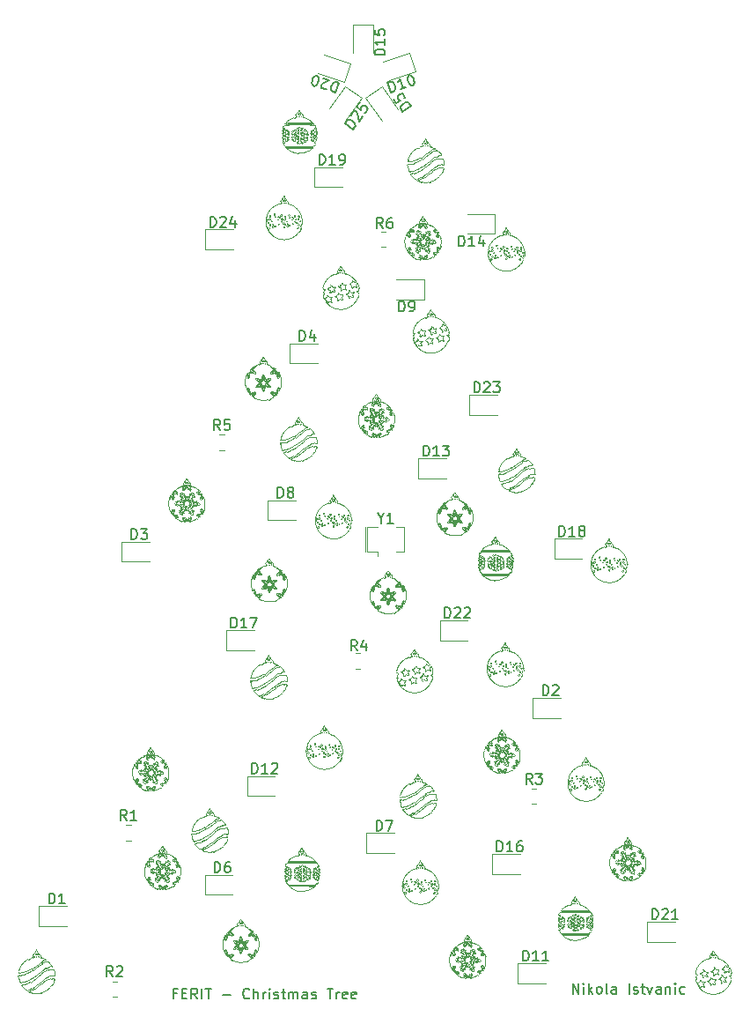
<source format=gbr>
%TF.GenerationSoftware,KiCad,Pcbnew,(6.0.9)*%
%TF.CreationDate,2023-01-09T21:04:10+01:00*%
%TF.ProjectId,christmas_tree,63687269-7374-46d6-9173-5f747265652e,rev?*%
%TF.SameCoordinates,Original*%
%TF.FileFunction,Legend,Top*%
%TF.FilePolarity,Positive*%
%FSLAX46Y46*%
G04 Gerber Fmt 4.6, Leading zero omitted, Abs format (unit mm)*
G04 Created by KiCad (PCBNEW (6.0.9)) date 2023-01-09 21:04:10*
%MOMM*%
%LPD*%
G01*
G04 APERTURE LIST*
%ADD10C,0.096000*%
%ADD11C,0.150000*%
%ADD12C,0.120000*%
G04 APERTURE END LIST*
D10*
X164269407Y-106306147D02*
G75*
G03*
X164335865Y-106286183I-68807J349647D01*
G01*
X186618277Y-102196214D02*
G75*
G03*
X186610584Y-102234699I110423J-42086D01*
G01*
X176893146Y-112807927D02*
G75*
G03*
X176887578Y-112806920I-5546J-14773D01*
G01*
X153851155Y-84872765D02*
G75*
G03*
X153861055Y-84866153I-12055J28765D01*
G01*
X175873596Y-112705467D02*
G75*
G03*
X175871578Y-112725018I94504J-19633D01*
G01*
X152165890Y-103122326D02*
G75*
G03*
X152180607Y-103109531I-31790J51426D01*
G01*
X143935450Y-95765930D02*
G75*
G03*
X143932222Y-95773744I22750J-13970D01*
G01*
X142484963Y-130578319D02*
G75*
G03*
X142479830Y-130571126I-10663J-2181D01*
G01*
X173091834Y-139776475D02*
G75*
G03*
X173111531Y-139770997I4666J21375D01*
G01*
X157472428Y-98356773D02*
G75*
G03*
X157488905Y-98363248I21172J29673D01*
G01*
X143813943Y-97445180D02*
G75*
G03*
X143763145Y-97431343I-64443J-136420D01*
G01*
X143095062Y-132670697D02*
G75*
G03*
X143078681Y-132670304I-10762J-107003D01*
G01*
X173986628Y-120528519D02*
G75*
G03*
X173974933Y-120530802I172J-31981D01*
G01*
X140279600Y-123604365D02*
G75*
G03*
X140292388Y-123597714I-12400J39465D01*
G01*
X166642275Y-73037099D02*
G75*
G03*
X166628922Y-73048686I-75J-13401D01*
G01*
X153180827Y-102752936D02*
G75*
G03*
X153164647Y-102758095I-3727J-16264D01*
G01*
X152786375Y-104788487D02*
G75*
G03*
X152765106Y-104828802I59225J-57013D01*
G01*
X163668852Y-88323870D02*
G75*
G03*
X163687439Y-88331374I27148J40470D01*
G01*
X141761258Y-124435326D02*
G75*
G03*
X141736917Y-124439994I4942J-91574D01*
G01*
X169533076Y-80142386D02*
G75*
G03*
X169520074Y-80111653I-70276J-11614D01*
G01*
X143388930Y-132364042D02*
G75*
G03*
X143378237Y-132343187I-99330J-37758D01*
G01*
X167049830Y-123537124D02*
G75*
G03*
X167036070Y-123556987I33170J-37676D01*
G01*
X167993627Y-71883449D02*
G75*
G03*
X168008431Y-71868074I-61827J74349D01*
G01*
X145102794Y-96293278D02*
G75*
G03*
X145139310Y-96353430I296406J138778D01*
G01*
X142940473Y-133069301D02*
G75*
G03*
X142920951Y-133116529I86727J-63499D01*
G01*
X140317926Y-123457565D02*
X140333958Y-123464096D01*
X142277860Y-130830984D02*
G75*
G03*
X142290610Y-130868410I121140J20384D01*
G01*
X168598046Y-71850113D02*
G75*
G03*
X168583465Y-71825997I-83446J-33987D01*
G01*
X176068604Y-101988358D02*
G75*
G03*
X176028309Y-101981085I-64004J-239342D01*
G01*
X187845066Y-130498233D02*
G75*
G03*
X187832044Y-130476389I-105466J-48067D01*
G01*
X177156759Y-73069854D02*
G75*
G03*
X177133751Y-73090236I54541J-84746D01*
G01*
X166213457Y-71098936D02*
G75*
G03*
X166229673Y-71092793I-4757J37036D01*
G01*
X142721545Y-122691269D02*
X142762501Y-122771550D01*
X165010547Y-105576909D02*
G75*
G03*
X164992228Y-105552830I-49947J-18991D01*
G01*
X142257857Y-131864764D02*
G75*
G03*
X142321151Y-131862294I21743J255064D01*
G01*
X175182442Y-122765117D02*
G75*
G03*
X175184533Y-122748824I-16642J10417D01*
G01*
X157973469Y-98554824D02*
G75*
G03*
X157987072Y-98549269I-7469J37724D01*
G01*
X159327361Y-98821744D02*
G75*
G03*
X159318973Y-98801098I-101861J-29356D01*
G01*
X150903571Y-84339460D02*
G75*
G03*
X150891590Y-84348907I48429J-73740D01*
G01*
X175695186Y-122589792D02*
G75*
G03*
X175688181Y-122583198I-19886J-14108D01*
G01*
X149787221Y-139621040D02*
G75*
G03*
X149785346Y-139643612I137179J-22760D01*
G01*
X145535550Y-97566599D02*
X145607092Y-97547746D01*
X141279268Y-124257414D02*
G75*
G03*
X141275059Y-124250642I-7368J114D01*
G01*
X167116284Y-72537075D02*
G75*
G03*
X167154390Y-72540614I30416J120575D01*
G01*
X151991952Y-115347478D02*
X152137631Y-115299571D01*
X149836145Y-139633849D02*
G75*
G03*
X149834689Y-139605770I-272445J-51D01*
G01*
X141473802Y-120639928D02*
G75*
G03*
X141457025Y-120648524I-102J-20472D01*
G01*
X170050372Y-96742438D02*
G75*
G03*
X170044935Y-96734365I-12072J-2262D01*
G01*
X158618909Y-118720309D02*
G75*
G03*
X158605676Y-118703269I-30709J-10191D01*
G01*
X174703121Y-73187498D02*
X174736517Y-73203687D01*
X143211038Y-131571133D02*
G75*
G03*
X143211628Y-131580102I8162J-3967D01*
G01*
X170297410Y-98516071D02*
G75*
G03*
X170320621Y-98529261I115690J176571D01*
G01*
X174322198Y-102200456D02*
G75*
G03*
X174335295Y-102223917I47902J11356D01*
G01*
X153121866Y-86231259D02*
G75*
G03*
X153106283Y-86220543I-64866J-77641D01*
G01*
X155584237Y-89233066D02*
G75*
G03*
X155565302Y-89239513I-1837J-25634D01*
G01*
X171255249Y-98329321D02*
G75*
G03*
X171236701Y-98319257I-18449J-11879D01*
G01*
X176436381Y-112543269D02*
G75*
G03*
X176413569Y-112543499I-10981J-42331D01*
G01*
X141960054Y-124155305D02*
G75*
G03*
X141992897Y-124150879I-154J125205D01*
G01*
X173464855Y-103705936D02*
X174702550Y-103707131D01*
X171792547Y-99378383D02*
G75*
G03*
X171782010Y-99370140I-19147J-13617D01*
G01*
X141501950Y-124251340D02*
G75*
G03*
X141473994Y-124281081I89950J-112560D01*
G01*
X167929721Y-73430664D02*
G75*
G03*
X167949824Y-73441547I53579J74964D01*
G01*
X186067388Y-132105391D02*
G75*
G03*
X186033566Y-132101641I-26688J-86309D01*
G01*
X130655210Y-139923364D02*
G75*
G03*
X130650751Y-139908006I-83910J-16036D01*
G01*
X155754327Y-130430926D02*
G75*
G03*
X155747229Y-130465237I143973J-47674D01*
G01*
X187289766Y-130638006D02*
G75*
G03*
X187287840Y-130621960I-32766J4206D01*
G01*
X152396809Y-86114638D02*
G75*
G03*
X152408436Y-86111546I-9J23438D01*
G01*
X140141425Y-123352605D02*
G75*
G03*
X140143941Y-123369830I59575J-95D01*
G01*
X153239038Y-104921949D02*
X153237510Y-104961868D01*
X175255401Y-73112929D02*
G75*
G03*
X175280292Y-73111956I11299J29829D01*
G01*
X184977892Y-123771780D02*
G75*
G03*
X185007230Y-123768841I8808J59980D01*
G01*
X177478734Y-73010115D02*
G75*
G03*
X177454132Y-73004724I-19834J-31685D01*
G01*
X188935693Y-132312007D02*
G75*
G03*
X188925651Y-132303990I-9493J-1593D01*
G01*
X154659319Y-61927683D02*
G75*
G03*
X154651681Y-61949092I19481J-19017D01*
G01*
X170131412Y-97994137D02*
G75*
G03*
X170130048Y-97980616I-84212J-1663D01*
G01*
X189014165Y-130815907D02*
G75*
G03*
X189019562Y-130799482I-10065J12407D01*
G01*
X187726839Y-131330238D02*
X187758471Y-131285076D01*
X151720124Y-103468098D02*
G75*
G03*
X151709088Y-103469681I-3924J-11902D01*
G01*
X176702589Y-121978566D02*
G75*
G03*
X176676147Y-121980551I-11889J-18734D01*
G01*
X174444828Y-122169997D02*
G75*
G03*
X174423077Y-122156854I-26328J-19003D01*
G01*
X159080599Y-120249147D02*
G75*
G03*
X159059805Y-120248382I-11399J-26853D01*
G01*
X166344991Y-133592285D02*
G75*
G03*
X166322854Y-133590064I-14091J-29015D01*
G01*
X174709915Y-121241918D02*
G75*
G03*
X174702988Y-121317837I323385J-67782D01*
G01*
X162237473Y-87895559D02*
G75*
G03*
X162255782Y-87887492I3327J17259D01*
G01*
X177396877Y-112928446D02*
X177406804Y-112818602D01*
X165523019Y-125356851D02*
G75*
G03*
X165520608Y-125388817I190581J-30449D01*
G01*
X154245797Y-103638684D02*
G75*
G03*
X154264329Y-103637722I7803J28684D01*
G01*
X130465856Y-140145286D02*
G75*
G03*
X130439638Y-140184276I429644J-317214D01*
G01*
X145301050Y-96274579D02*
G75*
G03*
X145294788Y-96252401I-73650J-8821D01*
G01*
X142173531Y-132822469D02*
G75*
G03*
X142191905Y-132831527I38569J55069D01*
G01*
X155141653Y-61885823D02*
G75*
G03*
X155148652Y-61904767I77647J17923D01*
G01*
X149263967Y-137900604D02*
G75*
G03*
X149251355Y-137889817I-88667J-90896D01*
G01*
X150400769Y-139154374D02*
G75*
G03*
X150415266Y-139153036I4931J25774D01*
G01*
X163649246Y-88837500D02*
G75*
G03*
X163655633Y-88869497I136954J10700D01*
G01*
X187823045Y-132810534D02*
G75*
G03*
X187811834Y-132817094I16155J-40466D01*
G01*
X168041931Y-62513728D02*
G75*
G03*
X168041410Y-62504545I-17231J3628D01*
G01*
X157812712Y-98087413D02*
G75*
G03*
X157841113Y-98081489I-18412J159313D01*
G01*
X174165231Y-72647899D02*
G75*
G03*
X174151471Y-72644238I-17531J-38201D01*
G01*
X154385892Y-105079987D02*
G75*
G03*
X154379250Y-105092967I31508J-24313D01*
G01*
X183527377Y-136896122D02*
X183544355Y-136883822D01*
X171384218Y-140572718D02*
G75*
G03*
X171395850Y-140598733I159082J55518D01*
G01*
X161831728Y-89511323D02*
G75*
G03*
X161826954Y-89534958I21672J-16677D01*
G01*
X151518831Y-84153385D02*
G75*
G03*
X151507459Y-84161209I15369J-34515D01*
G01*
X163396437Y-87316379D02*
G75*
G03*
X163418599Y-87329145I25863J19279D01*
G01*
X181029654Y-137255588D02*
G75*
G03*
X181028020Y-137275038I20446J-11512D01*
G01*
X152256720Y-115430063D02*
X152220480Y-115445243D01*
X142870475Y-121833957D02*
G75*
G03*
X142865772Y-121852989I203725J-60443D01*
G01*
X175796360Y-120034331D02*
G75*
G03*
X175789658Y-120065550I23940J-21469D01*
G01*
X142980452Y-123453605D02*
G75*
G03*
X142963457Y-123448147I-12552J-9895D01*
G01*
X176562869Y-122084194D02*
G75*
G03*
X176565005Y-122093024I14331J-1206D01*
G01*
X148739031Y-138785766D02*
G75*
G03*
X148728363Y-138787408I-1531J-25534D01*
G01*
X164881739Y-105969328D02*
G75*
G03*
X164904720Y-105950046I-177539J234928D01*
G01*
X186752365Y-132267456D02*
G75*
G03*
X186778562Y-132327721I313735J100556D01*
G01*
X168135889Y-71670395D02*
G75*
G03*
X168138645Y-71670553I1411J495D01*
G01*
X175219455Y-72635318D02*
G75*
G03*
X175219271Y-72620456I-41355J6918D01*
G01*
X145089435Y-96189606D02*
G75*
G03*
X145084878Y-96232922I84565J-30794D01*
G01*
X170741543Y-98864200D02*
G75*
G03*
X170775930Y-98841033I-52143J114500D01*
G01*
X146154442Y-95697537D02*
G75*
G03*
X146150206Y-95706058I10158J-10363D01*
G01*
X150434634Y-139371209D02*
G75*
G03*
X150450310Y-139379777I40466J55409D01*
G01*
X151319849Y-84367117D02*
G75*
G03*
X151333036Y-84363001I51J23017D01*
G01*
X172276344Y-97285529D02*
G75*
G03*
X172278323Y-97300040I46356J-1071D01*
G01*
X141619701Y-131113818D02*
G75*
G03*
X141627913Y-131110826I199J12218D01*
G01*
X195687941Y-140515689D02*
G75*
G03*
X195697876Y-140509941I-4241J18789D01*
G01*
X143361401Y-131922363D02*
G75*
G03*
X143338732Y-131906318I-22701J-8037D01*
G01*
X143526436Y-132312730D02*
G75*
G03*
X143519466Y-132315899I-36J-9170D01*
G01*
X162982790Y-86797956D02*
G75*
G03*
X162999737Y-86784198I-28690J52656D01*
G01*
X173112793Y-139608511D02*
G75*
G03*
X173086486Y-139597963I-27693J-30989D01*
G01*
X174662236Y-102342663D02*
G75*
G03*
X174659790Y-102298506I-400536J-37D01*
G01*
X167522776Y-69977267D02*
G75*
G03*
X167533071Y-69985959I24324J18367D01*
G01*
X163553203Y-88872394D02*
G75*
G03*
X163548296Y-88876470I-403J-4506D01*
G01*
X171643610Y-139409645D02*
G75*
G03*
X171662105Y-139422846I49890J50345D01*
G01*
X141639636Y-131089489D02*
G75*
G03*
X141641220Y-131074397I-72036J15189D01*
G01*
X160252971Y-97986889D02*
G75*
G03*
X160226202Y-97961204I-52871J-28311D01*
G01*
X140537342Y-124100286D02*
G75*
G03*
X140553721Y-124087943I-1542J19086D01*
G01*
X181810843Y-123501298D02*
G75*
G03*
X181775476Y-123496436I-25443J-54002D01*
G01*
X150699746Y-139714674D02*
G75*
G03*
X150711626Y-139711451I-46J23674D01*
G01*
X141873142Y-132037730D02*
G75*
G03*
X141881429Y-132060164I121758J32230D01*
G01*
X144891041Y-95362630D02*
X144898333Y-95400512D01*
X186354848Y-132700487D02*
G75*
G03*
X186359704Y-132694001I-8048J11087D01*
G01*
X195476824Y-140530888D02*
G75*
G03*
X195488142Y-140523896I-12624J33088D01*
G01*
X154528385Y-69300707D02*
G75*
G03*
X154506911Y-69294802I-34285J-82693D01*
G01*
X155316913Y-61964072D02*
G75*
G03*
X155311529Y-61951094I-26113J-3228D01*
G01*
X146394528Y-97798746D02*
G75*
G03*
X146404527Y-97807576I19272J11746D01*
G01*
X170855568Y-97649571D02*
G75*
G03*
X170853303Y-97661418I29232J-11729D01*
G01*
X164673843Y-89270643D02*
G75*
G03*
X164650767Y-89280348I24757J-91157D01*
G01*
X158202467Y-121221433D02*
G75*
G03*
X158204401Y-121237362I38833J-3367D01*
G01*
X142964633Y-130918724D02*
G75*
G03*
X142993430Y-130931312I142667J287124D01*
G01*
X166558215Y-70504448D02*
G75*
G03*
X166553490Y-70490111I-27915J-1252D01*
G01*
X196417236Y-140686379D02*
G75*
G03*
X196153682Y-140585560I-681536J-1386721D01*
G01*
X184678246Y-123946493D02*
G75*
G03*
X184694734Y-123938448I-7746J36793D01*
G01*
X152411881Y-104286153D02*
G75*
G03*
X152418446Y-104298690I64619J25853D01*
G01*
X153901774Y-84604510D02*
G75*
G03*
X153921456Y-84619663I107526J119310D01*
G01*
X172458261Y-139260263D02*
G75*
G03*
X172438084Y-139245750I-25261J-13837D01*
G01*
X165005604Y-106032083D02*
G75*
G03*
X165011101Y-106024014I-7304J10883D01*
G01*
X162990561Y-105131565D02*
X162989665Y-105153266D01*
X167775818Y-70018471D02*
G75*
G03*
X167769399Y-70006602I-35318J-11429D01*
G01*
X149889929Y-138925145D02*
G75*
G03*
X149865765Y-138899308I-37929J-11255D01*
G01*
X177118499Y-72342407D02*
G75*
G03*
X177150821Y-72377324I83101J44507D01*
G01*
X175733479Y-112464423D02*
G75*
G03*
X175693778Y-112473940I9421J-126877D01*
G01*
X167405679Y-131559922D02*
G75*
G03*
X167381255Y-131597711I353521J-255278D01*
G01*
X175822753Y-72404982D02*
G75*
G03*
X175845925Y-72423614I40047J26082D01*
G01*
X162071557Y-90045467D02*
G75*
G03*
X162070909Y-90052047I9243J-4233D01*
G01*
X143023868Y-132954411D02*
G75*
G03*
X143013048Y-132953861I-6368J-18589D01*
G01*
X170115540Y-99237909D02*
G75*
G03*
X170111950Y-99216424I-24140J7009D01*
G01*
X141491199Y-131716081D02*
G75*
G03*
X141481193Y-131692057I-54299J-8519D01*
G01*
X170650089Y-96438458D02*
G75*
G03*
X170648532Y-96427267I-41289J-42D01*
G01*
X145429467Y-95582058D02*
G75*
G03*
X145442997Y-95547236I-136967J73258D01*
G01*
X167206772Y-123026629D02*
G75*
G03*
X167198979Y-123033923I13628J-22371D01*
G01*
X149612624Y-139723455D02*
G75*
G03*
X149614749Y-139735227I32876J-145D01*
G01*
X175598790Y-121322733D02*
G75*
G03*
X175578072Y-121327967I14010J-99067D01*
G01*
X155862287Y-69259365D02*
G75*
G03*
X155839110Y-69241079I-54887J-45735D01*
G01*
X169025405Y-125356975D02*
X169018705Y-125228116D01*
X168066663Y-81109449D02*
G75*
G03*
X168143480Y-81077704I-285863J800549D01*
G01*
X151240711Y-86387163D02*
G75*
G03*
X151256975Y-86406829I37389J14363D01*
G01*
X143560615Y-96264662D02*
G75*
G03*
X143559132Y-96289542I31085J-14338D01*
G01*
X158743214Y-98207204D02*
G75*
G03*
X158764262Y-98188123I-185714J226004D01*
G01*
X166826448Y-111086342D02*
G75*
G03*
X166842392Y-111062623I-167548J129842D01*
G01*
X166649764Y-126673891D02*
G75*
G03*
X166788503Y-126604643I-668264J1512491D01*
G01*
X164812212Y-89416499D02*
G75*
G03*
X164835084Y-89385108I-163012J142799D01*
G01*
X185187239Y-102340666D02*
G75*
G03*
X185175192Y-102358513I84361J-69934D01*
G01*
X173185532Y-139850767D02*
G75*
G03*
X173205329Y-139839571I-21132J60467D01*
G01*
X142034895Y-132026587D02*
G75*
G03*
X142021243Y-132004719I-152495J-80013D01*
G01*
X141404634Y-132837511D02*
G75*
G03*
X141397711Y-132831083I-19434J-13989D01*
G01*
X173378761Y-139797593D02*
G75*
G03*
X173370710Y-139814974I144539J-77507D01*
G01*
X156936120Y-120238388D02*
G75*
G03*
X156964521Y-120232463I-18520J159788D01*
G01*
X171022752Y-96415499D02*
G75*
G03*
X171009160Y-96437975I56148J-49301D01*
G01*
X155916752Y-130626669D02*
G75*
G03*
X155919413Y-130614093I-28352J12569D01*
G01*
X150452388Y-138964141D02*
G75*
G03*
X150447166Y-138993165I118812J-36359D01*
G01*
X142349412Y-122574468D02*
G75*
G03*
X142320882Y-122559082I-42212J-44132D01*
G01*
X144723245Y-96110428D02*
G75*
G03*
X144738010Y-96120858I25355J20228D01*
G01*
X184220980Y-123979715D02*
G75*
G03*
X184231253Y-123992674I62020J38615D01*
G01*
X164235208Y-89053244D02*
G75*
G03*
X164243053Y-89022825I-75308J35644D01*
G01*
X167536978Y-81506952D02*
X167551057Y-81545896D01*
X169756026Y-96927331D02*
G75*
G03*
X169707981Y-96908507I-114326J-221069D01*
G01*
X164571499Y-88143142D02*
G75*
G03*
X164556001Y-88159237I9501J-24658D01*
G01*
X158992804Y-76007005D02*
G75*
G03*
X159028681Y-76044554I316196J266205D01*
G01*
X175357523Y-119502319D02*
G75*
G03*
X175362096Y-119523566I27577J-5181D01*
G01*
X151513470Y-138285062D02*
G75*
G03*
X151531997Y-138284117I7830J28562D01*
G01*
X153529371Y-104225410D02*
G75*
G03*
X153523518Y-104255453I74929J-30190D01*
G01*
X141919907Y-132018005D02*
G75*
G03*
X141920719Y-132052026I72293J-15295D01*
G01*
X153905467Y-105518402D02*
G75*
G03*
X153892182Y-105527475I22833J-47698D01*
G01*
X172578500Y-140312322D02*
G75*
G03*
X172542327Y-140299820I-125100J-303378D01*
G01*
X159170182Y-99006252D02*
G75*
G03*
X159128377Y-99013093I-6482J-91548D01*
G01*
X174333782Y-120114784D02*
G75*
G03*
X174332354Y-120093563I-173482J-1016D01*
G01*
X150184218Y-139083221D02*
G75*
G03*
X150196862Y-139076514I982J13421D01*
G01*
X174385175Y-120065340D02*
G75*
G03*
X174357208Y-120029916I-231175J-153760D01*
G01*
X153033222Y-69474018D02*
G75*
G03*
X152972872Y-69492886I-22J-105882D01*
G01*
X157436200Y-98174125D02*
G75*
G03*
X157421808Y-98237796I573400J-163075D01*
G01*
X154677423Y-61925172D02*
G75*
G03*
X154659340Y-61927703I-7423J-12828D01*
G01*
X182596150Y-123345743D02*
G75*
G03*
X182609734Y-123340216I-6750J36043D01*
G01*
X166355706Y-70878180D02*
G75*
G03*
X166380463Y-70879410I19094J134580D01*
G01*
X187396391Y-131737120D02*
G75*
G03*
X187395640Y-131713472I-117091J8120D01*
G01*
X170853298Y-97526139D02*
G75*
G03*
X170855067Y-97543363I85102J39D01*
G01*
X168780602Y-72933978D02*
G75*
G03*
X168804705Y-72927591I4398J32078D01*
G01*
X142772784Y-121778023D02*
G75*
G03*
X142770664Y-121786838I12116J-7577D01*
G01*
X159852065Y-78219944D02*
G75*
G03*
X160052699Y-78209620I-1265J1979444D01*
G01*
X165756189Y-106626348D02*
G75*
G03*
X165732865Y-106615160I-75389J-127252D01*
G01*
X164832812Y-105487515D02*
G75*
G03*
X164837289Y-105465418I-148112J41515D01*
G01*
X173283190Y-102281483D02*
G75*
G03*
X173318450Y-102272496I-1890J81083D01*
G01*
X158110360Y-98834707D02*
G75*
G03*
X158132859Y-98813371I-25960J49907D01*
G01*
X168737227Y-133727236D02*
G75*
G03*
X168731667Y-133726207I-5627J-14864D01*
G01*
X175414743Y-103020104D02*
G75*
G03*
X175430704Y-103021395I9457J17604D01*
G01*
X154165140Y-113352670D02*
X154094420Y-113368214D01*
X144019090Y-95940703D02*
G75*
G03*
X144015049Y-95919402I-185690J-24197D01*
G01*
X144031643Y-131292442D02*
G75*
G03*
X144024839Y-131312167I215757J-85458D01*
G01*
X144025973Y-96754208D02*
G75*
G03*
X144038851Y-96771309I126827J82108D01*
G01*
X167574796Y-131405083D02*
G75*
G03*
X167578938Y-131417839I50604J9383D01*
G01*
X152794051Y-69630157D02*
G75*
G03*
X152780292Y-69626493I-17551J-38243D01*
G01*
X168377373Y-71655311D02*
G75*
G03*
X168401282Y-71652486I-73J103211D01*
G01*
X186165787Y-132168372D02*
G75*
G03*
X186162199Y-132175138I4513J-6728D01*
G01*
X142701992Y-124001740D02*
G75*
G03*
X142724795Y-123957187I-218492J139940D01*
G01*
X132013190Y-141194426D02*
X131926336Y-141087362D01*
X153765294Y-68146055D02*
G75*
G03*
X153544398Y-68254259I782506J-1877045D01*
G01*
X177243041Y-112678160D02*
G75*
G03*
X177214824Y-112679575I-11841J-45940D01*
G01*
X186947960Y-130524895D02*
G75*
G03*
X186927716Y-130516890I-38360J-67405D01*
G01*
X153403271Y-105029726D02*
G75*
G03*
X153408855Y-105051320I74029J7626D01*
G01*
X141733599Y-131125212D02*
G75*
G03*
X141743581Y-131115330I-32699J43012D01*
G01*
X150274683Y-138669463D02*
G75*
G03*
X150289925Y-138670821I10717J34063D01*
G01*
X153126627Y-105059665D02*
G75*
G03*
X153145614Y-105065226I21573J38465D01*
G01*
X144103670Y-95409445D02*
X143964761Y-95505171D01*
X188429278Y-130310893D02*
G75*
G03*
X188426139Y-130330156I40622J-16507D01*
G01*
X140689056Y-122460116D02*
G75*
G03*
X140676521Y-122445627I-50456J-30984D01*
G01*
X166444087Y-134035231D02*
X166477483Y-134051420D01*
X187727394Y-132197737D02*
G75*
G03*
X187684983Y-132240346I119306J-161163D01*
G01*
X157691791Y-98679500D02*
G75*
G03*
X157690477Y-98663529I-32091J5400D01*
G01*
X152092010Y-85281920D02*
G75*
G03*
X152102817Y-85279152I-2010J30320D01*
G01*
X163050622Y-106672174D02*
G75*
G03*
X163009167Y-106698565I125778J-243326D01*
G01*
X173607299Y-102092016D02*
G75*
G03*
X173579938Y-102108828I126101J-235884D01*
G01*
X157401183Y-61582035D02*
G75*
G03*
X157420987Y-61576027I-1483J40535D01*
G01*
X172181676Y-97411450D02*
X172134435Y-97434834D01*
X173913972Y-120589480D02*
G75*
G03*
X173922854Y-120587248I128J18280D01*
G01*
X188931553Y-132225162D02*
G75*
G03*
X188934323Y-132216868I-1653J5162D01*
G01*
X185284971Y-102372608D02*
G75*
G03*
X185282254Y-102358513I-23871J2708D01*
G01*
X187063041Y-102188448D02*
G75*
G03*
X187032219Y-102189100I-13441J-93452D01*
G01*
X159947433Y-98377269D02*
G75*
G03*
X159949648Y-98365629I-29633J11669D01*
G01*
X175490880Y-72778481D02*
G75*
G03*
X175491349Y-72810265I52620J-15119D01*
G01*
X150416725Y-137438812D02*
G75*
G03*
X150419495Y-137450596I31175J1112D01*
G01*
X172438083Y-139245754D02*
G75*
G03*
X172396775Y-139243218I-31583J-176746D01*
G01*
X164588466Y-89507222D02*
G75*
G03*
X164601609Y-89518514I20634J10722D01*
G01*
X181233478Y-136865289D02*
X181296206Y-136897727D01*
X142525994Y-122717954D02*
G75*
G03*
X142548263Y-122720346I13406J19954D01*
G01*
X169441886Y-98893033D02*
G75*
G03*
X169417257Y-98915150I36814J-65767D01*
G01*
X145115002Y-95222952D02*
G75*
G03*
X145093590Y-95224776I-7602J-37348D01*
G01*
X176717484Y-120500222D02*
G75*
G03*
X176714595Y-120487526I-29684J-78D01*
G01*
X155912641Y-130235241D02*
G75*
G03*
X155884410Y-130268982I310359J-288359D01*
G01*
X175655744Y-114472405D02*
G75*
G03*
X176085525Y-114421098I-1444J1837805D01*
G01*
X144875150Y-98321652D02*
X144829430Y-98370336D01*
X151008955Y-84627201D02*
G75*
G03*
X151031164Y-84645764I113645J113401D01*
G01*
X152601295Y-83460540D02*
G75*
G03*
X152613897Y-83462739I11805J30440D01*
G01*
X164534783Y-103677630D02*
X164545013Y-103695717D01*
X145575114Y-97245830D02*
G75*
G03*
X145536385Y-97240613I-46514J-198970D01*
G01*
X151106482Y-86093785D02*
G75*
G03*
X151103981Y-86064799I-170582J-115D01*
G01*
X186529707Y-132502444D02*
G75*
G03*
X186508546Y-132510298I-3407J-23256D01*
G01*
X174347280Y-100785072D02*
X174184720Y-100839731D01*
X173836908Y-121923803D02*
G75*
G03*
X173850752Y-121946437I245492J134603D01*
G01*
X149233385Y-140317382D02*
G75*
G03*
X149246866Y-140263288I-275085J97282D01*
G01*
X171360315Y-140527250D02*
G75*
G03*
X171345492Y-140510038I-115815J-84750D01*
G01*
X155066552Y-132784476D02*
G75*
G03*
X155059407Y-132769161I-29252J-4324D01*
G01*
X156955263Y-61620562D02*
X156986840Y-61575479D01*
X142156698Y-121994518D02*
G75*
G03*
X142189133Y-122001387I32302J72518D01*
G01*
X170662758Y-141751367D02*
G75*
G03*
X170655169Y-141749651I-7658J-16233D01*
G01*
X142748776Y-132574309D02*
G75*
G03*
X142751972Y-132593525I106924J7909D01*
G01*
X152815768Y-69560387D02*
X152830450Y-69590857D01*
X170002165Y-96692760D02*
G75*
G03*
X170003935Y-96710451I10935J-7840D01*
G01*
X167308369Y-122954298D02*
G75*
G03*
X167309861Y-122978095I187331J-202D01*
G01*
X158129020Y-118662513D02*
G75*
G03*
X158130223Y-118680955I17980J-8087D01*
G01*
X152047993Y-103677081D02*
G75*
G03*
X152040158Y-103705120I45107J-27719D01*
G01*
X153545200Y-84279054D02*
G75*
G03*
X153543536Y-84254802I-195700J-1246D01*
G01*
X141627706Y-131284010D02*
G75*
G03*
X141648670Y-131314392I90194J39810D01*
G01*
X172778559Y-140949814D02*
G75*
G03*
X172809753Y-140951986I19141J49814D01*
G01*
X169567379Y-80377507D02*
X169553648Y-80328401D01*
X142372731Y-131727889D02*
G75*
G03*
X142364565Y-131704010I-39031J-11D01*
G01*
X155563898Y-132892473D02*
G75*
G03*
X155568111Y-132948266I372502J73D01*
G01*
X145247850Y-95079602D02*
G75*
G03*
X145241358Y-95075392I-6750J-3298D01*
G01*
X175584880Y-72473069D02*
G75*
G03*
X175524098Y-72510199I28720J-115331D01*
G01*
X173349041Y-101443844D02*
G75*
G03*
X173360888Y-101444491I7059J20444D01*
G01*
X159205608Y-96219346D02*
G75*
G03*
X159197808Y-96211709I-20908J-13554D01*
G01*
X159511597Y-74508158D02*
G75*
G03*
X159499781Y-74525577I24803J-29542D01*
G01*
X140866877Y-122526508D02*
G75*
G03*
X140852057Y-122509294I-116477J-85292D01*
G01*
X163355700Y-86561784D02*
G75*
G03*
X163362850Y-86564771I7200J7184D01*
G01*
X169061518Y-72415590D02*
G75*
G03*
X169058181Y-72423583I8182J-8110D01*
G01*
X146102602Y-96773564D02*
G75*
G03*
X146075922Y-96811430I87998J-90336D01*
G01*
X172077565Y-138365172D02*
G75*
G03*
X172075364Y-138341891I-123465J72D01*
G01*
X141772854Y-121057126D02*
G75*
G03*
X141828476Y-121049033I-43854J496626D01*
G01*
X159090236Y-96182299D02*
G75*
G03*
X159094716Y-96156919I-188136J46299D01*
G01*
X173908032Y-112712173D02*
G75*
G03*
X173917433Y-112899928I1819068J-3027D01*
G01*
X158309699Y-118583505D02*
G75*
G03*
X158300668Y-118591734I25901J-37495D01*
G01*
X152996968Y-105417428D02*
G75*
G03*
X152995198Y-105434651I82432J-17172D01*
G01*
X164390541Y-87602040D02*
G75*
G03*
X164389003Y-87620946I183759J-24460D01*
G01*
X143337263Y-131398318D02*
X143311963Y-131399240D01*
X153252366Y-84438766D02*
G75*
G03*
X153257486Y-84425608I-17966J14566D01*
G01*
X154031518Y-103236191D02*
G75*
G03*
X154022474Y-103223486I-13318J91D01*
G01*
X155421971Y-69578022D02*
G75*
G03*
X155421554Y-69580717I1929J-1678D01*
G01*
X171474594Y-97884579D02*
G75*
G03*
X171487872Y-97881680I-2994J45579D01*
G01*
X173943738Y-112742412D02*
G75*
G03*
X173951338Y-112755498I28862J8012D01*
G01*
X152715252Y-69819472D02*
G75*
G03*
X152733846Y-69817406I48J84272D01*
G01*
X175125530Y-113024026D02*
G75*
G03*
X175152276Y-113041380I53670J53426D01*
G01*
X165793836Y-104780411D02*
G75*
G03*
X165791930Y-104768555I-37136J111D01*
G01*
X162284256Y-90036131D02*
G75*
G03*
X162262458Y-90033094I-13656J-18269D01*
G01*
X158450078Y-118516147D02*
G75*
G03*
X158397243Y-118467207I-394078J-372453D01*
G01*
X168475309Y-133104637D02*
G75*
G03*
X168467608Y-133143119I109691J-41963D01*
G01*
X144936475Y-95339347D02*
G75*
G03*
X144960776Y-95366169I85725J53247D01*
G01*
X182352172Y-137842191D02*
G75*
G03*
X182335961Y-137827774I-20572J-6809D01*
G01*
X164423445Y-104987199D02*
G75*
G03*
X164413532Y-104978541I-25945J-19701D01*
G01*
X142523733Y-122976081D02*
G75*
G03*
X142520686Y-122934978I-150833J9481D01*
G01*
X155709888Y-69515858D02*
G75*
G03*
X155689778Y-69549217I75812J-68442D01*
G01*
X142436298Y-131248612D02*
G75*
G03*
X142396690Y-131286558I115102J-159788D01*
G01*
X156969707Y-61858037D02*
X156989981Y-61845355D01*
X141176111Y-122666864D02*
G75*
G03*
X141191109Y-122688727I156189J91064D01*
G01*
X152361533Y-84927977D02*
G75*
G03*
X152362255Y-84912055I-11033J8477D01*
G01*
X167566605Y-73091894D02*
G75*
G03*
X167543163Y-73113241I40395J-67906D01*
G01*
X170855731Y-97817039D02*
G75*
G03*
X170862985Y-97822453I7169J2039D01*
G01*
X174782002Y-113140598D02*
G75*
G03*
X174777437Y-113168433I64698J-24902D01*
G01*
X142253034Y-122602860D02*
G75*
G03*
X142245981Y-122622617I99166J-46540D01*
G01*
X187768851Y-133115216D02*
G75*
G03*
X187984649Y-133051690I-529651J2197516D01*
G01*
X143214772Y-133023667D02*
G75*
G03*
X143228552Y-133046557I21028J-2933D01*
G01*
X162849594Y-87084689D02*
X162780216Y-87103374D01*
X141518716Y-131240545D02*
G75*
G03*
X141508231Y-131227376I-52516J-31055D01*
G01*
X164249504Y-105989767D02*
G75*
G03*
X164242006Y-105939629I-171604J-33D01*
G01*
X186566878Y-132663058D02*
X186527959Y-132713115D01*
X154489574Y-60393814D02*
G75*
G03*
X154488102Y-60405789I28526J-9586D01*
G01*
X174335448Y-73354120D02*
G75*
G03*
X174283662Y-73349677I-31548J-63680D01*
G01*
X164591289Y-89752990D02*
G75*
G03*
X164602671Y-89802502I185111J16490D01*
G01*
X169155433Y-98736439D02*
X169197634Y-98863515D01*
X150289925Y-138670822D02*
G75*
G03*
X150313666Y-138666352I-25525J200822D01*
G01*
X183790701Y-123927087D02*
G75*
G03*
X183771569Y-123922562I-15401J-22413D01*
G01*
X163594685Y-104675169D02*
G75*
G03*
X163589892Y-104667253I-8985J-31D01*
G01*
X175772999Y-71047634D02*
G75*
G03*
X175782868Y-71043435I-8099J32734D01*
G01*
X167875598Y-73265676D02*
G75*
G03*
X167818353Y-73223614I-212498J-229224D01*
G01*
X165318500Y-104909201D02*
G75*
G03*
X165329437Y-104922638I52300J31401D01*
G01*
X188841399Y-132311163D02*
G75*
G03*
X188863391Y-132312278I16101J100163D01*
G01*
X143539101Y-96095290D02*
G75*
G03*
X143528147Y-96079274I-17201J-10D01*
G01*
X140272122Y-121539513D02*
G75*
G03*
X140247902Y-121574391I344078J-264787D01*
G01*
X171411113Y-140939041D02*
G75*
G03*
X171404183Y-141014960I324087J-67859D01*
G01*
X196394310Y-142798086D02*
X196380661Y-142659570D01*
X174171715Y-72954130D02*
G75*
G03*
X174192479Y-72997229I60985J2830D01*
G01*
X171935031Y-97256584D02*
G75*
G03*
X171928395Y-97275680I65369J-33416D01*
G01*
X170605358Y-96120007D02*
G75*
G03*
X170586291Y-96156891I295042J-175893D01*
G01*
X171611903Y-96783583D02*
G75*
G03*
X171641203Y-96766809I-39503J102983D01*
G01*
X165905631Y-112899665D02*
X165932755Y-112798517D01*
X168854688Y-133352136D02*
G75*
G03*
X168822031Y-133381334I123112J-170564D01*
G01*
X163447728Y-104641659D02*
G75*
G03*
X163431308Y-104654181I90372J-135541D01*
G01*
X186333870Y-132714564D02*
G75*
G03*
X186340937Y-132735366I24330J-3336D01*
G01*
X173975371Y-120079959D02*
G75*
G03*
X173987347Y-120081488I12029J46559D01*
G01*
X159852392Y-74673041D02*
G75*
G03*
X159844643Y-74666250I-32492J-29259D01*
G01*
X170853594Y-139633748D02*
G75*
G03*
X170875164Y-139602752I-147494J125648D01*
G01*
X183961750Y-102562434D02*
G75*
G03*
X183970708Y-102574623I22750J7334D01*
G01*
X141820952Y-122145477D02*
G75*
G03*
X141822079Y-122123817I-61852J14077D01*
G01*
X176089407Y-95574680D02*
G75*
G03*
X176290810Y-95488796I-876607J2334780D01*
G01*
X144754772Y-95271582D02*
G75*
G03*
X144770929Y-95273890I18228J69882D01*
G01*
X154283654Y-61517324D02*
G75*
G03*
X154290164Y-61529043I18346J2524D01*
G01*
X188736194Y-132412455D02*
G75*
G03*
X188723421Y-132404361I-27294J-28945D01*
G01*
X141294289Y-122649338D02*
G75*
G03*
X141297113Y-122645705I-1189J3838D01*
G01*
X152556085Y-84797543D02*
G75*
G03*
X152556240Y-84782840I-18085J7543D01*
G01*
X169314952Y-99109241D02*
G75*
G03*
X169321522Y-99111115I10948J25941D01*
G01*
X153329715Y-104489691D02*
G75*
G03*
X153310266Y-104488135I-14315J-56609D01*
G01*
X162200068Y-88584299D02*
G75*
G03*
X162166307Y-88604152I11332J-57901D01*
G01*
X175819951Y-70497883D02*
G75*
G03*
X175812141Y-70490252I-20351J-13017D01*
G01*
X160533945Y-97971249D02*
G75*
G03*
X160511835Y-97982936I7555J-41051D01*
G01*
X167247424Y-123553244D02*
G75*
G03*
X167249861Y-123565522I33876J344D01*
G01*
X169806124Y-79783360D02*
G75*
G03*
X169839827Y-79797425I57076J89360D01*
G01*
X155766937Y-63216228D02*
G75*
G03*
X156051929Y-63209286I88363J2225928D01*
G01*
X140929389Y-122423030D02*
G75*
G03*
X140928365Y-122464394I112111J-23470D01*
G01*
X166119205Y-112877128D02*
G75*
G03*
X166147769Y-112893406I49595J53828D01*
G01*
X159642818Y-120962661D02*
G75*
G03*
X159625289Y-121012371I58682J-48639D01*
G01*
X171925370Y-99313997D02*
G75*
G03*
X171928353Y-99342070I149530J1697D01*
G01*
X175065530Y-119727003D02*
G75*
G03*
X175070122Y-119711836I-15930J13103D01*
G01*
X140661662Y-122939734D02*
G75*
G03*
X140687727Y-122905015I-58862J71334D01*
G01*
X183265618Y-123437193D02*
G75*
G03*
X183247244Y-123432694I-15518J-23607D01*
G01*
X187069325Y-130903544D02*
G75*
G03*
X187045575Y-130901144I-20125J-80456D01*
G01*
X153757046Y-103171932D02*
G75*
G03*
X153772770Y-103175156I15254J34432D01*
G01*
X140140215Y-121859148D02*
G75*
G03*
X140148429Y-121857600I-15J22648D01*
G01*
X187554874Y-133056819D02*
G75*
G03*
X187562869Y-133044757I-2774J10519D01*
G01*
X183311166Y-123500799D02*
G75*
G03*
X183288048Y-123455288I-81166J-12601D01*
G01*
X155548411Y-69552332D02*
G75*
G03*
X155524787Y-69522172I-77111J-36068D01*
G01*
X171713558Y-141663898D02*
G75*
G03*
X171750842Y-141678847I73042J128198D01*
G01*
X173673458Y-102194730D02*
G75*
G03*
X173672795Y-102175673I-26158J8630D01*
G01*
X128835157Y-142349928D02*
X128855639Y-142479126D01*
X169329303Y-99111732D02*
G75*
G03*
X169345042Y-99102845I197J18032D01*
G01*
X163433281Y-104889560D02*
G75*
G03*
X163446865Y-104894180I13719J18060D01*
G01*
X173330768Y-141763946D02*
G75*
G03*
X173317991Y-141755857I-26268J-27354D01*
G01*
X175636507Y-119055006D02*
G75*
G03*
X175657869Y-119061938I30693J58206D01*
G01*
X155668634Y-61562686D02*
X155732925Y-61529440D01*
X154779040Y-61069899D02*
X154799040Y-61105633D01*
X163344091Y-86525330D02*
G75*
G03*
X163345469Y-86540427I82609J-70D01*
G01*
X166783100Y-70620483D02*
G75*
G03*
X166789689Y-70608833I-35000J27483D01*
G01*
X174850107Y-102852364D02*
G75*
G03*
X174876556Y-102868144I84493J111564D01*
G01*
X182892475Y-123249035D02*
G75*
G03*
X182867697Y-123258891I5725J-50465D01*
G01*
X186832531Y-131276713D02*
G75*
G03*
X186852022Y-131280555I19469J47413D01*
G01*
X170957573Y-139741627D02*
G75*
G03*
X170955139Y-139739542I-2173J-73D01*
G01*
X154766157Y-61059144D02*
G75*
G03*
X154751142Y-61060089I-6457J-17156D01*
G01*
X150675047Y-139093327D02*
G75*
G03*
X150708052Y-139123970I165653J145327D01*
G01*
X172576131Y-141352543D02*
G75*
G03*
X172581854Y-141336396I-33731J21043D01*
G01*
X148866737Y-138652191D02*
G75*
G03*
X148883591Y-138656515I14263J20591D01*
G01*
X155410614Y-132333656D02*
G75*
G03*
X155440609Y-132323564I-18114J103456D01*
G01*
X177181064Y-73062018D02*
G75*
G03*
X177156759Y-73069853I2536J-49482D01*
G01*
X143060704Y-122172233D02*
X143031539Y-122163564D01*
X142417482Y-133923763D02*
G75*
G03*
X142405149Y-133929412I5518J-28337D01*
G01*
X142068313Y-123279256D02*
G75*
G03*
X142046404Y-123270093I-35513J-54144D01*
G01*
X140296094Y-123669364D02*
G75*
G03*
X140267390Y-123652945I-70494J-89936D01*
G01*
X158867072Y-77029499D02*
X159009506Y-77015464D01*
X176017055Y-94532898D02*
G75*
G03*
X176400876Y-94291481I-1372555J2607998D01*
G01*
X186070791Y-130421076D02*
G75*
G03*
X186081997Y-130425583I23309J41776D01*
G01*
X163699967Y-90249325D02*
G75*
G03*
X163684132Y-90244366I-33367J-78775D01*
G01*
X144751371Y-96510830D02*
G75*
G03*
X144737670Y-96505322I-17071J-22670D01*
G01*
X175626281Y-70603810D02*
G75*
G03*
X175649141Y-70578002I-192581J193610D01*
G01*
X142906977Y-122220236D02*
G75*
G03*
X142917076Y-122217853I1523J16136D01*
G01*
X145127305Y-94907632D02*
X145083080Y-94911393D01*
X142528179Y-122608628D02*
G75*
G03*
X142532536Y-122584445I-165079J42228D01*
G01*
X132170560Y-142224682D02*
G75*
G03*
X132023225Y-142238908I54540J-1334918D01*
G01*
X169844327Y-99447047D02*
G75*
G03*
X169851144Y-99451631I11573J9847D01*
G01*
X167468942Y-73234017D02*
G75*
G03*
X167456142Y-73230169I-19242J-40783D01*
G01*
X173394784Y-103072065D02*
G75*
G03*
X173404033Y-103106211I260616J52265D01*
G01*
X187708272Y-132158456D02*
G75*
G03*
X187728482Y-132142668I-98372J146756D01*
G01*
X163092577Y-87418191D02*
G75*
G03*
X163112202Y-87409755I23J26991D01*
G01*
X166507508Y-70861741D02*
G75*
G03*
X166529603Y-70851695I4492J19441D01*
G01*
X187879517Y-132851828D02*
G75*
G03*
X187863682Y-132846870I-33917J-80572D01*
G01*
X164492085Y-87824758D02*
G75*
G03*
X164495297Y-87816935I-21885J13558D01*
G01*
X169390258Y-98788791D02*
G75*
G03*
X169388054Y-98771975I-64558J91D01*
G01*
X170849947Y-141995061D02*
G75*
G03*
X170845661Y-141999460I3953J-8139D01*
G01*
X159150762Y-120389107D02*
G75*
G03*
X159175173Y-120397996I21838J22007D01*
G01*
X146699048Y-96371525D02*
G75*
G03*
X146672367Y-96323907I-289048J-130675D01*
G01*
X188051527Y-131485486D02*
G75*
G03*
X188044533Y-131492235I1173J-8214D01*
G01*
X170485942Y-96252629D02*
G75*
G03*
X170473848Y-96268396I15058J-24071D01*
G01*
X141344359Y-122418202D02*
G75*
G03*
X141340294Y-122414005I-6159J-1898D01*
G01*
X195537071Y-140277322D02*
G75*
G03*
X195573729Y-140291132I40529J52022D01*
G01*
X145595272Y-96283836D02*
G75*
G03*
X145566380Y-96266944I-44972J-43764D01*
G01*
X176840534Y-72239750D02*
G75*
G03*
X176797892Y-72228502I-49934J-102850D01*
G01*
X183465508Y-136939994D02*
G75*
G03*
X183461703Y-136953673I17392J-12206D01*
G01*
X143992714Y-131724490D02*
G75*
G03*
X144009096Y-131765231I219486J64590D01*
G01*
X161995218Y-89590927D02*
G75*
G03*
X162002969Y-89592451I7982J20127D01*
G01*
X175799966Y-120531733D02*
G75*
G03*
X175777717Y-120536308I13134J-120267D01*
G01*
X182457281Y-134822354D02*
G75*
G03*
X182452823Y-134806996I-83281J-15846D01*
G01*
X156088756Y-61491422D02*
X156041805Y-61529440D01*
X153777941Y-112387303D02*
G75*
G03*
X153774924Y-112369337I-7941J7903D01*
G01*
X166411931Y-71244016D02*
G75*
G03*
X166415733Y-71226758I-19831J13416D01*
G01*
X154236455Y-61377867D02*
G75*
G03*
X154247311Y-61377173I4845J9467D01*
G01*
X176787863Y-120615801D02*
G75*
G03*
X176776093Y-120585076I-127163J-31099D01*
G01*
X172858987Y-140634923D02*
G75*
G03*
X172855506Y-140651467I80513J-25577D01*
G01*
X175070122Y-119711836D02*
G75*
G03*
X175064462Y-119675088I-417322J-45464D01*
G01*
X141863930Y-131986922D02*
G75*
G03*
X141854974Y-131960799I-188930J-50178D01*
G01*
X163879402Y-105669118D02*
G75*
G03*
X163887526Y-105682313I31698J10418D01*
G01*
X167432902Y-133905715D02*
G75*
G03*
X167462491Y-133906807I17298J67315D01*
G01*
X176740312Y-112593734D02*
G75*
G03*
X176789388Y-112598524I30788J61634D01*
G01*
X163599846Y-90322364D02*
G75*
G03*
X163607050Y-90323971I7254J15564D01*
G01*
X165248928Y-106796404D02*
G75*
G03*
X165224911Y-106788907I-18328J-16496D01*
G01*
X145646616Y-96532106D02*
G75*
G03*
X145642686Y-96520773I-15116J1106D01*
G01*
X174076409Y-121584207D02*
G75*
G03*
X174031930Y-121590078I-9309J-100893D01*
G01*
X151385572Y-140264213D02*
G75*
G03*
X151380777Y-140310701I235528J-47787D01*
G01*
X168387384Y-72021077D02*
G75*
G03*
X168386166Y-71972960I-304084J16377D01*
G01*
X176115102Y-102451986D02*
G75*
G03*
X176091039Y-102479882I13898J-36314D01*
G01*
X160072563Y-74736755D02*
G75*
G03*
X160079191Y-74727254I-21063J21755D01*
G01*
X157253447Y-131377257D02*
X156889337Y-131372503D01*
X155575525Y-69556924D02*
G75*
G03*
X155565452Y-69540443I-73125J-33376D01*
G01*
X182326899Y-137421434D02*
G75*
G03*
X182334625Y-137395456I-66899J34034D01*
G01*
X156701544Y-120869671D02*
G75*
G03*
X156747567Y-120885230I41656J47371D01*
G01*
X175719055Y-122559068D02*
G75*
G03*
X175749841Y-122567499I33845J63168D01*
G01*
X144557189Y-97771277D02*
G75*
G03*
X144563447Y-97788804I100711J26077D01*
G01*
X173175676Y-141731799D02*
G75*
G03*
X173179408Y-141757644I285224J27999D01*
G01*
X156655408Y-133026656D02*
G75*
G03*
X156671941Y-133020249I-8J24556D01*
G01*
X171090318Y-98644882D02*
G75*
G03*
X171095615Y-98619272I-97318J33482D01*
G01*
X167857885Y-73378876D02*
G75*
G03*
X167847278Y-73352062I-59985J-8224D01*
G01*
X151456846Y-105451839D02*
G75*
G03*
X151463417Y-105453711I11254J27039D01*
G01*
X171664325Y-139673747D02*
G75*
G03*
X171636828Y-139665624I-39425J-82853D01*
G01*
X187522411Y-131661344D02*
G75*
G03*
X187510593Y-131655719I-9511J-4756D01*
G01*
X157706200Y-132721944D02*
G75*
G03*
X157713004Y-132732055I14100J2144D01*
G01*
X142942874Y-123704766D02*
G75*
G03*
X142962278Y-123728246I278226J210166D01*
G01*
X145438048Y-97819200D02*
G75*
G03*
X145450087Y-97807143I-58748J70700D01*
G01*
X170630086Y-97921549D02*
G75*
G03*
X170643388Y-97950493I70014J14649D01*
G01*
X167438187Y-70943009D02*
G75*
G03*
X167452921Y-70953463I25413J20209D01*
G01*
X184760917Y-124277005D02*
X184776808Y-124285059D01*
X194505219Y-143254808D02*
G75*
G03*
X194461103Y-143285466I186681J-315692D01*
G01*
X167948855Y-62184738D02*
G75*
G03*
X167941555Y-62183235I-7255J-16762D01*
G01*
X169906159Y-96738269D02*
G75*
G03*
X169889610Y-96740092I-4559J-34631D01*
G01*
X166300509Y-133676268D02*
G75*
G03*
X166328766Y-133681089I20591J35468D01*
G01*
X143729279Y-131240541D02*
G75*
G03*
X143752771Y-131253913I33221J31041D01*
G01*
X150562685Y-139663038D02*
G75*
G03*
X150581004Y-139686375I31715J6038D01*
G01*
X129534876Y-141850221D02*
G75*
G03*
X129815922Y-141730241I-806576J2278521D01*
G01*
X141521579Y-120963431D02*
G75*
G03*
X141534723Y-120949827I-44279J55931D01*
G01*
X141837219Y-131151183D02*
G75*
G03*
X141827418Y-131123166I-159919J-40217D01*
G01*
X187102958Y-102317933D02*
G75*
G03*
X187121352Y-102284575I-84658J68433D01*
G01*
X163594827Y-87844905D02*
G75*
G03*
X163561001Y-87855374I-27J-59795D01*
G01*
X187201788Y-131154010D02*
G75*
G03*
X187238143Y-131160010I40112J129910D01*
G01*
X156558613Y-61988135D02*
G75*
G03*
X156574549Y-61989472I9487J17435D01*
G01*
X152262995Y-104292792D02*
G75*
G03*
X152256862Y-104280853I-73495J-30208D01*
G01*
X167506332Y-70071725D02*
G75*
G03*
X167486032Y-70070353I-20132J-146975D01*
G01*
X161974908Y-87667222D02*
G75*
G03*
X161985869Y-87650818I-124008J94722D01*
G01*
X163040639Y-87804231D02*
G75*
G03*
X163001244Y-87817142I561J-68269D01*
G01*
X175733310Y-121200099D02*
G75*
G03*
X175747872Y-121187520I190J14499D01*
G01*
X153917367Y-69415548D02*
G75*
G03*
X153923149Y-69429857I29133J3448D01*
G01*
X163748879Y-88274818D02*
G75*
G03*
X163770817Y-88275763I18621J177118D01*
G01*
X147445884Y-126804584D02*
G75*
G03*
X147434256Y-126824481I32116J-32116D01*
G01*
X175332028Y-72485731D02*
G75*
G03*
X175344781Y-72490321I12972J16031D01*
G01*
X150826577Y-139749079D02*
G75*
G03*
X150843886Y-139746236I6723J13179D01*
G01*
X162679817Y-89603971D02*
G75*
G03*
X162709537Y-89593817I-3417J58571D01*
G01*
X146405376Y-97670645D02*
G75*
G03*
X146409199Y-97677100I6424J-555D01*
G01*
X176817535Y-121549579D02*
G75*
G03*
X176813751Y-121533974I-23435J2579D01*
G01*
X171102209Y-98516151D02*
G75*
G03*
X171098021Y-98534916I47491J-20449D01*
G01*
X143578235Y-96186291D02*
G75*
G03*
X143570218Y-96184652I-4935J-3709D01*
G01*
X176836438Y-120233527D02*
G75*
G03*
X176855444Y-120230811I-1838J80727D01*
G01*
X151288790Y-138055645D02*
X151320218Y-138076947D01*
X167336604Y-70282257D02*
G75*
G03*
X167320065Y-70301832I16296J-30543D01*
G01*
X157425685Y-61462606D02*
G75*
G03*
X157396766Y-61455998I-27185J-52394D01*
G01*
X175790878Y-102352627D02*
G75*
G03*
X175787071Y-102366305I17622J-12273D01*
G01*
X156090121Y-61215961D02*
X156089035Y-61191546D01*
X149315681Y-138323489D02*
G75*
G03*
X149307826Y-138351515I46019J-28011D01*
G01*
X141881944Y-121192773D02*
G75*
G03*
X141878181Y-121169730I-30344J6873D01*
G01*
X166667441Y-70615989D02*
G75*
G03*
X166674420Y-70607407I-20241J23589D01*
G01*
X154199869Y-105518352D02*
G75*
G03*
X154194078Y-105539328I34631J-20848D01*
G01*
X180808981Y-136365481D02*
G75*
G03*
X180804248Y-136404937I194319J-43319D01*
G01*
X188894484Y-130961429D02*
G75*
G03*
X188882718Y-130930703I-128184J-31471D01*
G01*
X164290145Y-106103221D02*
G75*
G03*
X164326184Y-106084598I-156545J347121D01*
G01*
X175993054Y-121958001D02*
G75*
G03*
X175992474Y-121915795I-58654J20301D01*
G01*
X168117566Y-113498546D02*
X168041783Y-113617015D01*
X151864089Y-103707008D02*
G75*
G03*
X151873622Y-103721647I32911J11008D01*
G01*
X141325487Y-133269663D02*
G75*
G03*
X141356012Y-133311621I382613J246263D01*
G01*
X141594809Y-123076752D02*
G75*
G03*
X141594417Y-123096097I102191J-11748D01*
G01*
X148844536Y-138633618D02*
G75*
G03*
X148832229Y-138623238I-66936J-66882D01*
G01*
X174945320Y-100737097D02*
G75*
G03*
X174941163Y-100725052I-59820J-13903D01*
G01*
X159177143Y-98700909D02*
G75*
G03*
X159168912Y-98655686I-128843J-91D01*
G01*
X163189608Y-106780555D02*
G75*
G03*
X163184385Y-106812326I199092J-49045D01*
G01*
X167259626Y-72360651D02*
G75*
G03*
X167258020Y-72351815I-10526J2651D01*
G01*
X195140057Y-141865163D02*
X195121645Y-141897203D01*
X154927882Y-132008108D02*
X154969275Y-131981331D01*
X154375189Y-104177908D02*
G75*
G03*
X154369493Y-104167791I-18389J-3692D01*
G01*
X141786137Y-123591112D02*
G75*
G03*
X141766585Y-123638318I86763J-63588D01*
G01*
X150581486Y-137258706D02*
G75*
G03*
X150570359Y-137242032I-31686J-9094D01*
G01*
X153665768Y-105070717D02*
G75*
G03*
X153673544Y-105056952I-41668J32617D01*
G01*
X174398150Y-73435271D02*
G75*
G03*
X174379574Y-73393149I-136250J-34929D01*
G01*
X183788570Y-138128552D02*
G75*
G03*
X183823928Y-138084203I-193770J190752D01*
G01*
X168436783Y-112852303D02*
X168445968Y-112886535D01*
X164753728Y-105955813D02*
G75*
G03*
X164774111Y-105952507I-2828J81913D01*
G01*
X156132476Y-61118556D02*
G75*
G03*
X156074452Y-61095272I-100676J-166944D01*
G01*
X169841648Y-96994648D02*
G75*
G03*
X169825979Y-96987820I-16448J-16352D01*
G01*
X168332119Y-71326620D02*
X168357597Y-71353378D01*
X181095546Y-136019732D02*
G75*
G03*
X181058053Y-136025788I1954J-131168D01*
G01*
X145467252Y-97777705D02*
G75*
G03*
X145469510Y-97765100I-34052J12605D01*
G01*
X188016689Y-131800263D02*
G75*
G03*
X188027023Y-131770460I-20389J23763D01*
G01*
X165637050Y-106665075D02*
G75*
G03*
X165631265Y-106686055I34950J-20925D01*
G01*
X152440593Y-104302835D02*
G75*
G03*
X152445104Y-104292122I-22393J15735D01*
G01*
X171160787Y-96253053D02*
G75*
G03*
X171142337Y-96246617I-18387J-23047D01*
G01*
X174812451Y-111200445D02*
G75*
G03*
X174600463Y-111337979I1048049J-1847555D01*
G01*
X183063845Y-123372423D02*
G75*
G03*
X183061163Y-123358332I-24045J2723D01*
G01*
X175319773Y-102110024D02*
G75*
G03*
X175326938Y-102125329I28527J4024D01*
G01*
X171669883Y-99307048D02*
G75*
G03*
X171645829Y-99299584I-18383J-16752D01*
G01*
X152719873Y-85233250D02*
G75*
G03*
X152689525Y-85214816I-196773J-289750D01*
G01*
X171383338Y-140823105D02*
G75*
G03*
X171369434Y-140846799I108162J-79395D01*
G01*
X176687091Y-120072693D02*
G75*
G03*
X176678715Y-120060980I-9591J1993D01*
G01*
X171787713Y-140650050D02*
G75*
G03*
X171790548Y-140646449I-1313J3950D01*
G01*
X159672866Y-97952653D02*
G75*
G03*
X159675328Y-97929027I-112366J23653D01*
G01*
X141356743Y-131753922D02*
G75*
G03*
X141372394Y-131738850I-26443J43122D01*
G01*
X167964726Y-72283600D02*
G75*
G03*
X167952498Y-72282185I-7226J-8900D01*
G01*
X161984195Y-89580199D02*
G75*
G03*
X161988618Y-89586630I18805J8199D01*
G01*
X168140084Y-70832353D02*
G75*
G03*
X168127066Y-70810507I-107984J-49547D01*
G01*
X174395460Y-121156683D02*
G75*
G03*
X174385989Y-121186174I286940J-108417D01*
G01*
X149062502Y-140274491D02*
G75*
G03*
X149057508Y-140257334I-53302J-6209D01*
G01*
X163451301Y-89500431D02*
G75*
G03*
X163456595Y-89523207I34999J-3869D01*
G01*
X171390357Y-98015245D02*
G75*
G03*
X171389674Y-98037907I17043J-11855D01*
G01*
X154798703Y-61450509D02*
G75*
G03*
X154817444Y-61422471I-110303J94009D01*
G01*
X174148757Y-122297949D02*
G75*
G03*
X174144466Y-122302337I3843J-8051D01*
G01*
X167573609Y-123356336D02*
G75*
G03*
X167593796Y-123361897I20291J34236D01*
G01*
X143612123Y-96011708D02*
G75*
G03*
X143608088Y-96016535I4177J-7592D01*
G01*
X176449203Y-112374258D02*
G75*
G03*
X176473707Y-112379578I24197J52358D01*
G01*
X187815963Y-131871841D02*
G75*
G03*
X187835765Y-131891887I56837J36341D01*
G01*
X174824800Y-102422476D02*
X174885632Y-102387861D01*
X153825401Y-103785634D02*
G75*
G03*
X153824515Y-103764582I-104701J6134D01*
G01*
X188943063Y-130579142D02*
G75*
G03*
X188962069Y-130576438I-1663J79842D01*
G01*
X170615167Y-140286597D02*
G75*
G03*
X170624049Y-140284371I233J17897D01*
G01*
X172073344Y-97449122D02*
G75*
G03*
X172084067Y-97454591I11256J8822D01*
G01*
X141994645Y-132894131D02*
G75*
G03*
X142006453Y-132911523I97555J53531D01*
G01*
X168322029Y-72104581D02*
G75*
G03*
X168311765Y-72088441I-26029J-5219D01*
G01*
X186226885Y-130386477D02*
G75*
G03*
X186211422Y-130387454I15J-123123D01*
G01*
X186097933Y-102198545D02*
G75*
G03*
X186130469Y-102203559I24567J51345D01*
G01*
X151465626Y-140194312D02*
G75*
G03*
X151482637Y-140207877I145174J164612D01*
G01*
X168867368Y-62749758D02*
X168740835Y-62690447D01*
X184335780Y-123369920D02*
G75*
G03*
X184311695Y-123378784I120J-37480D01*
G01*
X152620199Y-83106735D02*
G75*
G03*
X152593450Y-83069712I-372799J-241165D01*
G01*
X166530370Y-132966200D02*
G75*
G03*
X166544317Y-133003628I73830J6200D01*
G01*
X142173637Y-122605907D02*
G75*
G03*
X142201447Y-122546778I-258337J157607D01*
G01*
X175584991Y-72206268D02*
G75*
G03*
X175556690Y-72157943I-106691J-30032D01*
G01*
X173747938Y-141151853D02*
G75*
G03*
X173780474Y-140974214I-1143538J301253D01*
G01*
X163262065Y-104683248D02*
G75*
G03*
X163245794Y-104702919I20535J-33552D01*
G01*
X173534257Y-141339424D02*
G75*
G03*
X173560929Y-141312771I-131857J158624D01*
G01*
X142451725Y-132833139D02*
G75*
G03*
X142464321Y-132853471I113975J56539D01*
G01*
X180763612Y-137388450D02*
G75*
G03*
X180778008Y-137410015I90988J45150D01*
G01*
X182352145Y-136426285D02*
G75*
G03*
X182357192Y-136391974I-113245J34185D01*
G01*
X158532922Y-120700904D02*
G75*
G03*
X158544450Y-120692148I-23422J42804D01*
G01*
X144772289Y-95465081D02*
G75*
G03*
X144754993Y-95464017I-9389J-11519D01*
G01*
X144759407Y-94888223D02*
G75*
G03*
X144772734Y-94866791I-64107J54723D01*
G01*
X175648058Y-110266318D02*
G75*
G03*
X175627743Y-110269857I-258J-58582D01*
G01*
X141605911Y-122082160D02*
G75*
G03*
X141623825Y-122142514I209889J29460D01*
G01*
X158291420Y-97806699D02*
G75*
G03*
X158284247Y-97787777I-46220J-6701D01*
G01*
X176683446Y-112295154D02*
G75*
G03*
X176725809Y-112291046I12754J88954D01*
G01*
X172783024Y-140562067D02*
G75*
G03*
X172770157Y-140570188I14376J-37033D01*
G01*
X171814328Y-139117517D02*
G75*
G03*
X171822475Y-139109821I-10728J19517D01*
G01*
X169857641Y-96919239D02*
G75*
G03*
X169854403Y-96911614I-10741J-61D01*
G01*
X164444428Y-106277436D02*
G75*
G03*
X164435449Y-106284461I872J-10364D01*
G01*
X130047120Y-143862302D02*
X130164477Y-143898631D01*
X152345294Y-84936062D02*
G75*
G03*
X152361572Y-84928007I6J20462D01*
G01*
X163588666Y-88024145D02*
G75*
G03*
X163563532Y-88010825I-121166J-198255D01*
G01*
X145256150Y-96598938D02*
X145313520Y-96599063D01*
X175412829Y-70847872D02*
G75*
G03*
X175406975Y-70881012I112871J-37028D01*
G01*
X143703148Y-97796610D02*
G75*
G03*
X143716727Y-97798068I13752J64110D01*
G01*
X165230965Y-104798652D02*
G75*
G03*
X165243771Y-104793454I-9165J40952D01*
G01*
X142944658Y-130614996D02*
G75*
G03*
X142953286Y-130620852I22042J23196D01*
G01*
X152797558Y-102394754D02*
G75*
G03*
X152771698Y-102425974I286642J-263746D01*
G01*
X143464065Y-97652110D02*
X143477980Y-97679454D01*
X174540544Y-101805459D02*
X174578167Y-101823482D01*
X168611916Y-78472819D02*
G75*
G03*
X168632125Y-78484900I64484J84919D01*
G01*
X171041018Y-98260014D02*
X171055103Y-98266483D01*
X141243363Y-133007450D02*
G75*
G03*
X141230022Y-132990420I-166963J-117050D01*
G01*
X166570180Y-73016742D02*
G75*
G03*
X166573607Y-73015240I-80J4842D01*
G01*
X188848405Y-132032579D02*
G75*
G03*
X188855768Y-132021946I-25005J25179D01*
G01*
X176771302Y-121524203D02*
G75*
G03*
X176746768Y-121527519I-2J-92397D01*
G01*
X169349616Y-97513812D02*
G75*
G03*
X169347587Y-97497275I-69116J-88D01*
G01*
X165458579Y-106913891D02*
X165390551Y-106949626D01*
X151244203Y-104853017D02*
G75*
G03*
X151297328Y-105079035I1458297J223517D01*
G01*
X164707711Y-88040335D02*
G75*
G03*
X164685185Y-88030847I-87211J-175565D01*
G01*
X155452870Y-61687389D02*
X155510042Y-61649928D01*
X152129333Y-85627729D02*
G75*
G03*
X152138606Y-85641977I34067J12029D01*
G01*
X183827460Y-137427546D02*
G75*
G03*
X183806630Y-137448471I47940J-68554D01*
G01*
X167991842Y-123890499D02*
X168042277Y-123868742D01*
X174206835Y-102368532D02*
X174128352Y-102410045D01*
X167276809Y-64768696D02*
G75*
G03*
X167660633Y-64527284I-1373009J2608796D01*
G01*
X174017719Y-120269752D02*
G75*
G03*
X173989573Y-120277667I5581J-73848D01*
G01*
X168080739Y-61990176D02*
G75*
G03*
X168074180Y-61977482I-65739J-25924D01*
G01*
X177077940Y-112990442D02*
G75*
G03*
X177053636Y-112998299I2760J-50058D01*
G01*
X142088423Y-123335652D02*
G75*
G03*
X142088239Y-123315362I-76723J9452D01*
G01*
X171710366Y-96907325D02*
G75*
G03*
X171726295Y-96910714I18734J48925D01*
G01*
X174263366Y-111675261D02*
G75*
G03*
X174122788Y-111889839I1650334J-1234539D01*
G01*
X168934079Y-70781459D02*
G75*
G03*
X168936261Y-70768905I-34479J12459D01*
G01*
X168565957Y-71817882D02*
G75*
G03*
X168558987Y-71821054I-57J-9118D01*
G01*
X140392162Y-123511147D02*
G75*
G03*
X140381136Y-123491188I-28562J-2753D01*
G01*
X151873023Y-85644404D02*
G75*
G03*
X151856708Y-85639410I-11523J-8496D01*
G01*
X158535318Y-121063800D02*
G75*
G03*
X158533671Y-121113191I68282J-27000D01*
G01*
X162234040Y-90139847D02*
G75*
G03*
X162256658Y-90147047I19760J22947D01*
G01*
X161542522Y-76875344D02*
X161576640Y-76730864D01*
X176456812Y-122301126D02*
G75*
G03*
X176471465Y-122316531I16188J726D01*
G01*
X150984573Y-84356425D02*
G75*
G03*
X150988751Y-84370115I24927J125D01*
G01*
X166404363Y-72361151D02*
G75*
G03*
X166422540Y-72371388I51537J70251D01*
G01*
X167445543Y-73370688D02*
G75*
G03*
X167428693Y-73380431I27157J-66412D01*
G01*
X153199323Y-111903050D02*
G75*
G03*
X153218855Y-111919193I60777J53650D01*
G01*
X174170027Y-72653696D02*
G75*
G03*
X174165227Y-72647908I-8427J-2104D01*
G01*
X169967107Y-97425446D02*
G75*
G03*
X169990369Y-97444601I38493J23046D01*
G01*
X150669306Y-139250470D02*
G75*
G03*
X150666015Y-139242778I-10706J-30D01*
G01*
X141604722Y-133351572D02*
G75*
G03*
X141606086Y-133360898I19378J-1928D01*
G01*
X171879399Y-140011262D02*
G75*
G03*
X171884354Y-139989504I-108999J36262D01*
G01*
X164530932Y-105340396D02*
G75*
G03*
X164550761Y-105321607I-72332J96196D01*
G01*
X160629555Y-98027351D02*
G75*
G03*
X160619130Y-97998570I-45355J-149D01*
G01*
X165826449Y-133420920D02*
G75*
G03*
X165815747Y-133451543I38051J-30480D01*
G01*
X182951401Y-136959855D02*
G75*
G03*
X182918671Y-136948139I-53201J-97045D01*
G01*
X149607546Y-139587730D02*
G75*
G03*
X149650588Y-139587429I19754J253030D01*
G01*
X169697598Y-81206736D02*
X169708731Y-81241415D01*
X151635678Y-138714332D02*
G75*
G03*
X151642348Y-138701454I-46078J32032D01*
G01*
X173424891Y-141234355D02*
G75*
G03*
X173404257Y-141250110I53109J-90945D01*
G01*
X141794203Y-123514305D02*
G75*
G03*
X141809408Y-123509209I-1903J30905D01*
G01*
X171534312Y-99307841D02*
G75*
G03*
X171543305Y-99324392I16488J-1759D01*
G01*
X143697202Y-131115532D02*
G75*
G03*
X143684779Y-131139856I133398J-83468D01*
G01*
X169209125Y-81070140D02*
X169094297Y-81001458D01*
X145570384Y-97937723D02*
G75*
G03*
X145599621Y-97930521I-684J65723D01*
G01*
X171845379Y-139006447D02*
G75*
G03*
X171857703Y-139003983I221J30947D01*
G01*
X151108813Y-138360315D02*
G75*
G03*
X151093580Y-138377447I8487J-22885D01*
G01*
X168538857Y-133076254D02*
G75*
G03*
X168497921Y-133082257I-6457J-98546D01*
G01*
X152740796Y-84907435D02*
G75*
G03*
X152729745Y-84922363I25004J-30065D01*
G01*
X144169535Y-131493513D02*
G75*
G03*
X144159882Y-131482802I-38935J-25387D01*
G01*
X167292482Y-133468274D02*
G75*
G03*
X167339831Y-133478761I38318J60874D01*
G01*
X153082072Y-102357877D02*
G75*
G03*
X153105475Y-102375222I171528J206977D01*
G01*
X166853142Y-70734095D02*
G75*
G03*
X166870828Y-70703238I-248442J162895D01*
G01*
X129971984Y-143836078D02*
X130047120Y-143862302D01*
X182297782Y-124285574D02*
G75*
G03*
X182336338Y-124303711I56318J69674D01*
G01*
X170705664Y-97721611D02*
G75*
G03*
X170722108Y-97735567I79336J76811D01*
G01*
X170603619Y-140062991D02*
G75*
G03*
X170600319Y-140049704I-55819J-6809D01*
G01*
X169556753Y-99401778D02*
G75*
G03*
X169568428Y-99444450I183147J27178D01*
G01*
X175485947Y-112401754D02*
X175497831Y-112406548D01*
X151229279Y-137935135D02*
G75*
G03*
X151214782Y-137952527I37221J-45765D01*
G01*
X140601021Y-122936496D02*
G75*
G03*
X140630850Y-122949825I32279J32196D01*
G01*
X186232883Y-132398162D02*
G75*
G03*
X186219312Y-132402132I17J-25238D01*
G01*
X163718166Y-104110557D02*
G75*
G03*
X163705433Y-104138911I14934J-23743D01*
G01*
X176320409Y-120912246D02*
G75*
G03*
X176324776Y-120888066I-163109J41946D01*
G01*
X176021213Y-95635888D02*
X176076262Y-95657774D01*
X152672521Y-85041079D02*
G75*
G03*
X152677388Y-85061656I72479J6279D01*
G01*
X149952481Y-139068967D02*
G75*
G03*
X149958066Y-139005779I-356681J63367D01*
G01*
X167147431Y-111197171D02*
G75*
G03*
X167103261Y-111144255I-347931J-245529D01*
G01*
X164839733Y-89440990D02*
G75*
G03*
X164811558Y-89444384I-6833J-61910D01*
G01*
X151714538Y-139766657D02*
G75*
G03*
X151724434Y-139773281I21262J21057D01*
G01*
X163599293Y-106684710D02*
G75*
G03*
X163589463Y-106664931I-24593J110D01*
G01*
X154131705Y-103723699D02*
G75*
G03*
X154149802Y-103742324I41995J22699D01*
G01*
X175575862Y-120314492D02*
G75*
G03*
X175572167Y-120332085I31538J-15808D01*
G01*
X163131905Y-104756614D02*
X163081820Y-104723797D01*
X162779854Y-89433304D02*
G75*
G03*
X162785073Y-89424034I-13854J13904D01*
G01*
X170865385Y-141995035D02*
G75*
G03*
X170857170Y-141993491I-8285J-21465D01*
G01*
X182555311Y-136820155D02*
G75*
G03*
X182526432Y-136839476I89989J-165745D01*
G01*
X150742296Y-137537025D02*
X150587986Y-137491626D01*
X153611208Y-86242295D02*
X153614813Y-86275917D01*
X142725862Y-130154775D02*
G75*
G03*
X142732688Y-130143558I-24962J22875D01*
G01*
X152753060Y-104442711D02*
G75*
G03*
X152758641Y-104474502I162340J12111D01*
G01*
X150172583Y-137121149D02*
X150187892Y-137129357D01*
X150557500Y-139607125D02*
G75*
G03*
X150562667Y-139663041I306500J125D01*
G01*
X165859241Y-114298923D02*
X165815633Y-114292619D01*
X184215486Y-123940866D02*
G75*
G03*
X184212406Y-123951572I17514J-10834D01*
G01*
X161943327Y-87787797D02*
G75*
G03*
X161933026Y-87785502I-16127J-48103D01*
G01*
X164806944Y-105777122D02*
G75*
G03*
X164829288Y-105770470I2956J30922D01*
G01*
X157610329Y-132723562D02*
G75*
G03*
X157616366Y-132763226I48971J-12838D01*
G01*
X151707865Y-139873961D02*
G75*
G03*
X151705586Y-139886730I33335J-12539D01*
G01*
X156128821Y-69982255D02*
X156138748Y-69872411D01*
X167140155Y-71381280D02*
G75*
G03*
X167129107Y-71392810I30645J-40420D01*
G01*
X156094228Y-92762755D02*
X156213616Y-92735119D01*
X174659193Y-102690942D02*
G75*
G03*
X174657160Y-102689340I-1693J-58D01*
G01*
X165873597Y-106533659D02*
G75*
G03*
X165885840Y-106547197I11903J-1541D01*
G01*
X184224606Y-123594940D02*
G75*
G03*
X184226832Y-123583304I-28806J11540D01*
G01*
X187003019Y-102602314D02*
G75*
G03*
X187054917Y-102609668I34081J53714D01*
G01*
X174301278Y-112420189D02*
G75*
G03*
X174240928Y-112439077I-78J-105611D01*
G01*
X172410392Y-97584058D02*
G75*
G03*
X172395725Y-97545790I-59192J-742D01*
G01*
X153549992Y-86257791D02*
G75*
G03*
X153545200Y-86304280I235908J-47809D01*
G01*
X182377182Y-138294499D02*
X183614894Y-138294079D01*
X157562003Y-133039771D02*
G75*
G03*
X157559472Y-133052142I40997J-14829D01*
G01*
X152109013Y-103768035D02*
G75*
G03*
X152132264Y-103787197I38587J23135D01*
G01*
X152732779Y-112154253D02*
G75*
G03*
X152741734Y-112144873I-24079J31953D01*
G01*
X185688256Y-100420233D02*
G75*
G03*
X185696083Y-100429565I17744J6933D01*
G01*
X140099899Y-122093394D02*
G75*
G03*
X140081641Y-122113902I25301J-40906D01*
G01*
X173232137Y-141766484D02*
G75*
G03*
X173227558Y-141748912I-81737J-11916D01*
G01*
X164165611Y-105750279D02*
G75*
G03*
X164193563Y-105717658I-63711J82879D01*
G01*
X148961814Y-138331758D02*
G75*
G03*
X148938812Y-138311191I-162814J-158942D01*
G01*
X168959194Y-72793243D02*
G75*
G03*
X168965835Y-72791605I206J13443D01*
G01*
X145626269Y-97006753D02*
X145643310Y-97041148D01*
X163373978Y-89166286D02*
X163329061Y-89208483D01*
X165113884Y-105384320D02*
G75*
G03*
X165095373Y-105369045I-24784J-11180D01*
G01*
X141891999Y-132077254D02*
G75*
G03*
X141903381Y-132085274I18701J14454D01*
G01*
X144086039Y-131508696D02*
G75*
G03*
X144069375Y-131517085I34061J-88404D01*
G01*
X144345852Y-96677270D02*
G75*
G03*
X144331033Y-96660055I-115252J-84230D01*
G01*
X162954167Y-105356167D02*
G75*
G03*
X162962389Y-105350283I-4567J15067D01*
G01*
X151285257Y-137900979D02*
G75*
G03*
X151296144Y-137890567I-59557J73179D01*
G01*
X153921288Y-105976423D02*
G75*
G03*
X153928080Y-105991677I14512J-2677D01*
G01*
X170010899Y-97439193D02*
G75*
G03*
X170020183Y-97414302I-28999J24993D01*
G01*
X154418982Y-61780304D02*
G75*
G03*
X154409546Y-61790652I1118J-10496D01*
G01*
X143844743Y-97474545D02*
G75*
G03*
X143813937Y-97445193I-59643J-31755D01*
G01*
X187059185Y-133088365D02*
G75*
G03*
X187080595Y-133086354I1315J100965D01*
G01*
X142671227Y-121555297D02*
G75*
G03*
X142669688Y-121574202I185273J-24603D01*
G01*
X161777827Y-89689560D02*
G75*
G03*
X161789604Y-89705376I186073J126260D01*
G01*
X166674942Y-72987329D02*
G75*
G03*
X166668573Y-72979012I-25942J-13271D01*
G01*
X144001867Y-133254458D02*
G75*
G03*
X144023112Y-133284466I150833J84258D01*
G01*
X168731667Y-133726207D02*
G75*
G03*
X168707755Y-133733027I-67J-45093D01*
G01*
X167880753Y-70201041D02*
G75*
G03*
X167896985Y-70174092I-80653J66941D01*
G01*
X163418052Y-104855654D02*
G75*
G03*
X163423642Y-104877247I74448J7754D01*
G01*
X159245345Y-76533075D02*
G75*
G03*
X159260201Y-76528496I3055J16475D01*
G01*
X167636059Y-71253183D02*
G75*
G03*
X167622222Y-71282002I240741J-133317D01*
G01*
X151894611Y-85511822D02*
G75*
G03*
X151913961Y-85518121I32489J66922D01*
G01*
X149501572Y-138287603D02*
G75*
G03*
X149503763Y-138261098I-44272J17003D01*
G01*
X170014786Y-99418086D02*
G75*
G03*
X169988643Y-99387795I-78486J-41314D01*
G01*
X154534810Y-132943874D02*
X154588537Y-132977589D01*
X173152694Y-102236436D02*
X173121429Y-102258939D01*
X162705298Y-88850530D02*
G75*
G03*
X162702461Y-88845497I-5298J330D01*
G01*
X143613677Y-97603149D02*
G75*
G03*
X143591362Y-97615319I2623J-31351D01*
G01*
X158792642Y-96602469D02*
X158791408Y-96678868D01*
X176536231Y-120078464D02*
G75*
G03*
X176534614Y-120089160I34169J-10636D01*
G01*
X168099265Y-70038938D02*
G75*
G03*
X168095019Y-70050140I19935J-13962D01*
G01*
X180754877Y-137363470D02*
G75*
G03*
X180763612Y-137388450I104623J22570D01*
G01*
X171513965Y-140038934D02*
X171473330Y-140049790D01*
X166391120Y-72448075D02*
G75*
G03*
X166395380Y-72445764I980J3275D01*
G01*
X155523144Y-63196159D02*
G75*
G03*
X155624733Y-63208165I186856J1145259D01*
G01*
X164063943Y-88982534D02*
G75*
G03*
X164080957Y-88954089I-44843J46134D01*
G01*
X154228544Y-105762009D02*
G75*
G03*
X154233344Y-105740333I-76044J28209D01*
G01*
X153467217Y-84168128D02*
G75*
G03*
X153482170Y-84164994I3083J22528D01*
G01*
X181654756Y-137023091D02*
G75*
G03*
X181675690Y-137043841I76644J56391D01*
G01*
X163661726Y-104904076D02*
G75*
G03*
X163675493Y-104905129I8674J22876D01*
G01*
X186364122Y-130419547D02*
G75*
G03*
X186372193Y-130455052I93778J2647D01*
G01*
X157698282Y-132115930D02*
X157697497Y-132161984D01*
X172621599Y-141121955D02*
G75*
G03*
X172611313Y-141105819I-25399J-4845D01*
G01*
X163030305Y-106735510D02*
X163048806Y-106729806D01*
X168302713Y-133503538D02*
G75*
G03*
X168304947Y-133491905I-29713J11738D01*
G01*
X175716027Y-120293460D02*
G75*
G03*
X175710991Y-120269735I-27027J6660D01*
G01*
X151320236Y-84114192D02*
G75*
G03*
X151340187Y-84112071I3264J64192D01*
G01*
X146593878Y-97649021D02*
G75*
G03*
X146611970Y-97645799I7922J7921D01*
G01*
X168099575Y-134011142D02*
G75*
G03*
X168093230Y-133999327I-46875J-17558D01*
G01*
X141672503Y-120683339D02*
G75*
G03*
X141641751Y-120650016I-178703J-134061D01*
G01*
X153365032Y-84210354D02*
G75*
G03*
X153330571Y-84174963I-156632J-118046D01*
G01*
X170951270Y-97706967D02*
G75*
G03*
X170954903Y-97694032I-20970J12867D01*
G01*
X176065748Y-120161018D02*
G75*
G03*
X176039737Y-120101919I-355248J-121082D01*
G01*
X163866608Y-88902736D02*
X163883649Y-88937131D01*
X186189242Y-103073567D02*
G75*
G03*
X186166530Y-103088897I13258J-44133D01*
G01*
X163481696Y-86971412D02*
G75*
G03*
X163474051Y-86974891I-296J-9488D01*
G01*
X163505695Y-90240184D02*
G75*
G03*
X163500953Y-90223858I-14695J4584D01*
G01*
X174601408Y-102387861D02*
X174662240Y-102422476D01*
X177301759Y-112964132D02*
G75*
G03*
X177293978Y-112989983I39441J-25968D01*
G01*
X165939975Y-133458971D02*
G75*
G03*
X165942174Y-133459027I1125J971D01*
G01*
X140294599Y-123422556D02*
G75*
G03*
X140292368Y-123431902I13001J-8044D01*
G01*
X140624694Y-121258684D02*
X140485785Y-121354410D01*
X144121924Y-131280733D02*
X144111979Y-131300235D01*
X152801435Y-105146199D02*
G75*
G03*
X152832218Y-105159411I24965J15699D01*
G01*
X149206001Y-137933101D02*
G75*
G03*
X149238441Y-137936848I25699J80201D01*
G01*
X171467156Y-141069978D02*
G75*
G03*
X171456659Y-141103026I35044J-29322D01*
G01*
X142931540Y-130745930D02*
X142887530Y-130757991D01*
X167176561Y-71792811D02*
G75*
G03*
X167137959Y-71838924I59339J-88889D01*
G01*
X152926762Y-105407323D02*
G75*
G03*
X152917232Y-105403689I-9262J-9977D01*
G01*
X149398721Y-140327131D02*
G75*
G03*
X149375146Y-140333385I-5621J-26369D01*
G01*
X175577231Y-120351069D02*
G75*
G03*
X175593623Y-120379212I272669J139969D01*
G01*
X140579227Y-121646993D02*
G75*
G03*
X140589215Y-121637119I-32927J43293D01*
G01*
X141394878Y-123141482D02*
G75*
G03*
X141406581Y-123174027I231822J64982D01*
G01*
X186633720Y-132928745D02*
X186803763Y-133008859D01*
X143089829Y-132260305D02*
G75*
G03*
X143084297Y-132268967I2971J-7995D01*
G01*
X171985720Y-141000674D02*
G75*
G03*
X171968156Y-140999163I-10820J-22926D01*
G01*
X151258276Y-114444912D02*
X151311287Y-114612721D01*
X174541260Y-120910670D02*
G75*
G03*
X174553619Y-120912409I10940J32970D01*
G01*
X145274880Y-98263929D02*
G75*
G03*
X145260542Y-98254062I-66080J-80671D01*
G01*
X168095014Y-73376387D02*
G75*
G03*
X168052973Y-73365923I-64314J-168713D01*
G01*
X146390300Y-96107917D02*
G75*
G03*
X146444846Y-96134864I136200J207017D01*
G01*
X187533220Y-131889375D02*
G75*
G03*
X187492434Y-131949321I458380J-355725D01*
G01*
X187206634Y-129770889D02*
G75*
G03*
X187219752Y-129766011I-10934J49489D01*
G01*
X157812368Y-120273782D02*
G75*
G03*
X157800325Y-120291631I83932J-69618D01*
G01*
X149437926Y-138382712D02*
G75*
G03*
X149431721Y-138388638I2174J-8488D01*
G01*
X163048203Y-87040645D02*
G75*
G03*
X163058499Y-87049337I23797J17745D01*
G01*
X154443798Y-70084372D02*
G75*
G03*
X154453073Y-70116508I104902J12872D01*
G01*
X166374747Y-64059381D02*
G75*
G03*
X166677023Y-64013735I-223947J2506681D01*
G01*
X167538033Y-71134191D02*
X167550422Y-71155599D01*
X168984619Y-70578599D02*
G75*
G03*
X168966226Y-70586983I-2719J-18401D01*
G01*
X151877188Y-84932095D02*
G75*
G03*
X151878649Y-84916946I-78288J15195D01*
G01*
X187714683Y-130750885D02*
G75*
G03*
X187700248Y-130724839I-183583J-84715D01*
G01*
X195595765Y-139977605D02*
G75*
G03*
X195591309Y-139991489I68035J-29495D01*
G01*
X183329517Y-121759668D02*
X183293894Y-121754367D01*
X167985532Y-71185545D02*
G75*
G03*
X167992163Y-71182479I1368J5745D01*
G01*
X164775992Y-105698970D02*
X164800046Y-105714252D01*
X183801592Y-124222611D02*
G75*
G03*
X183827149Y-124200041I-34492J64811D01*
G01*
X173735321Y-140280492D02*
G75*
G03*
X173713508Y-140221508I-428421J-124908D01*
G01*
X184781974Y-102098251D02*
G75*
G03*
X184791843Y-102054887I-90274J43351D01*
G01*
X149470689Y-138394005D02*
G75*
G03*
X149492199Y-138403766I86711J162505D01*
G01*
X171585784Y-139660697D02*
X171636828Y-139665624D01*
X151290851Y-84320352D02*
X151289369Y-84276866D01*
X175062076Y-100556639D02*
G75*
G03*
X175050173Y-100540706I-28476J-8861D01*
G01*
X182669613Y-137770139D02*
X182698073Y-137790967D01*
X167457370Y-69734592D02*
G75*
G03*
X167474309Y-69720820I-28770J52692D01*
G01*
X141121422Y-123694535D02*
G75*
G03*
X141114579Y-123677931I-69822J-19065D01*
G01*
X171886353Y-139363784D02*
G75*
G03*
X171893932Y-139343560I-20153J19084D01*
G01*
X140631139Y-122624394D02*
G75*
G03*
X140633167Y-122590244I-59939J20694D01*
G01*
X153225168Y-70243943D02*
G75*
G03*
X153225627Y-70263725I36132J-9057D01*
G01*
X188259509Y-131495474D02*
G75*
G03*
X188258352Y-131508368I39291J-10026D01*
G01*
X156081571Y-133193658D02*
G75*
G03*
X156092217Y-133211269I40829J12658D01*
G01*
X154492877Y-60411948D02*
G75*
G03*
X154504733Y-60412568I7023J20648D01*
G01*
X150149195Y-140053104D02*
G75*
G03*
X150158887Y-140055487I8705J14504D01*
G01*
X144026778Y-98011418D02*
G75*
G03*
X144034874Y-97988575I-26978J22418D01*
G01*
X194247117Y-143287150D02*
G75*
G03*
X194273138Y-143316640I108883J69850D01*
G01*
X152721922Y-85600704D02*
G75*
G03*
X152727090Y-85656620I306178J104D01*
G01*
X162031867Y-87784912D02*
G75*
G03*
X162026944Y-87789051I833J-5988D01*
G01*
X167988092Y-72497704D02*
G75*
G03*
X168003295Y-72492575I-1892J30704D01*
G01*
X151189032Y-140622832D02*
G75*
G03*
X151195748Y-140638072I14368J-2768D01*
G01*
X146421511Y-97812671D02*
G75*
G03*
X146443502Y-97813791I16089J99471D01*
G01*
X142675454Y-121546764D02*
G75*
G03*
X142671230Y-121555297I10146J-10336D01*
G01*
X151907228Y-103186733D02*
G75*
G03*
X151909805Y-103197706I14572J-2367D01*
G01*
X163080432Y-88102908D02*
G75*
G03*
X163094981Y-88080873I-125532J98708D01*
G01*
X144772660Y-97468914D02*
G75*
G03*
X144771046Y-97487391I47840J-13486D01*
G01*
X144406095Y-96947922D02*
G75*
G03*
X144385579Y-96957052I15205J-61778D01*
G01*
X163934683Y-106024488D02*
G75*
G03*
X163946792Y-106017821I-5483J24288D01*
G01*
X182059574Y-124412060D02*
G75*
G03*
X182061013Y-124374400I-62874J21260D01*
G01*
X163933375Y-89449420D02*
G75*
G03*
X163910413Y-89439495I-40675J-62580D01*
G01*
X168424205Y-72412764D02*
G75*
G03*
X168407941Y-72386052I-36205J-3736D01*
G01*
X187346632Y-132957537D02*
G75*
G03*
X187359876Y-132946338I-39832J60537D01*
G01*
X166339846Y-70738220D02*
G75*
G03*
X166330101Y-70746771I21454J-34280D01*
G01*
X149421345Y-138185400D02*
X149400708Y-138209374D01*
X140246186Y-122110929D02*
G75*
G03*
X140253810Y-122113656I7314J8429D01*
G01*
X183491028Y-136920663D02*
X183508669Y-136909023D01*
X174410183Y-102276265D02*
G75*
G03*
X174427358Y-102279000I12017J20165D01*
G01*
X158615142Y-76902742D02*
X158646160Y-76941793D01*
X182840476Y-137249092D02*
G75*
G03*
X182876361Y-137211112I-27676J62092D01*
G01*
X180809371Y-136973971D02*
G75*
G03*
X180831552Y-136953372I-94471J123971D01*
G01*
X141479486Y-120641146D02*
X141492995Y-120647408D01*
X175217379Y-102363766D02*
G75*
G03*
X175180361Y-102383752I97321J-224534D01*
G01*
X163628586Y-90222371D02*
G75*
G03*
X163631565Y-90230129I11514J-29D01*
G01*
X182490795Y-137647937D02*
G75*
G03*
X182521803Y-137678798I92405J61837D01*
G01*
X172750911Y-140926312D02*
G75*
G03*
X172765267Y-140941615I103289J82512D01*
G01*
X164570291Y-105654691D02*
G75*
G03*
X164584785Y-105653368I4909J26291D01*
G01*
X152931212Y-104165187D02*
G75*
G03*
X152934238Y-104143257I-76912J21787D01*
G01*
X175883648Y-122090582D02*
X175825893Y-122089095D01*
X167734603Y-70172231D02*
G75*
G03*
X167725443Y-70155156I-121103J-53969D01*
G01*
X170720781Y-139632336D02*
G75*
G03*
X170731369Y-139636212I10519J12336D01*
G01*
X174897960Y-102561363D02*
X174962251Y-102594609D01*
X153775406Y-84389341D02*
G75*
G03*
X153755662Y-84394020I1294J-49459D01*
G01*
X164693208Y-88073315D02*
G75*
G03*
X164679625Y-88072098I-13408J-73285D01*
G01*
X172855086Y-140908092D02*
G75*
G03*
X172855421Y-140875144I-60586J17092D01*
G01*
X171769237Y-139121544D02*
G75*
G03*
X171739053Y-139123092I-12637J-48656D01*
G01*
X166501510Y-70725671D02*
G75*
G03*
X166502792Y-70732426I6690J-2229D01*
G01*
X163863408Y-105453008D02*
G75*
G03*
X163871108Y-105454171I5192J8308D01*
G01*
X144214457Y-131375854D02*
G75*
G03*
X144223750Y-131377998I9243J18854D01*
G01*
X165813023Y-105055815D02*
G75*
G03*
X165804829Y-105041687I-11423J2815D01*
G01*
X187243813Y-129579183D02*
G75*
G03*
X187226098Y-129587345I-2713J-17417D01*
G01*
X152950691Y-85481638D02*
G75*
G03*
X152924159Y-85497371I161909J-303262D01*
G01*
X187407724Y-132061636D02*
G75*
G03*
X187416322Y-132027840I-59524J33136D01*
G01*
X140160260Y-123333607D02*
X140190070Y-123360813D01*
X167765560Y-134088494D02*
G75*
G03*
X167783037Y-134120011I86740J27494D01*
G01*
X187257920Y-131581406D02*
G75*
G03*
X187256852Y-131577412I-3120J1306D01*
G01*
X170756764Y-141526634D02*
G75*
G03*
X170758322Y-141534196I17836J-266D01*
G01*
X153424847Y-86478852D02*
G75*
G03*
X153478406Y-86430951I-502147J615352D01*
G01*
X152518670Y-104599986D02*
G75*
G03*
X152519204Y-104611754I8430J-5514D01*
G01*
X141196688Y-122686916D02*
G75*
G03*
X141193877Y-122666411I-56388J2716D01*
G01*
X171716501Y-139168941D02*
G75*
G03*
X171734248Y-139192136I43299J14741D01*
G01*
X153809084Y-106093832D02*
G75*
G03*
X153835818Y-106057769I-31284J51132D01*
G01*
X157521346Y-132733614D02*
G75*
G03*
X157506034Y-132762970I108154J-75086D01*
G01*
X171196483Y-98408801D02*
G75*
G03*
X171234957Y-98380472I-119583J202701D01*
G01*
X174479966Y-121208635D02*
G75*
G03*
X174495166Y-121156230I-203166J87335D01*
G01*
X154381103Y-113042683D02*
G75*
G03*
X154271142Y-113053824I3597J-583717D01*
G01*
X142826865Y-130161552D02*
G75*
G03*
X142796117Y-130128227I-180665J-135848D01*
G01*
X175888664Y-102255259D02*
X175854996Y-102232102D01*
X182360661Y-135343701D02*
G75*
G03*
X182377512Y-135345494I16939J79101D01*
G01*
X152439909Y-104756979D02*
G75*
G03*
X152436285Y-104780349I8091J-13221D01*
G01*
X159384538Y-120176265D02*
G75*
G03*
X159376354Y-120137876I-70838J4965D01*
G01*
X168037648Y-62521595D02*
G75*
G03*
X168041918Y-62513725I-11248J11195D01*
G01*
X159799241Y-74080801D02*
G75*
G03*
X159797042Y-74104083I121259J-23199D01*
G01*
X171910436Y-139264504D02*
G75*
G03*
X171912792Y-139250495I-19036J10404D01*
G01*
X167607571Y-73134595D02*
X167590061Y-73154257D01*
X150868294Y-86022685D02*
G75*
G03*
X150866111Y-86029949I5506J-5615D01*
G01*
X187855653Y-131249654D02*
G75*
G03*
X187831564Y-131239147I-21553J-16546D01*
G01*
X187806473Y-129466403D02*
G75*
G03*
X187802245Y-129433298I-114473J2203D01*
G01*
X180820951Y-137148334D02*
X180852998Y-137173762D01*
X176574472Y-120108695D02*
G75*
G03*
X176586641Y-120115251I31928J44695D01*
G01*
X187699811Y-129986434D02*
G75*
G03*
X187669484Y-130007293I62789J-123766D01*
G01*
X163962330Y-106100926D02*
G75*
G03*
X163956740Y-106121372I97970J-37774D01*
G01*
X154247890Y-61912664D02*
G75*
G03*
X154242590Y-61924915I14710J-13636D01*
G01*
X151243162Y-113895774D02*
X151197262Y-113897368D01*
X143233951Y-132998046D02*
G75*
G03*
X143214774Y-133023667I13049J-29754D01*
G01*
X163210665Y-88506607D02*
G75*
G03*
X163216747Y-88507479I3735J4407D01*
G01*
X187114418Y-103024430D02*
G75*
G03*
X187089845Y-103006584I-68418J-68370D01*
G01*
X176339359Y-72451074D02*
G75*
G03*
X176353643Y-72431667I-30859J37674D01*
G01*
X151398308Y-83813235D02*
G75*
G03*
X151375663Y-83807403I-34908J-88665D01*
G01*
X165752122Y-133631460D02*
G75*
G03*
X165761522Y-133819215I1819078J-3040D01*
G01*
X175644348Y-113345997D02*
G75*
G03*
X175698943Y-113344667I25552J72297D01*
G01*
X152108710Y-105537261D02*
G75*
G03*
X152097388Y-105569606I67090J-41639D01*
G01*
X175208170Y-120668300D02*
G75*
G03*
X175216091Y-120657523I-31970J31800D01*
G01*
X145260957Y-95119003D02*
G75*
G03*
X145257247Y-95101564I-56457J-2897D01*
G01*
X176173251Y-102275582D02*
G75*
G03*
X176200295Y-102280571I20049J32882D01*
G01*
X175856289Y-110993259D02*
G75*
G03*
X175873505Y-110996929I13211J19759D01*
G01*
X142649430Y-121640707D02*
G75*
G03*
X142619367Y-121607757I-177430J-131693D01*
G01*
X143025298Y-123245958D02*
X143019742Y-123281547D01*
X149956163Y-137213961D02*
G75*
G03*
X149975643Y-137186453I-117363J103761D01*
G01*
X144131543Y-98017152D02*
G75*
G03*
X144109813Y-98003994I-26443J-19148D01*
G01*
X153708421Y-84417404D02*
X153674512Y-84433819D01*
X173954060Y-120198433D02*
G75*
G03*
X173978816Y-120199665I19240J137233D01*
G01*
X151654862Y-84236085D02*
G75*
G03*
X151630536Y-84232308I-16962J-29015D01*
G01*
X178062572Y-94115388D02*
G75*
G03*
X177921280Y-94169006I358128J-1156712D01*
G01*
X176677469Y-119978508D02*
G75*
G03*
X176679714Y-119951840I-28269J15808D01*
G01*
X169375092Y-97866868D02*
G75*
G03*
X169383307Y-97860960I-4892J15468D01*
G01*
X188497267Y-130424965D02*
G75*
G03*
X188516961Y-130419501I4733J21165D01*
G01*
X173362612Y-141461209D02*
G75*
G03*
X173375729Y-141472514I20488J10509D01*
G01*
X170302525Y-140604906D02*
G75*
G03*
X170310762Y-140926204I2057875J-107994D01*
G01*
X142941709Y-130608096D02*
G75*
G03*
X142944654Y-130615000I9791J96D01*
G01*
X163419496Y-104665881D02*
G75*
G03*
X163416385Y-104674094I9304J-8219D01*
G01*
X142079071Y-122072945D02*
G75*
G03*
X142064750Y-122081603I10629J-33755D01*
G01*
X187289959Y-131705026D02*
X187289959Y-131763220D01*
X143567969Y-97680003D02*
G75*
G03*
X143554632Y-97662970I-164269J-114897D01*
G01*
X173612110Y-141468829D02*
G75*
G03*
X173606796Y-141481322I48890J-28171D01*
G01*
X173160675Y-102734220D02*
G75*
G03*
X173144742Y-102717852I-62275J-44680D01*
G01*
X171684020Y-97388457D02*
G75*
G03*
X171682620Y-97421986I89780J-20543D01*
G01*
X166364391Y-133635560D02*
G75*
G03*
X166359362Y-133608057I-77391J60D01*
G01*
X166267722Y-132409389D02*
G75*
G03*
X166107453Y-132594546I1214178J-1212911D01*
G01*
X153743893Y-105523969D02*
G75*
G03*
X153747038Y-105516662I-7293J7469D01*
G01*
X140072403Y-123638917D02*
G75*
G03*
X140063869Y-123621918I-138903J-59083D01*
G01*
X173265797Y-139604377D02*
G75*
G03*
X173263477Y-139626211I19603J-13123D01*
G01*
X167136138Y-70834315D02*
G75*
G03*
X167195334Y-70846418I87062J275015D01*
G01*
X152322049Y-85005723D02*
G75*
G03*
X152294583Y-84990661I-145949J-233577D01*
G01*
X167423383Y-71973144D02*
G75*
G03*
X167433413Y-71980953I14317J8044D01*
G01*
X158786679Y-98154750D02*
G75*
G03*
X158783979Y-98140657I-23779J2750D01*
G01*
X166515413Y-134114969D02*
G75*
G03*
X166503082Y-134076489I-100313J-10931D01*
G01*
X185581861Y-103272614D02*
G75*
G03*
X185577333Y-103288315I37739J-19386D01*
G01*
X148174575Y-127904946D02*
G75*
G03*
X148000000Y-128000000I954925J-1961654D01*
G01*
X177059915Y-72599536D02*
G75*
G03*
X177079117Y-72631486I71185J21036D01*
G01*
X173586336Y-141370503D02*
G75*
G03*
X173609204Y-141339108I-165536J144603D01*
G01*
X187503990Y-131698486D02*
G75*
G03*
X187497311Y-131709336I19710J-19614D01*
G01*
X143718656Y-97437192D02*
G75*
G03*
X143701670Y-97461589I9044J-24408D01*
G01*
X175390472Y-102272794D02*
X175473279Y-102319335D01*
X171719948Y-140574256D02*
G75*
G03*
X171699047Y-140571091I-20948J-67744D01*
G01*
X188821215Y-130833156D02*
G75*
G03*
X188813055Y-130822587I-29115J-14044D01*
G01*
X164252690Y-88606175D02*
G75*
G03*
X164249557Y-88584271I-106990J-4125D01*
G01*
X175592003Y-119733334D02*
G75*
G03*
X175602507Y-119744134I20197J9134D01*
G01*
X188958962Y-130546879D02*
G75*
G03*
X188968249Y-130549035I9138J18279D01*
G01*
X159395930Y-98481248D02*
G75*
G03*
X159379837Y-98480792I-9430J-48552D01*
G01*
X169559044Y-97137483D02*
G75*
G03*
X169554213Y-97158719I72756J-27717D01*
G01*
X167895845Y-62227458D02*
X167925177Y-62190735D01*
X163344705Y-88392439D02*
G75*
G03*
X163334335Y-88415242I172195J-92061D01*
G01*
X175089337Y-121087497D02*
G75*
G03*
X175086250Y-121081980I-6837J-203D01*
G01*
X153076636Y-104341207D02*
G75*
G03*
X153045558Y-104360804I210264J-367893D01*
G01*
X168403346Y-71831955D02*
G75*
G03*
X168386585Y-71821486I-42846J-49945D01*
G01*
X161930266Y-89681424D02*
G75*
G03*
X161934076Y-89688082I10734J1724D01*
G01*
X174008296Y-104111174D02*
G75*
G03*
X174174560Y-104174940I712704J1609674D01*
G01*
X141387357Y-133090852D02*
G75*
G03*
X141374541Y-133097404I26143J-66948D01*
G01*
X186943850Y-102538851D02*
G75*
G03*
X186963059Y-102570799I70850J20851D01*
G01*
X170209981Y-98538900D02*
G75*
G03*
X170215680Y-98547139I12419J2500D01*
G01*
X181905563Y-124320682D02*
G75*
G03*
X181890032Y-124377360I95437J-56618D01*
G01*
X163757572Y-87760607D02*
G75*
G03*
X163723456Y-87777473I4328J-51693D01*
G01*
X184183618Y-102913067D02*
G75*
G03*
X184190073Y-102897357I-31118J21967D01*
G01*
X183968151Y-124073387D02*
G75*
G03*
X183945439Y-124088716I13649J-44713D01*
G01*
X187087861Y-130395402D02*
G75*
G03*
X187092809Y-130375934I-90261J33302D01*
G01*
X151592613Y-138752134D02*
G75*
G03*
X151585942Y-138767865I58687J-34166D01*
G01*
X164961195Y-88326494D02*
G75*
G03*
X164939388Y-88267508I-429895J-125406D01*
G01*
X149155426Y-138373525D02*
G75*
G03*
X149168613Y-138369422I-26J23325D01*
G01*
X155713553Y-61334488D02*
G75*
G03*
X155745253Y-61355938I154847J194688D01*
G01*
X151128274Y-138365657D02*
G75*
G03*
X151108815Y-138360319I-13574J-11343D01*
G01*
X155754330Y-61836222D02*
G75*
G03*
X155780740Y-61820477I-57830J127022D01*
G01*
X168942576Y-70749132D02*
G75*
G03*
X168937881Y-70758210I23424J-17868D01*
G01*
X145870930Y-95351939D02*
G75*
G03*
X145746650Y-95290741I-665530J-1194761D01*
G01*
X152788883Y-111702368D02*
G75*
G03*
X152811325Y-111676899I-186283J186768D01*
G01*
X149673580Y-138901848D02*
G75*
G03*
X149675092Y-138917408I81320J48D01*
G01*
X166178976Y-72484715D02*
X166192891Y-72512059D01*
X194777861Y-141741474D02*
X194803049Y-141771773D01*
X151941698Y-85511070D02*
G75*
G03*
X151946675Y-85499858I-12298J12170D01*
G01*
X149837455Y-139666483D02*
G75*
G03*
X149842778Y-139682755I36345J2883D01*
G01*
X163453700Y-107032479D02*
X163420429Y-107010340D01*
X167622233Y-71282007D02*
G75*
G03*
X167622042Y-71297713I19667J-8093D01*
G01*
X173266194Y-139778752D02*
G75*
G03*
X173269417Y-139770935I-22994J14052D01*
G01*
X167333024Y-80379346D02*
G75*
G03*
X167412631Y-80347673I-270224J795046D01*
G01*
X153019291Y-104381381D02*
G75*
G03*
X153000222Y-104400319I150709J-170819D01*
G01*
X148963776Y-138147710D02*
X148962386Y-138181132D01*
X168727330Y-72828548D02*
G75*
G03*
X168721282Y-72849919I60470J-28652D01*
G01*
X171643599Y-96749951D02*
G75*
G03*
X171622749Y-96737943I-23299J-16349D01*
G01*
X167407590Y-133436772D02*
G75*
G03*
X167407060Y-133381139I-78490J27072D01*
G01*
X168127347Y-64409558D02*
X167887964Y-64606811D01*
X143770742Y-95697617D02*
G75*
G03*
X143765209Y-95686120I-8442J3017D01*
G01*
X176975995Y-112559931D02*
G75*
G03*
X177015936Y-112591476I169405J173431D01*
G01*
X162938865Y-106235278D02*
G75*
G03*
X162927036Y-106238473I35J-23622D01*
G01*
X157767516Y-98082859D02*
G75*
G03*
X157786116Y-98088147I21184J39159D01*
G01*
X146027245Y-96871123D02*
G75*
G03*
X146038810Y-96863868I-12845J33323D01*
G01*
X141912972Y-124167850D02*
G75*
G03*
X141909254Y-124175627I6428J-7850D01*
G01*
X188737249Y-130784845D02*
G75*
G03*
X188756980Y-130805554I45551J23645D01*
G01*
X175533841Y-121728224D02*
G75*
G03*
X175524200Y-121757305I63759J-37276D01*
G01*
X168540178Y-78307056D02*
G75*
G03*
X168537981Y-78283775I-123878J56D01*
G01*
X172216238Y-97736101D02*
G75*
G03*
X172226109Y-97725337I-36738J43601D01*
G01*
X175393034Y-119279848D02*
G75*
G03*
X175415034Y-119286742I36066J76548D01*
G01*
X177079279Y-121277091D02*
G75*
G03*
X177091587Y-121064394I-2263679J237691D01*
G01*
X151527794Y-114963884D02*
X151696049Y-115137421D01*
X175944140Y-102421364D02*
X175841444Y-102484554D01*
X167594463Y-65980806D02*
G75*
G03*
X167685235Y-66000490I209337J746206D01*
G01*
X145385901Y-98184145D02*
G75*
G03*
X145348845Y-98185766I99J-426555D01*
G01*
X153368788Y-84002052D02*
G75*
G03*
X153372110Y-84037268I187812J-48D01*
G01*
X175230417Y-122576453D02*
G75*
G03*
X175222278Y-122586708I39683J-39847D01*
G01*
X151864080Y-105596375D02*
G75*
G03*
X151858760Y-105623008I98520J-33525D01*
G01*
X144864945Y-96161281D02*
G75*
G03*
X144869895Y-96139521I-108745J36181D01*
G01*
X142454581Y-133857036D02*
G75*
G03*
X142428540Y-133859162I19J-160764D01*
G01*
X151707919Y-138839418D02*
G75*
G03*
X151705586Y-138851048I27581J-11582D01*
G01*
X167072098Y-72536576D02*
G75*
G03*
X167047797Y-72558476I7202J-32424D01*
G01*
X175601652Y-121812836D02*
G75*
G03*
X175621857Y-121797041I-99452J148036D01*
G01*
X174268685Y-112185571D02*
G75*
G03*
X174253436Y-112219476I55915J-45529D01*
G01*
X181309827Y-136689190D02*
X181329827Y-136724924D01*
X170597866Y-98355484D02*
X170566702Y-98337401D01*
X156710284Y-120483726D02*
G75*
G03*
X156710704Y-120481033I-1584J1626D01*
G01*
X186166923Y-130464058D02*
G75*
G03*
X186158503Y-130438642I-193323J-49942D01*
G01*
X167582848Y-80123612D02*
X167606325Y-80152044D01*
X160813963Y-98904117D02*
G75*
G03*
X160761986Y-98924748I37J-75883D01*
G01*
X195627909Y-142587003D02*
G75*
G03*
X195671536Y-142589430I37991J289603D01*
G01*
X150550251Y-139050948D02*
G75*
G03*
X150555706Y-139023723I-158151J45848D01*
G01*
X172676332Y-139920851D02*
X172651032Y-139921773D01*
X159283524Y-98283002D02*
G75*
G03*
X159257769Y-98263095I-49324J-37198D01*
G01*
X170182179Y-97887263D02*
G75*
G03*
X170194320Y-97881535I-11479J40063D01*
G01*
X164184443Y-103609332D02*
G75*
G03*
X164165373Y-103646214I294357J-175568D01*
G01*
X169287041Y-98826874D02*
G75*
G03*
X169281200Y-98837716I38859J-27926D01*
G01*
X152637180Y-105027605D02*
G75*
G03*
X152634215Y-105028077I120J-10295D01*
G01*
X161783184Y-89668662D02*
X161771362Y-89650204D01*
X159454816Y-99012732D02*
G75*
G03*
X159488439Y-99016531I24384J65132D01*
G01*
X150266536Y-139814960D02*
G75*
G03*
X150278257Y-139829062I72164J48060D01*
G01*
X151430652Y-138097001D02*
G75*
G03*
X151388921Y-138055384I-210652J-169499D01*
G01*
X175258493Y-119289011D02*
G75*
G03*
X175276603Y-119286394I7J63911D01*
G01*
X152683485Y-69750795D02*
G75*
G03*
X152673122Y-69777337I28715J-26505D01*
G01*
X171917239Y-97420164D02*
G75*
G03*
X171925796Y-97407206I-15839J19764D01*
G01*
X151543998Y-138423825D02*
X151510089Y-138440240D01*
X167385610Y-72468990D02*
G75*
G03*
X167394636Y-72487453I73690J24590D01*
G01*
X170391310Y-98242964D02*
G75*
G03*
X170376796Y-98257404I25990J-40636D01*
G01*
X171804559Y-99236723D02*
G75*
G03*
X171806138Y-99205162I-317859J31723D01*
G01*
X154559536Y-132117601D02*
G75*
G03*
X154552867Y-132108284I-12636J-1999D01*
G01*
X143023899Y-130696179D02*
G75*
G03*
X143036319Y-130670986I-46899J38779D01*
G01*
X151286926Y-138396531D02*
G75*
G03*
X151299659Y-138409732I50874J36331D01*
G01*
X158585192Y-120890428D02*
G75*
G03*
X158585521Y-120921102I62108J-14672D01*
G01*
X171594611Y-140057540D02*
G75*
G03*
X171603306Y-140052787I-11211J30840D01*
G01*
X171760597Y-139331096D02*
G75*
G03*
X171765657Y-139372211I276803J13196D01*
G01*
X153239916Y-104877512D02*
X153239038Y-104921949D01*
X176874288Y-113333338D02*
G75*
G03*
X176867258Y-113353487I25112J-20062D01*
G01*
X187486479Y-129878478D02*
G75*
G03*
X187498152Y-129876212I121J30578D01*
G01*
X145278746Y-95580471D02*
G75*
G03*
X145289243Y-95591274I20554J9471D01*
G01*
X170847933Y-140142740D02*
G75*
G03*
X170853087Y-140121162I-24433J17240D01*
G01*
X171053866Y-98658365D02*
G75*
G03*
X171067725Y-98664697I13934J12165D01*
G01*
X171118129Y-139259428D02*
X170979220Y-139355154D01*
X153165768Y-83790509D02*
G75*
G03*
X153175180Y-83802326I56332J35209D01*
G01*
X172042023Y-97288127D02*
X172040827Y-97324847D01*
X176830939Y-112569296D02*
G75*
G03*
X176846938Y-112518469I-72639J50796D01*
G01*
X150187014Y-139645856D02*
G75*
G03*
X150165725Y-139652000I8686J-70044D01*
G01*
X187566767Y-131865631D02*
G75*
G03*
X187576227Y-131858126I-5567J16731D01*
G01*
X148993572Y-128401657D02*
X148981074Y-128311995D01*
X184781911Y-123602161D02*
G75*
G03*
X184833826Y-123609487I34089J53961D01*
G01*
X153941554Y-106008604D02*
G75*
G03*
X153928080Y-105991677I-30054J-10096D01*
G01*
X171892093Y-140122841D02*
G75*
G03*
X171870149Y-140164637I99807J-79059D01*
G01*
X171239374Y-98024602D02*
G75*
G03*
X171247218Y-98015795I-10674J17402D01*
G01*
X182724815Y-135128059D02*
G75*
G03*
X182704445Y-135121974I-20515J-31541D01*
G01*
X173903518Y-120518437D02*
G75*
G03*
X173893675Y-120550083I75582J-40863D01*
G01*
X168527219Y-78897533D02*
G75*
G03*
X168521559Y-78885873I-71419J-27467D01*
G01*
X152814017Y-104889316D02*
G75*
G03*
X152822913Y-104901660I14283J916D01*
G01*
X181866642Y-136685519D02*
G75*
G03*
X181869512Y-136622267I-692742J63119D01*
G01*
X175448252Y-122711204D02*
G75*
G03*
X175456244Y-122699130I-2752J10504D01*
G01*
X181017812Y-137008808D02*
G75*
G03*
X181023832Y-137025619I18688J-2792D01*
G01*
X157653011Y-132803920D02*
G75*
G03*
X157700864Y-132829060I93689J120220D01*
G01*
X141241917Y-121935970D02*
G75*
G03*
X141238694Y-121943609I7183J-7530D01*
G01*
X159244326Y-98033604D02*
G75*
G03*
X159227180Y-98038064I5674J-56996D01*
G01*
X159158247Y-98328311D02*
G75*
G03*
X159170101Y-98369140I114853J11211D01*
G01*
X186691357Y-102568245D02*
X186676675Y-102537775D01*
X181308839Y-137210574D02*
X181345335Y-137255645D01*
X168854669Y-72875671D02*
G75*
G03*
X168838007Y-72877512I-7369J-9629D01*
G01*
X152461505Y-83228050D02*
X152406969Y-83229187D01*
X157553611Y-61324128D02*
G75*
G03*
X157550851Y-61289432I-219111J28D01*
G01*
X142396596Y-133798442D02*
G75*
G03*
X142406407Y-133808196I25604J15942D01*
G01*
X187727341Y-129698281D02*
X187797959Y-129683907D01*
X141574676Y-120949835D02*
G75*
G03*
X141584670Y-120964996I41124J16235D01*
G01*
X141443201Y-122073425D02*
G75*
G03*
X141398644Y-122122086I317199J-335175D01*
G01*
X140101455Y-122246464D02*
G75*
G03*
X140105318Y-122274747I58345J-6436D01*
G01*
X185626660Y-103230968D02*
G75*
G03*
X185593069Y-103255748I33840J-81032D01*
G01*
X176723819Y-112684374D02*
G75*
G03*
X176697595Y-112695124I-219J-36826D01*
G01*
X162928124Y-87336019D02*
G75*
G03*
X162928698Y-87327060I-8124J5019D01*
G01*
X185862191Y-130665322D02*
G75*
G03*
X185858309Y-130691232I88309J-26478D01*
G01*
X188485576Y-132599896D02*
G75*
G03*
X188509683Y-132593473I4224J32596D01*
G01*
X150308726Y-139584549D02*
G75*
G03*
X150344146Y-139602888I186874J317549D01*
G01*
X164249505Y-105593430D02*
X164250261Y-105546853D01*
X152658146Y-104866503D02*
G75*
G03*
X152644715Y-104882419I37654J-45397D01*
G01*
X141103491Y-122386552D02*
G75*
G03*
X141166785Y-122384083I21709J255952D01*
G01*
X154419068Y-105070586D02*
G75*
G03*
X154407438Y-105068253I-11668J-28014D01*
G01*
X153158889Y-102814113D02*
G75*
G03*
X153169201Y-102820574I21411J22713D01*
G01*
X167809042Y-69623329D02*
G75*
G03*
X167797791Y-69625214I-142J-33671D01*
G01*
X156557957Y-132033780D02*
X156559577Y-131957965D01*
X154420637Y-67390028D02*
G75*
G03*
X154422134Y-67417717I255463J-72D01*
G01*
X153549376Y-102914139D02*
X153474628Y-102890630D01*
X145564762Y-98553209D02*
G75*
G03*
X145798799Y-98456592I-753462J2156909D01*
G01*
X175922910Y-121808687D02*
G75*
G03*
X175871843Y-121823497I28790J-194713D01*
G01*
X141173939Y-131593801D02*
G75*
G03*
X141190152Y-131587638I-4939J37401D01*
G01*
X167524457Y-70083479D02*
G75*
G03*
X167519351Y-70076281I-10757J-2221D01*
G01*
X175217632Y-122597640D02*
G75*
G03*
X175217087Y-122607522I25468J-6360D01*
G01*
X164232195Y-88547935D02*
G75*
G03*
X164219315Y-88546744I-7795J-14065D01*
G01*
X141047640Y-123393140D02*
G75*
G03*
X141060534Y-123386555I-3740J23240D01*
G01*
X145286162Y-97838723D02*
G75*
G03*
X145303961Y-97835046I-62J45223D01*
G01*
X150494885Y-137185510D02*
G75*
G03*
X150514747Y-137212724I157515J94110D01*
G01*
X140188031Y-122293182D02*
G75*
G03*
X140183561Y-122305414I57969J-28118D01*
G01*
X162970574Y-90326311D02*
G75*
G03*
X162963978Y-90332924I13226J-19789D01*
G01*
X171790529Y-99617525D02*
G75*
G03*
X171779446Y-99633837I13471J-21075D01*
G01*
X176694169Y-72514386D02*
G75*
G03*
X176713063Y-72488443I-37669J47286D01*
G01*
X153468986Y-104277816D02*
G75*
G03*
X153452263Y-104243677I-92986J-24384D01*
G01*
X154224087Y-61744179D02*
G75*
G03*
X154232825Y-61769159I104913J22679D01*
G01*
X151613438Y-105525453D02*
G75*
G03*
X151571980Y-105551838I125362J-242747D01*
G01*
X151076551Y-140396231D02*
G75*
G03*
X151098342Y-140389180I-27451J122031D01*
G01*
X169209662Y-133977105D02*
G75*
G03*
X169178707Y-133959265I-56462J-62195D01*
G01*
X187495513Y-129067568D02*
G75*
G03*
X187503319Y-129075835I19687J10768D01*
G01*
X169600547Y-64306851D02*
X169763107Y-64300233D01*
X152723686Y-84946997D02*
G75*
G03*
X152721929Y-84985611I425414J-38703D01*
G01*
X149720743Y-139676374D02*
G75*
G03*
X149736803Y-139704735I61457J16074D01*
G01*
X143067920Y-123402349D02*
G75*
G03*
X143071130Y-123404771I2480J-51D01*
G01*
X175117349Y-121784233D02*
G75*
G03*
X175127882Y-121735766I-49949J36233D01*
G01*
X141820494Y-124373389D02*
G75*
G03*
X141859086Y-124382557I61406J172689D01*
G01*
X158783983Y-98140655D02*
G75*
G03*
X158771934Y-98122809I-95583J-51545D01*
G01*
X151704039Y-84963185D02*
G75*
G03*
X151700341Y-84947719I-150939J-27915D01*
G01*
X165760702Y-105184069D02*
G75*
G03*
X165776177Y-105177230I-37102J104869D01*
G01*
X173922859Y-120587257D02*
G75*
G03*
X173932209Y-120580534I-20559J38457D01*
G01*
X157084107Y-62674770D02*
G75*
G03*
X157143128Y-62647035I93J76470D01*
G01*
X175550293Y-70993431D02*
G75*
G03*
X175534030Y-71003413I1307J-20369D01*
G01*
X152356718Y-104413776D02*
G75*
G03*
X152350671Y-104421575I6682J-11424D01*
G01*
X141325905Y-122547040D02*
G75*
G03*
X141311182Y-122564224I50495J-58160D01*
G01*
X151574233Y-84261269D02*
G75*
G03*
X151604329Y-84245187I-24133J81369D01*
G01*
X167488441Y-134265274D02*
G75*
G03*
X167543032Y-134263954I25559J72474D01*
G01*
X184053980Y-102593006D02*
G75*
G03*
X184049169Y-102587221I-8280J-1994D01*
G01*
X151999252Y-84979744D02*
G75*
G03*
X152000569Y-84956387I-208052J23444D01*
G01*
X156026224Y-132724892D02*
G75*
G03*
X156041592Y-132706563I-32424J42792D01*
G01*
X141303474Y-132806548D02*
G75*
G03*
X141297397Y-132810841I-774J-5352D01*
G01*
X186892454Y-131252469D02*
G75*
G03*
X186888751Y-131245884I-19854J-6831D01*
G01*
X187382821Y-133045788D02*
G75*
G03*
X187390642Y-133057275I9979J-1612D01*
G01*
X155905123Y-91168695D02*
X155665740Y-91365948D01*
X141702155Y-133338857D02*
G75*
G03*
X141710264Y-133316025I-26755J22357D01*
G01*
X152315532Y-85846776D02*
G75*
G03*
X152296096Y-85857944I48968J-107724D01*
G01*
X144949270Y-97158437D02*
G75*
G03*
X144961291Y-97178044I73930J31837D01*
G01*
X163176343Y-86695270D02*
G75*
G03*
X163151917Y-86733057I353557J-255330D01*
G01*
X159061707Y-120874163D02*
G75*
G03*
X159058630Y-120884871I17193J-10737D01*
G01*
X172300045Y-140569894D02*
G75*
G03*
X172285849Y-140559913I-31845J-30206D01*
G01*
X156815215Y-120830476D02*
G75*
G03*
X156813885Y-120814503I-32015J5376D01*
G01*
X164467465Y-87691487D02*
G75*
G03*
X164473857Y-87699792I26635J13887D01*
G01*
X163843104Y-105402180D02*
G75*
G03*
X163844611Y-105417740I80896J-20D01*
G01*
X152774783Y-84899542D02*
G75*
G03*
X152757489Y-84899487I-8783J-43058D01*
G01*
X143875911Y-132169480D02*
X143916867Y-132249761D01*
X183088920Y-121769951D02*
G75*
G03*
X183075680Y-121787004I16980J-26849D01*
G01*
X140461700Y-121738771D02*
G75*
G03*
X140458386Y-121741335I700J-4329D01*
G01*
X143509805Y-97715385D02*
G75*
G03*
X143531023Y-97754221I184495J75585D01*
G01*
X143316151Y-131869239D02*
G75*
G03*
X143321980Y-131859554I-6551J10539D01*
G01*
X183950064Y-123170331D02*
G75*
G03*
X183952512Y-123146702I-111864J23531D01*
G01*
X165887910Y-106502648D02*
G75*
G03*
X165873631Y-106533663I40090J-37252D01*
G01*
X141008958Y-131794556D02*
G75*
G03*
X140963456Y-132082373I1351342J-361144D01*
G01*
X174629332Y-112951099D02*
G75*
G03*
X174611100Y-112948538I-18132J-62901D01*
G01*
X171478705Y-98025832D02*
G75*
G03*
X171508282Y-98019415I4195J52032D01*
G01*
X175564356Y-72752648D02*
G75*
G03*
X175537675Y-72745783I-23756J-37052D01*
G01*
X167068760Y-123530663D02*
G75*
G03*
X167049824Y-123537118I-1760J-25837D01*
G01*
X172269283Y-141673690D02*
G75*
G03*
X172300621Y-141688691I31317J25190D01*
G01*
X165377208Y-104544021D02*
G75*
G03*
X165387486Y-104569567I70492J13521D01*
G01*
X158230599Y-120931498D02*
G75*
G03*
X158268754Y-120920829I-37899J209098D01*
G01*
X182843784Y-137517105D02*
G75*
G03*
X182838323Y-137481789I-107184J1505D01*
G01*
X171017007Y-96471503D02*
G75*
G03*
X171027306Y-96477978I21393J22603D01*
G01*
X165553358Y-106983332D02*
G75*
G03*
X165523317Y-106997532I119442J-291568D01*
G01*
X167700416Y-131844885D02*
G75*
G03*
X167685856Y-131856165I8584J-26115D01*
G01*
X151235974Y-86370706D02*
G75*
G03*
X151240698Y-86387168I96926J18906D01*
G01*
X187720041Y-129988837D02*
G75*
G03*
X187699810Y-129986433I-11941J-14163D01*
G01*
X182460518Y-123019643D02*
G75*
G03*
X182452255Y-123057599I57782J-32457D01*
G01*
X185723257Y-102988786D02*
G75*
G03*
X185702371Y-103012967I23043J-41014D01*
G01*
X165447389Y-104669119D02*
G75*
G03*
X165472314Y-104674873I46211J143319D01*
G01*
X163253744Y-87062705D02*
G75*
G03*
X163247741Y-87066548I8056J-19195D01*
G01*
X142279231Y-132645692D02*
X142246514Y-132643071D01*
X151770437Y-139888023D02*
G75*
G03*
X151759784Y-139896162I25163J-43977D01*
G01*
X175001909Y-119358688D02*
G75*
G03*
X175017817Y-119370915I54991J55088D01*
G01*
X152997578Y-69331611D02*
G75*
G03*
X153010672Y-69343653I30122J19611D01*
G01*
X167564853Y-71160116D02*
G75*
G03*
X167570601Y-71147259I-47653J29016D01*
G01*
X170491453Y-97997638D02*
G75*
G03*
X170501600Y-98067675I500347J36738D01*
G01*
X157503461Y-98051324D02*
G75*
G03*
X157506757Y-98027648I-73661J22324D01*
G01*
X148994379Y-140437512D02*
G75*
G03*
X149009277Y-140410438I-27579J32812D01*
G01*
X169072813Y-71078043D02*
G75*
G03*
X169058099Y-71077262I-11513J-77957D01*
G01*
X152770469Y-85391370D02*
X152741333Y-85410086D01*
X165754957Y-105302196D02*
G75*
G03*
X165760613Y-105312494I19843J4196D01*
G01*
X140038662Y-123484689D02*
G75*
G03*
X140023540Y-123495771I38J-15911D01*
G01*
X173755572Y-120319697D02*
G75*
G03*
X173751684Y-120345605I88328J-26503D01*
G01*
X175434976Y-112775821D02*
G75*
G03*
X175452397Y-112772909I24J53421D01*
G01*
X163090791Y-105014808D02*
G75*
G03*
X163105699Y-105005695I-1991J20008D01*
G01*
X187192885Y-131427591D02*
G75*
G03*
X187188399Y-131428773I-1685J-2709D01*
G01*
X173408414Y-140039571D02*
G75*
G03*
X173404153Y-140048205I4986J-7829D01*
G01*
X167565221Y-133981985D02*
G75*
G03*
X167584005Y-134009614I95879J44985D01*
G01*
X194695724Y-143049384D02*
G75*
G03*
X194697853Y-143063529I47276J-116D01*
G01*
X147680427Y-130298754D02*
G75*
G03*
X147912191Y-130223677I-505527J1955854D01*
G01*
X173768757Y-120365969D02*
G75*
G03*
X173787061Y-120357471I43J23869D01*
G01*
X161825685Y-88133090D02*
G75*
G03*
X161829273Y-88122118I-33685J17090D01*
G01*
X156119010Y-130623124D02*
G75*
G03*
X156122555Y-130613579I-10210J9224D01*
G01*
X142982907Y-133026715D02*
G75*
G03*
X143005544Y-133007787I-147007J198815D01*
G01*
X176254777Y-120825904D02*
G75*
G03*
X176239175Y-120848436I121923J-101096D01*
G01*
X145580194Y-128598966D02*
G75*
G03*
X145695527Y-128590682I106J805566D01*
G01*
X152756371Y-104570928D02*
G75*
G03*
X152747369Y-104553431I-10371J5728D01*
G01*
X149331634Y-140417492D02*
G75*
G03*
X149382322Y-140435822I95266J184192D01*
G01*
X157527510Y-61790725D02*
G75*
G03*
X157541905Y-61769159I-77510J67325D01*
G01*
X196554002Y-141517087D02*
X196597521Y-141501419D01*
X175025348Y-103220115D02*
X175018153Y-103234141D01*
X175430698Y-103021379D02*
G75*
G03*
X175443917Y-103010663I-7998J23379D01*
G01*
X157143061Y-62646977D02*
G75*
G03*
X157136512Y-62632384I-6661J5777D01*
G01*
X153637100Y-112453336D02*
X153687535Y-112431579D01*
X153478369Y-86430913D02*
G75*
G03*
X153478055Y-86410789I-9669J9913D01*
G01*
X165806669Y-106282310D02*
G75*
G03*
X165812381Y-106272206I-13169J14110D01*
G01*
X155846725Y-59726199D02*
G75*
G03*
X155863578Y-59724420I75J79999D01*
G01*
X157322302Y-62129515D02*
G75*
G03*
X157316500Y-62135341I3598J-9385D01*
G01*
X150011524Y-139629401D02*
G75*
G03*
X150018648Y-139597951I-148624J50201D01*
G01*
X176867281Y-72265444D02*
G75*
G03*
X176840535Y-72239747I-52481J-27856D01*
G01*
X151444231Y-86391228D02*
G75*
G03*
X151429683Y-86393624I-2831J-28172D01*
G01*
X142902666Y-121928731D02*
G75*
G03*
X142911326Y-121957153I21534J-8969D01*
G01*
X150916053Y-137676807D02*
G75*
G03*
X150908107Y-137664997I-59853J-31693D01*
G01*
X169063049Y-72443839D02*
G75*
G03*
X169076181Y-72455136I20751J10839D01*
G01*
X151202986Y-140377982D02*
G75*
G03*
X151202103Y-140367379I-10286J4482D01*
G01*
X145472077Y-96559164D02*
X145419585Y-96548555D01*
X167314342Y-123000191D02*
G75*
G03*
X167320850Y-123017795I112258J31491D01*
G01*
X175779876Y-122561216D02*
G75*
G03*
X175796173Y-122543722I-14576J29916D01*
G01*
X142246999Y-122025482D02*
G75*
G03*
X142227010Y-122012850I-88499J-117918D01*
G01*
X142773888Y-121796337D02*
G75*
G03*
X142782230Y-121805077I26912J17337D01*
G01*
X166227163Y-124989139D02*
G75*
G03*
X166508207Y-124869154I-805563J2276039D01*
G01*
X167613070Y-133389365D02*
G75*
G03*
X167577568Y-133383715I-29570J-71435D01*
G01*
X165621105Y-104777450D02*
X165619909Y-104814170D01*
X141710910Y-133553497D02*
G75*
G03*
X141710588Y-133538420I-81610J5797D01*
G01*
X164650763Y-89280342D02*
G75*
G03*
X164630137Y-89296110I52737J-90358D01*
G01*
X171181160Y-140905758D02*
G75*
G03*
X171196361Y-140853353I-201860J86958D01*
G01*
X175075849Y-94040385D02*
G75*
G03*
X175191182Y-94032104I151J805185D01*
G01*
X142583283Y-131818695D02*
G75*
G03*
X142584864Y-131804782I-54083J13195D01*
G01*
X165713517Y-104924157D02*
X165679608Y-104940572D01*
X141676167Y-120982825D02*
G75*
G03*
X141701599Y-120975217I-27767J139125D01*
G01*
X166648470Y-71829411D02*
X166635488Y-71806956D01*
X166368309Y-72745794D02*
G75*
G03*
X166367694Y-72738699I-11309J2594D01*
G01*
X153676204Y-103779564D02*
G75*
G03*
X153708108Y-103777390I11496J66464D01*
G01*
X160795684Y-97943290D02*
G75*
G03*
X160628495Y-97592754I-1607184J-551410D01*
G01*
X164612115Y-105852914D02*
G75*
G03*
X164602255Y-105863117I13885J-23286D01*
G01*
X187338426Y-132765463D02*
G75*
G03*
X187340759Y-132757525I-12426J7963D01*
G01*
X175426613Y-120763526D02*
G75*
G03*
X175436668Y-120758329I2687J7126D01*
G01*
X158199298Y-118362686D02*
G75*
G03*
X158207154Y-118353363I-10698J16986D01*
G01*
X152290703Y-104943869D02*
G75*
G03*
X152281453Y-104951761I6197J-16631D01*
G01*
X186975008Y-132253427D02*
G75*
G03*
X186977085Y-132269762I65492J27D01*
G01*
X157142791Y-133530829D02*
X156779877Y-133526502D01*
X150683271Y-139499610D02*
G75*
G03*
X150686935Y-139520905I12629J-8790D01*
G01*
X153219817Y-86282165D02*
G75*
G03*
X153179129Y-86297507I37483J-161035D01*
G01*
X187198519Y-133088168D02*
X187161978Y-133094786D01*
X186929150Y-102861431D02*
G75*
G03*
X186921886Y-102845159I-70850J-21869D01*
G01*
X157012915Y-61830984D02*
X157071665Y-61794145D01*
X187232440Y-103194837D02*
G75*
G03*
X187242073Y-103253131I91260J-14863D01*
G01*
X183936464Y-102547531D02*
G75*
G03*
X183962396Y-102592721I83936J18131D01*
G01*
X144646957Y-97758747D02*
G75*
G03*
X144626854Y-97729144I-59757J-18953D01*
G01*
X176917089Y-120397556D02*
G75*
G03*
X176896579Y-120381696I-74189J-74744D01*
G01*
X168030468Y-133300529D02*
G75*
G03*
X168036677Y-133306485I16732J11229D01*
G01*
X174671382Y-100098994D02*
G75*
G03*
X174664403Y-100114332I26918J-21506D01*
G01*
X167378558Y-133815210D02*
G75*
G03*
X167390547Y-133867825I101742J-4490D01*
G01*
X144552899Y-96223089D02*
X144568112Y-96213206D01*
X153344282Y-70344889D02*
G75*
G03*
X153380258Y-70323403I-24382J81689D01*
G01*
X185980386Y-130692417D02*
X185964825Y-130720177D01*
X163061510Y-90397430D02*
G75*
G03*
X163046329Y-90390900I-43310J-79770D01*
G01*
X167535270Y-70924757D02*
G75*
G03*
X167503997Y-70927974I-8370J-72243D01*
G01*
X154719074Y-70053508D02*
G75*
G03*
X154740682Y-70059439I16726J18608D01*
G01*
X163144732Y-90340770D02*
G75*
G03*
X163144162Y-90350645I25568J-6430D01*
G01*
X156391353Y-132485495D02*
G75*
G03*
X156415603Y-132489830I22147J53895D01*
G01*
X151624794Y-103716326D02*
G75*
G03*
X151659853Y-103738270I140706J185826D01*
G01*
X168104880Y-73232057D02*
G75*
G03*
X168091256Y-73230127I-12380J-38343D01*
G01*
X156865131Y-132660945D02*
X156840596Y-132674579D01*
X185417987Y-100942735D02*
G75*
G03*
X185411603Y-100965714I38113J-22965D01*
G01*
X195315482Y-140547690D02*
X195151513Y-140600650D01*
X162997177Y-104985329D02*
G75*
G03*
X162991263Y-104992907I4323J-9471D01*
G01*
X143015235Y-122023998D02*
G75*
G03*
X143015169Y-122015302I-6535J4298D01*
G01*
X147489455Y-126820196D02*
G75*
G03*
X147476983Y-126803698I-38055J-15804D01*
G01*
X175199525Y-120689077D02*
G75*
G03*
X175204862Y-120691088I5375J6177D01*
G01*
X185703877Y-100437206D02*
G75*
G03*
X185696083Y-100429565I-20577J-13194D01*
G01*
X163757379Y-87941001D02*
G75*
G03*
X163768873Y-87925813I-7079J17301D01*
G01*
X175067106Y-120919682D02*
G75*
G03*
X175054784Y-120900906I-78706J-38218D01*
G01*
X142310883Y-131267323D02*
G75*
G03*
X142300702Y-131281927I82517J-68377D01*
G01*
X152596418Y-85468777D02*
G75*
G03*
X152575144Y-85428469I-80318J-16623D01*
G01*
X161943302Y-87669180D02*
G75*
G03*
X161946649Y-87678351I9798J-1620D01*
G01*
X185148642Y-102959410D02*
G75*
G03*
X185115307Y-102965600I-142J-92090D01*
G01*
X148926826Y-140292588D02*
G75*
G03*
X148965647Y-140263444I-82626J150488D01*
G01*
X142220329Y-132516939D02*
G75*
G03*
X142162226Y-132525597I9871J-265561D01*
G01*
X146462811Y-96181163D02*
G75*
G03*
X146452869Y-96177334I-14811J-23637D01*
G01*
X142769521Y-130118154D02*
G75*
G03*
X142758270Y-130120059I79J-34646D01*
G01*
X141702186Y-133338883D02*
G75*
G03*
X141696572Y-133349222I23614J-19517D01*
G01*
X152875566Y-103932235D02*
G75*
G03*
X152882231Y-103945585I54634J18935D01*
G01*
X161273529Y-76048998D02*
X161227737Y-76037758D01*
X175873577Y-112744573D02*
G75*
G03*
X175880002Y-112756683I23623J4773D01*
G01*
X150023049Y-139358351D02*
G75*
G03*
X150007429Y-139344475I-49549J-40049D01*
G01*
X168205340Y-72390438D02*
G75*
G03*
X168217954Y-72402685I13260J1038D01*
G01*
X175094133Y-120888795D02*
G75*
G03*
X175090519Y-120912633I95067J-26605D01*
G01*
X146301743Y-127139442D02*
G75*
G03*
X146047461Y-127341161I962757J-1474758D01*
G01*
X151796318Y-105654178D02*
X151797220Y-105679878D01*
X145223130Y-96260965D02*
G75*
G03*
X145186373Y-96215657I-261930J-174935D01*
G01*
X165200552Y-104723275D02*
G75*
G03*
X165209526Y-104735661I29148J11675D01*
G01*
X195569711Y-142999122D02*
X195462917Y-143090387D01*
X164461515Y-106280508D02*
G75*
G03*
X164444430Y-106277465I-14315J-30892D01*
G01*
X144854643Y-96184891D02*
G75*
G03*
X144864945Y-96161281I-125443J68791D01*
G01*
X142527397Y-123866553D02*
G75*
G03*
X142529108Y-123886958I54003J-5747D01*
G01*
X151039298Y-140395915D02*
G75*
G03*
X151055688Y-140398769I15602J41115D01*
G01*
X174279099Y-122334520D02*
G75*
G03*
X174286397Y-122369096I84701J-180D01*
G01*
X174167695Y-102983008D02*
G75*
G03*
X174158209Y-102978328I-9495J-7292D01*
G01*
X153048227Y-105406334D02*
G75*
G03*
X153054158Y-105398089I-8727J12534D01*
G01*
X183155053Y-136786560D02*
G75*
G03*
X183164601Y-136770052I-20653J22960D01*
G01*
X168198055Y-70714119D02*
G75*
G03*
X168191305Y-70745295I23845J-21481D01*
G01*
X194448542Y-142695145D02*
X194479560Y-142734196D01*
X182332342Y-136631889D02*
G75*
G03*
X182318777Y-136606301I-62442J-16711D01*
G01*
X160019951Y-120625601D02*
X160008672Y-120484453D01*
X171454143Y-140390899D02*
G75*
G03*
X171439702Y-140398657I18257J-51301D01*
G01*
X154276330Y-103777430D02*
X154242421Y-103793845D01*
X174323564Y-119843651D02*
G75*
G03*
X174301305Y-119847976I-5964J-28749D01*
G01*
X175354020Y-120380148D02*
G75*
G03*
X175347820Y-120341927I-53420J10948D01*
G01*
X141581274Y-131283427D02*
G75*
G03*
X141599947Y-131250998I-106174J82727D01*
G01*
X162784982Y-90469021D02*
G75*
G03*
X162879635Y-90485857I98418J278821D01*
G01*
X142356050Y-133908841D02*
G75*
G03*
X142371677Y-133899139I-28750J63741D01*
G01*
X142764833Y-131517059D02*
G75*
G03*
X142760268Y-131560372I84867J-30841D01*
G01*
X188930422Y-130812751D02*
G75*
G03*
X188926377Y-130815176I-922J-3049D01*
G01*
X170950543Y-140850987D02*
G75*
G03*
X170964969Y-140855368I9757J6187D01*
G01*
X185791299Y-103102999D02*
G75*
G03*
X185805444Y-103090981I-66499J92599D01*
G01*
X153992759Y-105838881D02*
G75*
G03*
X154046315Y-105790977I-505459J618981D01*
G01*
X167509230Y-123587627D02*
G75*
G03*
X167511565Y-123576456I-25830J11227D01*
G01*
X175153086Y-112315660D02*
G75*
G03*
X175173950Y-112286740I-49586J57760D01*
G01*
X181946518Y-124288825D02*
G75*
G03*
X181905572Y-124320687I20182J-68175D01*
G01*
X153538417Y-86344713D02*
G75*
G03*
X153543544Y-86328585I-41317J22013D01*
G01*
X160976118Y-76114770D02*
X160905515Y-76174534D01*
X187686616Y-131697399D02*
G75*
G03*
X187679249Y-131700678I484J-11001D01*
G01*
X167491282Y-71368917D02*
G75*
G03*
X167505682Y-71380939I122518J132117D01*
G01*
X155832510Y-69507042D02*
G75*
G03*
X155800833Y-69482720I-107910J-107758D01*
G01*
X174885635Y-102387865D02*
G75*
G03*
X174917273Y-102366454I-121535J213665D01*
G01*
X155865613Y-59058488D02*
G75*
G03*
X155846725Y-59055643I-19013J-62112D01*
G01*
X150361415Y-138840066D02*
G75*
G03*
X150381242Y-138821275I-74315J98266D01*
G01*
X173234118Y-102487942D02*
G75*
G03*
X173205190Y-102494510I-1618J-59858D01*
G01*
X171522487Y-140127668D02*
G75*
G03*
X171530035Y-140156697I36013J-6132D01*
G01*
X182378317Y-124301784D02*
G75*
G03*
X182414288Y-124280280I-24417J81684D01*
G01*
X181077169Y-137130445D02*
G75*
G03*
X181070077Y-137066651I-293669J-355D01*
G01*
X163660011Y-89239230D02*
G75*
G03*
X163643630Y-89238837I-10711J-104970D01*
G01*
X187390209Y-131109118D02*
G75*
G03*
X187396297Y-131109983I3691J4118D01*
G01*
X143931904Y-98013114D02*
G75*
G03*
X143931359Y-97987766I-31004J12014D01*
G01*
X169294428Y-98881143D02*
G75*
G03*
X169309551Y-98893287I59772J58943D01*
G01*
X145439030Y-98306064D02*
G75*
G03*
X145419577Y-98307554I-30J-127336D01*
G01*
X159420252Y-120507382D02*
G75*
G03*
X159434207Y-120477755I-37752J35882D01*
G01*
X155698189Y-70490021D02*
G75*
G03*
X155748064Y-70471566I111J76321D01*
G01*
X194842906Y-142807867D02*
X194769314Y-142917145D01*
X175183144Y-120292379D02*
G75*
G03*
X175181215Y-120276333I-32944J4179D01*
G01*
X161999043Y-88093852D02*
G75*
G03*
X161993489Y-88080263I-36643J-7048D01*
G01*
X172307830Y-139969614D02*
G75*
G03*
X172290786Y-139989277I119370J-120686D01*
G01*
X174656742Y-100427926D02*
G75*
G03*
X174671563Y-100446322I33258J11626D01*
G01*
X186096105Y-132113933D02*
G75*
G03*
X186100358Y-132111646I895J3433D01*
G01*
X167931810Y-69933193D02*
X167948623Y-69911513D01*
X163343137Y-88189259D02*
G75*
G03*
X163379649Y-88249413I298063J139759D01*
G01*
X155819936Y-59718694D02*
G75*
G03*
X155829872Y-59724420I14164J13094D01*
G01*
X130578563Y-140390763D02*
G75*
G03*
X130562170Y-140396520I-2663J-18637D01*
G01*
X187233007Y-130775427D02*
G75*
G03*
X187243011Y-130800073I122893J35527D01*
G01*
X149253892Y-140436036D02*
G75*
G03*
X149260707Y-140440622I12108J10636D01*
G01*
X166511789Y-134156201D02*
G75*
G03*
X166515417Y-134114969I-102589J29801D01*
G01*
X151539606Y-86327007D02*
G75*
G03*
X151537574Y-86345201I8794J-10193D01*
G01*
X152444960Y-84933904D02*
G75*
G03*
X152468265Y-84927024I-8560J71904D01*
G01*
X169150826Y-72356080D02*
G75*
G03*
X169150193Y-72347119I-8826J3880D01*
G01*
X175309710Y-121682213D02*
G75*
G03*
X175302483Y-121642173I-122210J-1387D01*
G01*
X167756247Y-69663916D02*
G75*
G03*
X167765393Y-69659940I-47J12616D01*
G01*
X175577385Y-120500285D02*
G75*
G03*
X175583888Y-120505789I8615J3585D01*
G01*
X162146222Y-87851959D02*
G75*
G03*
X162164896Y-87819531I-106222J82759D01*
G01*
X150650821Y-139229164D02*
X150666015Y-139242778D01*
X177081068Y-72533604D02*
G75*
G03*
X177060957Y-72566962I75232J-68096D01*
G01*
X163212005Y-87120769D02*
G75*
G03*
X163190602Y-87118961I-13805J-35831D01*
G01*
X167309573Y-72549531D02*
G75*
G03*
X167281707Y-72560088I-1473J-38169D01*
G01*
X174774892Y-121113033D02*
G75*
G03*
X174736312Y-121159179I59408J-88867D01*
G01*
X187312549Y-132800477D02*
X187295039Y-132820139D01*
X152197201Y-85468777D02*
G75*
G03*
X152187467Y-85542184I492299J-102623D01*
G01*
X167662357Y-133241856D02*
G75*
G03*
X167664867Y-133217585I-115957J24256D01*
G01*
X175198824Y-121477647D02*
G75*
G03*
X175216321Y-121510835I250476J110847D01*
G01*
X143578864Y-96244137D02*
G75*
G03*
X143560617Y-96264663I25636J-41163D01*
G01*
X153237391Y-104335353D02*
G75*
G03*
X153231831Y-104313309I-77191J-7747D01*
G01*
X162983353Y-88871350D02*
G75*
G03*
X162995035Y-88853910I-57053J50850D01*
G01*
X150148909Y-138543493D02*
G75*
G03*
X150142946Y-138551692I8991J-12807D01*
G01*
X167764807Y-133676195D02*
G75*
G03*
X167776341Y-133667450I-22607J41795D01*
G01*
X142130669Y-123505063D02*
G75*
G03*
X142183895Y-123489401I-28569J195363D01*
G01*
X151027018Y-138448440D02*
G75*
G03*
X151040583Y-138453207I24082J46840D01*
G01*
X171019465Y-96087141D02*
G75*
G03*
X170990396Y-96054608I-323565J-259859D01*
G01*
X155616522Y-89273846D02*
G75*
G03*
X155615983Y-89263671I-18022J4146D01*
G01*
X183000020Y-123311016D02*
G75*
G03*
X182989116Y-123318237I51480J-89584D01*
G01*
X159687718Y-76698473D02*
X159713417Y-76730047D01*
X169134260Y-97778330D02*
G75*
G03*
X169091355Y-98013834I1579240J-409370D01*
G01*
X170412000Y-98287494D02*
G75*
G03*
X170434901Y-98285170I4900J65694D01*
G01*
X158064593Y-120716887D02*
G75*
G03*
X158078588Y-120708520I-13093J37787D01*
G01*
X163416349Y-104674094D02*
G75*
G03*
X163426310Y-104687294I13851J94D01*
G01*
X155860241Y-130603060D02*
G75*
G03*
X155853269Y-130629575I115859J-44640D01*
G01*
X168859226Y-70701503D02*
G75*
G03*
X168842084Y-70706268I-4926J-15497D01*
G01*
X166326530Y-70865070D02*
G75*
G03*
X166336658Y-70873374I16970J10370D01*
G01*
X186163569Y-102187083D02*
G75*
G03*
X186171146Y-102170510I-33169J25183D01*
G01*
X158730448Y-98211766D02*
G75*
G03*
X158743216Y-98207206I-148J20566D01*
G01*
X175785341Y-120712024D02*
X175732849Y-120701415D01*
X152248351Y-103751804D02*
G75*
G03*
X152256780Y-103736118I-56751J40604D01*
G01*
X153788723Y-84273658D02*
G75*
G03*
X153786834Y-84261802I-36523J258D01*
G01*
X151447229Y-105430324D02*
X151450215Y-105440786D01*
X167886320Y-72151914D02*
G75*
G03*
X167889569Y-72126244I-190220J37114D01*
G01*
X162951775Y-90230293D02*
G75*
G03*
X162968301Y-90220832I-16275J47593D01*
G01*
X165979457Y-133860524D02*
G75*
G03*
X166025258Y-133839742I-4657J71124D01*
G01*
X166818581Y-70242050D02*
X166679672Y-70337776D01*
X154235698Y-105408949D02*
G75*
G03*
X154239422Y-105430408I29402J-5951D01*
G01*
X167538758Y-131308575D02*
G75*
G03*
X167545249Y-131328665I144142J35475D01*
G01*
X173357757Y-141440961D02*
G75*
G03*
X173362600Y-141461215I42943J-439D01*
G01*
X149256099Y-137996469D02*
G75*
G03*
X149251198Y-137983652I-17199J769D01*
G01*
X154319216Y-61254951D02*
X154314010Y-61213180D01*
X163011268Y-87169881D02*
G75*
G03*
X163027083Y-87168381I1932J63781D01*
G01*
X187848403Y-130926372D02*
G75*
G03*
X187866989Y-130933878I27597J41572D01*
G01*
X167685195Y-131896780D02*
G75*
G03*
X167700366Y-131912564I44905J27980D01*
G01*
X181727115Y-136679635D02*
G75*
G03*
X181703339Y-136706350I274985J-268665D01*
G01*
X149505974Y-138404796D02*
G75*
G03*
X149516021Y-138398201I-3574J16396D01*
G01*
X167279330Y-71558792D02*
G75*
G03*
X167285988Y-71580173I117270J24792D01*
G01*
X181942249Y-136544374D02*
X182014987Y-136544374D01*
X152008186Y-84903932D02*
G75*
G03*
X152000569Y-84956387I176214J-52368D01*
G01*
X168966675Y-70761392D02*
G75*
G03*
X168964551Y-70770204I12225J-7608D01*
G01*
X175500070Y-102467782D02*
X175488918Y-102482513D01*
X151944718Y-103333228D02*
G75*
G03*
X151912308Y-103345981I51082J-177372D01*
G01*
X187875075Y-131322313D02*
G75*
G03*
X187860853Y-131325672I12825J-86087D01*
G01*
X185706704Y-102344289D02*
G75*
G03*
X185729867Y-102362927I40396J26489D01*
G01*
X168390932Y-78619732D02*
G75*
G03*
X168360322Y-78663039I163968J-148368D01*
G01*
X152547750Y-84769422D02*
G75*
G03*
X152536600Y-84764850I-10850J-10578D01*
G01*
X173443052Y-141357855D02*
G75*
G03*
X173433084Y-141353876I-17252J-28745D01*
G01*
X165652089Y-106654999D02*
G75*
G03*
X165637072Y-106665088I3211J-21001D01*
G01*
X153032713Y-70203189D02*
G75*
G03*
X153061209Y-70205547I28687J173289D01*
G01*
X163793498Y-89615099D02*
G75*
G03*
X163840214Y-89623723I48502J131899D01*
G01*
X187513007Y-131050299D02*
G75*
G03*
X187521757Y-131063281I37593J15899D01*
G01*
X175537676Y-72745796D02*
G75*
G03*
X175508579Y-72755167I4524J-63904D01*
G01*
X141299654Y-121892859D02*
X141276303Y-121907727D01*
X174061809Y-122130332D02*
X174071344Y-122108408D01*
X143261034Y-131410918D02*
G75*
G03*
X143258646Y-131428858I10166J-10482D01*
G01*
X155491125Y-59753149D02*
X155328565Y-59807808D01*
X187078196Y-129949507D02*
G75*
G03*
X187090440Y-129948917I4104J42207D01*
G01*
X152307642Y-84572214D02*
G75*
G03*
X152314322Y-84585559I53858J18614D01*
G01*
X172518948Y-140654584D02*
G75*
G03*
X172532128Y-140631153I-75848J58084D01*
G01*
X152959594Y-111563030D02*
G75*
G03*
X152966108Y-111580632I112506J31630D01*
G01*
X186141610Y-132040102D02*
G75*
G03*
X186150227Y-132035327I90J10002D01*
G01*
X156335929Y-132149549D02*
X156335613Y-132120387D01*
X168052573Y-72459033D02*
G75*
G03*
X168039008Y-72464807I9427J-40967D01*
G01*
X142510873Y-122697800D02*
G75*
G03*
X142525970Y-122717990I35627J10900D01*
G01*
X162912289Y-87243983D02*
X162944912Y-87248928D01*
X152517238Y-84656856D02*
G75*
G03*
X152502076Y-84655407I-10838J-33344D01*
G01*
X186136799Y-130284682D02*
G75*
G03*
X186144126Y-130281614I1J10282D01*
G01*
X141961613Y-131975889D02*
G75*
G03*
X141934913Y-131990110I9287J-49611D01*
G01*
X160322292Y-98279650D02*
G75*
G03*
X160307493Y-98264603I-75592J-59550D01*
G01*
X153249396Y-84183682D02*
G75*
G03*
X153230743Y-84177090I-26896J-46418D01*
G01*
X176520231Y-112980927D02*
G75*
G03*
X176528973Y-112967644I-56231J46527D01*
G01*
X174541555Y-102873476D02*
G75*
G03*
X174548883Y-102886587I16245J476D01*
G01*
X169108903Y-133661039D02*
G75*
G03*
X169117747Y-133636957I-27703J23839D01*
G01*
X174709841Y-100699335D02*
G75*
G03*
X174702880Y-100697166I-7141J-10665D01*
G01*
X150436868Y-137466973D02*
G75*
G03*
X150449474Y-137469160I11832J30773D01*
G01*
X170748212Y-98724745D02*
G75*
G03*
X170771340Y-98706839I-98212J150745D01*
G01*
X186413585Y-132742356D02*
G75*
G03*
X186436208Y-132749551I19915J23456D01*
G01*
X187802267Y-129951140D02*
G75*
G03*
X187792546Y-129968981I12833J-18560D01*
G01*
X141534085Y-133510084D02*
G75*
G03*
X141536988Y-133505629I-13985J12284D01*
G01*
X157432519Y-98535425D02*
G75*
G03*
X157440128Y-98548509I28681J7925D01*
G01*
X159368803Y-98549683D02*
G75*
G03*
X159379837Y-98555266I13397J12783D01*
G01*
X145247834Y-95079610D02*
X145257247Y-95101564D01*
X151686263Y-84875985D02*
G75*
G03*
X151680525Y-84896469I22737J-17415D01*
G01*
X169136422Y-72645277D02*
G75*
G03*
X169158413Y-72646396I16078J99277D01*
G01*
X175041691Y-112566025D02*
G75*
G03*
X175050834Y-112574819I26909J18825D01*
G01*
X167436458Y-69741551D02*
G75*
G03*
X167457366Y-69734585I-8958J61751D01*
G01*
X143835494Y-98145090D02*
G75*
G03*
X143831202Y-98149477I4106J-8310D01*
G01*
X156448828Y-132151533D02*
G75*
G03*
X156465677Y-132149034I5372J21833D01*
G01*
X167978653Y-62205217D02*
G75*
G03*
X167991209Y-62213737I28247J28117D01*
G01*
X150964258Y-85771361D02*
G75*
G03*
X150965934Y-85789638I101142J61D01*
G01*
X169245247Y-70866155D02*
G75*
G03*
X169247613Y-70875077I17453J-145D01*
G01*
X142700177Y-133918130D02*
G75*
G03*
X142706814Y-133928726I30823J11930D01*
G01*
X151338042Y-140223279D02*
G75*
G03*
X151334603Y-140199309I-78442J979D01*
G01*
X188660493Y-132635089D02*
G75*
G03*
X188661438Y-132591195I-52593J23089D01*
G01*
X170369362Y-98107575D02*
G75*
G03*
X170368111Y-98088594I-9962J8875D01*
G01*
X167632605Y-131662968D02*
X167596982Y-131668269D01*
X152285049Y-85596468D02*
G75*
G03*
X152321088Y-85577845I-154549J343268D01*
G01*
X142713506Y-130402613D02*
G75*
G03*
X142705956Y-130406233I194J-10087D01*
G01*
X186124344Y-130615379D02*
G75*
G03*
X186142592Y-130612664I-9844J128879D01*
G01*
X174176841Y-122324468D02*
G75*
G03*
X174177494Y-122316688I-43441J7568D01*
G01*
X147476997Y-126803680D02*
G75*
G03*
X147460869Y-126798243I-15797J-20220D01*
G01*
X174017718Y-120269740D02*
G75*
G03*
X174035967Y-120267037I-9718J128540D01*
G01*
X164557696Y-106272663D02*
G75*
G03*
X164539232Y-106255485I-71496J-58337D01*
G01*
X142693199Y-131613228D02*
G75*
G03*
X142716113Y-131554731I-155699J94728D01*
G01*
X171067725Y-98664721D02*
G75*
G03*
X171081065Y-98659334I-125J19521D01*
G01*
X183983577Y-136830795D02*
X183982792Y-136876849D01*
X152482181Y-82952819D02*
G75*
G03*
X152483427Y-82963612I12019J-4081D01*
G01*
X187176631Y-132914216D02*
G75*
G03*
X187178199Y-132906663I-17231J7516D01*
G01*
X172094831Y-139077466D02*
G75*
G03*
X172108049Y-139074759I-1831J42566D01*
G01*
X186744076Y-131534307D02*
G75*
G03*
X186774864Y-131495303I-64676J82707D01*
G01*
X156463617Y-61078101D02*
G75*
G03*
X156470783Y-61093406I28683J4101D01*
G01*
X175679349Y-119772866D02*
G75*
G03*
X175705128Y-119774080I15351J51666D01*
G01*
X175674176Y-119496392D02*
G75*
G03*
X175670421Y-119473351I-30276J6892D01*
G01*
X146147183Y-98102868D02*
G75*
G03*
X146143564Y-98148265I189317J-37932D01*
G01*
X150005003Y-137472200D02*
G75*
G03*
X150020389Y-137477105I12397J12300D01*
G01*
X171759192Y-142466210D02*
G75*
G03*
X171797482Y-142477472I77808J193810D01*
G01*
X188437005Y-131452672D02*
G75*
G03*
X188413274Y-131450394I-14205J-23228D01*
G01*
X176692550Y-91725252D02*
G75*
G03*
X176699061Y-91707648I-106650J49452D01*
G01*
X143100570Y-131327195D02*
G75*
G03*
X143112722Y-131347490I96830J44195D01*
G01*
X156416629Y-131789809D02*
G75*
G03*
X156432759Y-131770719I-16629J30409D01*
G01*
X186801277Y-131247239D02*
G75*
G03*
X186815577Y-131265727I68023J37839D01*
G01*
X156291799Y-132093616D02*
X156270017Y-132105292D01*
X142270976Y-130684330D02*
G75*
G03*
X142277372Y-130705482I15124J-6970D01*
G01*
X150870547Y-86044938D02*
X150875303Y-86057956D01*
X145365938Y-96634442D02*
G75*
G03*
X145354065Y-96609221I-22438J4842D01*
G01*
X142081362Y-123293739D02*
G75*
G03*
X142068317Y-123279250I-33962J-17461D01*
G01*
X194754384Y-141713042D02*
X194777861Y-141741474D01*
X150283423Y-138894523D02*
G75*
G03*
X150266925Y-138910916I141577J-158977D01*
G01*
X181728207Y-137585801D02*
G75*
G03*
X181744866Y-137593355I30493J45101D01*
G01*
X141991444Y-122671948D02*
G75*
G03*
X141976211Y-122673072I56J-104552D01*
G01*
X141860401Y-121112617D02*
G75*
G03*
X141889000Y-121106767I-3801J91417D01*
G01*
X152506593Y-85913401D02*
G75*
G03*
X152521961Y-85895198I-6293J20901D01*
G01*
X175681390Y-113213270D02*
G75*
G03*
X175639587Y-113220082I-6590J-91230D01*
G01*
X128830733Y-142217937D02*
G75*
G03*
X128828323Y-142249904I190867J-30463D01*
G01*
X172486331Y-142151621D02*
G75*
G03*
X172501310Y-142137767I-5731J21221D01*
G01*
X164596591Y-87860974D02*
G75*
G03*
X164589788Y-87880700I220609J-87126D01*
G01*
X187484466Y-133106850D02*
G75*
G03*
X187494366Y-133099763I-13166J28850D01*
G01*
X159270600Y-76059802D02*
X159305030Y-76061004D01*
X145403291Y-97342853D02*
G75*
G03*
X145391712Y-97344595I3109J-60047D01*
G01*
X152720126Y-85017302D02*
G75*
G03*
X152721929Y-84985611I-277826J31702D01*
G01*
X141589374Y-133543527D02*
G75*
G03*
X141596438Y-133564329I24226J-3373D01*
G01*
X171534710Y-97895039D02*
G75*
G03*
X171516291Y-97879722I-24610J-10861D01*
G01*
X182619822Y-136810837D02*
X182618312Y-136790625D01*
X151245843Y-83891472D02*
G75*
G03*
X151238368Y-83907698I3457J-11428D01*
G01*
X141169437Y-122578913D02*
G75*
G03*
X141168087Y-122592157I15663J-8287D01*
G01*
X171976014Y-97342971D02*
G75*
G03*
X171989814Y-97381101I132986J26571D01*
G01*
X168192284Y-124638912D02*
G75*
G03*
X168017710Y-124733967I953116J-1958288D01*
G01*
X155930803Y-132745982D02*
G75*
G03*
X155938220Y-132759090I16497J682D01*
G01*
X165385210Y-106694485D02*
G75*
G03*
X165381406Y-106675794I-47410J85D01*
G01*
X163548348Y-87880967D02*
G75*
G03*
X163561803Y-87921083I79552J4367D01*
G01*
X164230186Y-88744544D02*
G75*
G03*
X164245285Y-88764734I35014J10444D01*
G01*
X141918752Y-121966113D02*
G75*
G03*
X141882373Y-121923863I-414352J-319987D01*
G01*
X151970773Y-103290457D02*
G75*
G03*
X151991249Y-103281248I-2873J33757D01*
G01*
X131063427Y-140514463D02*
X130941200Y-140480481D01*
X187710414Y-131703861D02*
G75*
G03*
X187697628Y-131698645I-27014J-47939D01*
G01*
X153399628Y-70290718D02*
G75*
G03*
X153403272Y-70249491I-102328J29818D01*
G01*
X173275668Y-139805817D02*
G75*
G03*
X173287836Y-139812374I32432J45617D01*
G01*
X145249926Y-97204659D02*
G75*
G03*
X145254277Y-97205380I2874J3859D01*
G01*
X143571619Y-132423966D02*
G75*
G03*
X143568371Y-132380803I-288919J-34D01*
G01*
X171461069Y-97883389D02*
G75*
G03*
X171474594Y-97884580I10831J45589D01*
G01*
X144961505Y-94577340D02*
G75*
G03*
X144969323Y-94569085I-11205J18440D01*
G01*
X152269640Y-83167352D02*
G75*
G03*
X152264729Y-83192611I62960J-25348D01*
G01*
X182492040Y-136681338D02*
G75*
G03*
X182500273Y-136703261I110360J28938D01*
G01*
X167471835Y-131189152D02*
G75*
G03*
X167459540Y-131199405I7965J-22048D01*
G01*
X146120727Y-97064739D02*
G75*
G03*
X146160657Y-97044070I-12027J72139D01*
G01*
X146326476Y-97927009D02*
G75*
G03*
X146347722Y-97957016I150324J83909D01*
G01*
X174886374Y-121544083D02*
G75*
G03*
X174916152Y-121541201I7026J82683D01*
G01*
X143127305Y-123455646D02*
G75*
G03*
X143118675Y-123468085I66795J-55554D01*
G01*
X164396306Y-87868634D02*
G75*
G03*
X164400357Y-87891805I54194J-2466D01*
G01*
X141775639Y-122544289D02*
G75*
G03*
X141776456Y-122550575I2961J-2811D01*
G01*
X174047834Y-102874057D02*
X174063660Y-102863130D01*
X154149806Y-105561069D02*
G75*
G03*
X154131709Y-105579689I23794J-41231D01*
G01*
X149974187Y-139648394D02*
G75*
G03*
X149987484Y-139653688I13313J14094D01*
G01*
X145220567Y-97575358D02*
G75*
G03*
X145210936Y-97604445I63433J-37142D01*
G01*
X153451347Y-84390111D02*
G75*
G03*
X153464082Y-84403311I51153J36611D01*
G01*
X148667005Y-128935943D02*
G75*
G03*
X148406623Y-129005701I289695J-1602157D01*
G01*
X150264618Y-138532356D02*
G75*
G03*
X150270331Y-138542470I18282J3656D01*
G01*
X170873152Y-142032615D02*
G75*
G03*
X170876057Y-142028162I-11252J10515D01*
G01*
X159919097Y-120094262D02*
G75*
G03*
X159751903Y-119743728I-1607597J-551638D01*
G01*
X152203788Y-83065947D02*
G75*
G03*
X152179343Y-83102577I347612J-258453D01*
G01*
X152106825Y-113683119D02*
G75*
G03*
X152345001Y-113559898I-1012725J2249319D01*
G01*
X170647358Y-141748254D02*
G75*
G03*
X170655169Y-141749651I7742J20754D01*
G01*
X142351237Y-133527187D02*
G75*
G03*
X142318134Y-133568584I32363J-59813D01*
G01*
X173330128Y-140113239D02*
G75*
G03*
X173331807Y-140136347I28272J-9561D01*
G01*
X152840931Y-85691301D02*
G75*
G03*
X152850566Y-85703633I28069J12001D01*
G01*
X174960909Y-119725725D02*
G75*
G03*
X174984570Y-119733484I38691J78025D01*
G01*
X142100633Y-131876124D02*
G75*
G03*
X142089586Y-131887655I29767J-39576D01*
G01*
X162372333Y-87658137D02*
G75*
G03*
X162350656Y-87643759I-31633J-24163D01*
G01*
X144407344Y-96615154D02*
G75*
G03*
X144420639Y-96674465I489856J78654D01*
G01*
X141667894Y-123216359D02*
G75*
G03*
X141677362Y-123208878I-5394J16559D01*
G01*
X174697800Y-103745973D02*
X173473520Y-103746780D01*
X174317993Y-121116061D02*
G75*
G03*
X174336866Y-121086210I-100393J84361D01*
G01*
X156082077Y-90064547D02*
X155773043Y-90303720D01*
X181090777Y-137711478D02*
G75*
G03*
X181109825Y-137720334I24823J28478D01*
G01*
X186452592Y-132737193D02*
G75*
G03*
X186455411Y-132724534I-41992J15993D01*
G01*
X176134269Y-102666214D02*
G75*
G03*
X176117206Y-102649617I-113569J-99686D01*
G01*
X143504069Y-96079142D02*
G75*
G03*
X143474790Y-96097741I29231J-78358D01*
G01*
X175733792Y-70729012D02*
X175756476Y-70741151D01*
X174121752Y-72801886D02*
G75*
G03*
X174106565Y-72772305I-58052J-11114D01*
G01*
X159713158Y-98937588D02*
G75*
G03*
X159737284Y-98921581I-15858J50088D01*
G01*
X186261370Y-132534377D02*
G75*
G03*
X186283714Y-132500512I-171670J137577D01*
G01*
X146839052Y-130303578D02*
G75*
G03*
X146929823Y-130323265I208748J743378D01*
G01*
X155806741Y-89285982D02*
G75*
G03*
X155815416Y-89280724I-6241J20082D01*
G01*
X163564434Y-89528182D02*
G75*
G03*
X163548932Y-89540164I68566J-104718D01*
G01*
X141903336Y-120784062D02*
G75*
G03*
X141890655Y-120767290I-27136J-7338D01*
G01*
X145081098Y-98590674D02*
G75*
G03*
X145083430Y-98578214I-32198J12474D01*
G01*
X164590529Y-105391704D02*
G75*
G03*
X164578763Y-105384256I-11529J-5196D01*
G01*
X166423875Y-70588350D02*
G75*
G03*
X166417874Y-70605802I49125J-26650D01*
G01*
X174394472Y-113052447D02*
G75*
G03*
X174350959Y-113018044I-69872J-43653D01*
G01*
X172373089Y-142336922D02*
G75*
G03*
X172389142Y-142330803I-9189J48222D01*
G01*
X154438047Y-60816287D02*
G75*
G03*
X154424096Y-60804209I-19747J-8713D01*
G01*
X140247902Y-121574391D02*
X140229991Y-121604986D01*
X142333653Y-132050214D02*
G75*
G03*
X142323787Y-132057116I1947J-13286D01*
G01*
X163871972Y-88882944D02*
G75*
G03*
X163864983Y-88889731I1228J-8256D01*
G01*
X155714451Y-88736314D02*
G75*
G03*
X155707892Y-88747975I53349J-37686D01*
G01*
X149175767Y-138118502D02*
G75*
G03*
X149202028Y-138108533I-35467J133002D01*
G01*
X174129080Y-120541490D02*
G75*
G03*
X174119067Y-120517467I-54480J-8610D01*
G01*
X166650581Y-72872209D02*
G75*
G03*
X166658247Y-72874513I7819J12109D01*
G01*
X172321409Y-140681734D02*
X172353041Y-140636572D01*
X143988024Y-95695091D02*
G75*
G03*
X143971599Y-95715631I23976J-36009D01*
G01*
X152236957Y-85432861D02*
G75*
G03*
X152218474Y-85428469I-10557J-3339D01*
G01*
X148820147Y-138362846D02*
G75*
G03*
X148824328Y-138376536I24653J46D01*
G01*
X167735134Y-133681556D02*
G75*
G03*
X167751227Y-133681077I6566J49956D01*
G01*
X175406247Y-120751555D02*
G75*
G03*
X175426631Y-120763479I47053J57055D01*
G01*
X171616437Y-139228021D02*
G75*
G03*
X171662232Y-139250756I138963J222421D01*
G01*
X143609592Y-96434392D02*
G75*
G03*
X143618945Y-96427674I-20992J39092D01*
G01*
X188170694Y-131590122D02*
G75*
G03*
X188183993Y-131598309I29006J32222D01*
G01*
X150151116Y-138932726D02*
X150169607Y-138940451D01*
X151602874Y-105376927D02*
G75*
G03*
X151583182Y-105388795I41526J-91173D01*
G01*
X174167432Y-102705938D02*
X174199627Y-102724986D01*
X143088023Y-133215182D02*
G75*
G03*
X143095822Y-133236933I56777J8082D01*
G01*
X150861826Y-84730608D02*
G75*
G03*
X150856142Y-84761739I49874J-25192D01*
G01*
X141601371Y-131066298D02*
G75*
G03*
X141589193Y-131059755I-31271J-43602D01*
G01*
X143203943Y-131357282D02*
G75*
G03*
X143199224Y-131330885I-46643J5282D01*
G01*
X195717682Y-139935208D02*
G75*
G03*
X195724229Y-139950382I84618J27508D01*
G01*
X172185286Y-139384500D02*
G75*
G03*
X172202969Y-139392531I17614J15300D01*
G01*
X165877522Y-113433069D02*
G75*
G03*
X165884354Y-113460792I195878J33569D01*
G01*
X174645728Y-121921832D02*
G75*
G03*
X174671937Y-121982094I313072J100332D01*
G01*
X145257181Y-97516507D02*
G75*
G03*
X145261961Y-97498369I-85781J32307D01*
G01*
X158780900Y-98169058D02*
G75*
G03*
X158786672Y-98154749I-23400J17758D01*
G01*
X186363059Y-130390128D02*
G75*
G03*
X186360569Y-130388046I-2259J-172D01*
G01*
X181263916Y-137417962D02*
G75*
G03*
X181263149Y-137431617I10484J-7438D01*
G01*
X142091408Y-123786961D02*
X142033653Y-123785474D01*
X149810745Y-139577653D02*
G75*
G03*
X149800998Y-139585041I5855J-17847D01*
G01*
X195714750Y-141554932D02*
X195725439Y-141507748D01*
X150384030Y-139046521D02*
X150384786Y-139093098D01*
X157534183Y-90930511D02*
X157526760Y-90838019D01*
X144675823Y-98199693D02*
G75*
G03*
X144642744Y-98241134I32677J-60007D01*
G01*
X186236207Y-103090906D02*
G75*
G03*
X186226813Y-103080964I-41807J-30094D01*
G01*
X144928161Y-95137591D02*
G75*
G03*
X144911829Y-95141874I16139J-94809D01*
G01*
X165883748Y-105042685D02*
G75*
G03*
X165877246Y-105047356I-248J-6515D01*
G01*
X170783362Y-98795679D02*
G75*
G03*
X170756783Y-98796860I-11662J-37221D01*
G01*
X153499865Y-69166101D02*
G75*
G03*
X153526836Y-69141185I-17965J46501D01*
G01*
X167530424Y-131884944D02*
G75*
G03*
X167532787Y-131877664I-9924J7244D01*
G01*
X144279219Y-131572142D02*
G75*
G03*
X144258705Y-131556286I-74319J-74958D01*
G01*
X171607444Y-140255990D02*
G75*
G03*
X171571996Y-140263751I52056J-322610D01*
G01*
X154798595Y-132247896D02*
G75*
G03*
X154772118Y-132255854I6305J-69004D01*
G01*
X141280409Y-120737443D02*
G75*
G03*
X141293758Y-120716030I-64609J55143D01*
G01*
X152090250Y-85506493D02*
G75*
G03*
X152076806Y-85522393I38050J-45807D01*
G01*
X154639752Y-132482142D02*
X154675474Y-132463015D01*
X163303455Y-86411172D02*
G75*
G03*
X163304949Y-86431079I131645J-128D01*
G01*
X168774448Y-71850328D02*
G75*
G03*
X168765590Y-71830554I-175348J-66672D01*
G01*
X153944225Y-105529064D02*
G75*
G03*
X153934764Y-105518997I-18425J-7836D01*
G01*
X175697605Y-119359184D02*
G75*
G03*
X175693372Y-119370395I19895J-13916D01*
G01*
X170241460Y-80839546D02*
G75*
G03*
X170217221Y-80816833I-248360J-240754D01*
G01*
X152326110Y-85069979D02*
G75*
G03*
X152348641Y-85076794I25690J44279D01*
G01*
X142716726Y-130158827D02*
G75*
G03*
X142725872Y-130154785I-26J12427D01*
G01*
X155026322Y-132741785D02*
X155041301Y-132752346D01*
X157454649Y-61117552D02*
G75*
G03*
X157411849Y-61134335I19051J-111548D01*
G01*
X145277893Y-95293408D02*
G75*
G03*
X145290652Y-95297381I22007J48208D01*
G01*
X170138309Y-98633662D02*
G75*
G03*
X170137736Y-98621116I-39909J4462D01*
G01*
X152086314Y-105613198D02*
G75*
G03*
X152097388Y-105569606I-159414J63698D01*
G01*
X166101095Y-133506140D02*
G75*
G03*
X166154060Y-133513546I38905J85140D01*
G01*
X164694623Y-105721566D02*
G75*
G03*
X164664538Y-105707702I-124523J-230634D01*
G01*
X173412713Y-103662869D02*
G75*
G03*
X173405804Y-103678147I287J-9331D01*
G01*
X197219098Y-142278913D02*
X197245247Y-142265797D01*
X164691183Y-88390293D02*
G75*
G03*
X164710653Y-88378747I-4983J30593D01*
G01*
X187667677Y-129578118D02*
G75*
G03*
X187661247Y-129573879I-6577J-2982D01*
G01*
X144018674Y-132918428D02*
G75*
G03*
X144023531Y-132938682I43526J-272D01*
G01*
X164622387Y-89519219D02*
G75*
G03*
X164648981Y-89508810I-30387J116819D01*
G01*
X169726984Y-80244770D02*
X169637982Y-80317743D01*
X157945203Y-98550005D02*
G75*
G03*
X157973467Y-98554813I20497J35005D01*
G01*
X156014664Y-130296670D02*
G75*
G03*
X155993586Y-130313738I177736J-241030D01*
G01*
X170421258Y-98016871D02*
G75*
G03*
X170425266Y-97997174I-109658J32571D01*
G01*
X170733597Y-99031891D02*
G75*
G03*
X170731383Y-99045279I39503J-13409D01*
G01*
X176934825Y-112834290D02*
G75*
G03*
X176924916Y-112824147I-26125J-15610D01*
G01*
X142397760Y-133724419D02*
G75*
G03*
X142375204Y-133727513I14240J-187581D01*
G01*
X167545831Y-69989064D02*
G75*
G03*
X167558155Y-69986605I-31J32264D01*
G01*
X175157522Y-119246348D02*
G75*
G03*
X175137191Y-119233536I-24822J-16852D01*
G01*
X174501800Y-120812334D02*
G75*
G03*
X174492848Y-120786209I-189300J-50266D01*
G01*
X159657357Y-120122243D02*
G75*
G03*
X159635243Y-120133910I7843J-41657D01*
G01*
X177428296Y-73182658D02*
G75*
G03*
X177376319Y-73203291I-96J-75542D01*
G01*
X144032007Y-98195912D02*
G75*
G03*
X144026251Y-98183275I-53607J-16788D01*
G01*
X186953670Y-132009582D02*
G75*
G03*
X186936404Y-132002564I-53070J-105818D01*
G01*
X142990263Y-123586841D02*
X143032689Y-123575917D01*
X140947381Y-121731073D02*
X140979703Y-121685081D01*
X143791466Y-133280765D02*
G75*
G03*
X143811389Y-133301642I50834J28565D01*
G01*
X188792185Y-132441767D02*
G75*
G03*
X188782221Y-132405006I-189885J-31733D01*
G01*
X154534128Y-61054335D02*
X154538967Y-61021603D01*
X175152956Y-119672883D02*
G75*
G03*
X175165502Y-119675088I12544J34583D01*
G01*
X166730371Y-70824124D02*
G75*
G03*
X166734341Y-70812808I-23571J14624D01*
G01*
X182957177Y-123386736D02*
G75*
G03*
X182973818Y-123405798I150323J114436D01*
G01*
X153252224Y-104854830D02*
G75*
G03*
X153244116Y-104858752I-1824J-6570D01*
G01*
X163603061Y-104168915D02*
G75*
G03*
X163581199Y-104182049I4339J-31985D01*
G01*
X150413284Y-139711592D02*
G75*
G03*
X150422724Y-139704319I516J9092D01*
G01*
X176732395Y-92242884D02*
G75*
G03*
X176725350Y-92260699I19005J-17816D01*
G01*
X141319978Y-121340984D02*
G75*
G03*
X141293305Y-121314330I-155978J-129416D01*
G01*
X171791060Y-97227773D02*
G75*
G03*
X171756585Y-97192393I-158160J-119627D01*
G01*
X173844468Y-104029344D02*
G75*
G03*
X174008296Y-104111173I961832J1720744D01*
G01*
X156594593Y-120445646D02*
G75*
G03*
X156583856Y-120476241I38107J-30554D01*
G01*
X188243520Y-131585065D02*
G75*
G03*
X188260507Y-131556593I-44020J45565D01*
G01*
X157225691Y-132857286D02*
G75*
G03*
X157239119Y-132871473I44409J28586D01*
G01*
X146477020Y-96385513D02*
G75*
G03*
X146455625Y-96381448I-14520J-18087D01*
G01*
X174175850Y-122308934D02*
G75*
G03*
X174171173Y-122302337I-18650J-8266D01*
G01*
X175226086Y-120679149D02*
G75*
G03*
X175238589Y-120666002I-80686J89249D01*
G01*
X152124029Y-85602536D02*
X152122489Y-85563499D01*
X163784260Y-106235562D02*
G75*
G03*
X163790348Y-106242973I13840J5162D01*
G01*
X169966823Y-99194670D02*
G75*
G03*
X169955493Y-99227010I67577J-41830D01*
G01*
X148641934Y-138527217D02*
G75*
G03*
X148649917Y-138529755I6466J6517D01*
G01*
X175054785Y-120900906D02*
G75*
G03*
X175038238Y-120886343I-61585J-53294D01*
G01*
X175120703Y-121230333D02*
X175147886Y-121237484D01*
X183439604Y-123506606D02*
G75*
G03*
X183435413Y-123545988I93796J-29894D01*
G01*
X153535359Y-104836931D02*
G75*
G03*
X153518600Y-104841664I2241J-39969D01*
G01*
X154512337Y-132712865D02*
X154541536Y-132732005D01*
X195778998Y-142126207D02*
X195681242Y-142210969D01*
X152224526Y-103757383D02*
G75*
G03*
X152238306Y-103758402I8574J22283D01*
G01*
X176970664Y-92310961D02*
G75*
G03*
X176980557Y-92304591I-11264J28361D01*
G01*
X167467216Y-70406780D02*
G75*
G03*
X167471769Y-70391581I-16016J13080D01*
G01*
X143498551Y-96266370D02*
G75*
G03*
X143514762Y-96260188I-4851J37070D01*
G01*
X188737220Y-130895525D02*
G75*
G03*
X188753595Y-130936268I218680J64225D01*
G01*
X154515990Y-61615778D02*
G75*
G03*
X154539205Y-61577653I-44090J52978D01*
G01*
X196493427Y-142167159D02*
G75*
G03*
X196484473Y-142163365I-9027J-8841D01*
G01*
X175988497Y-120035016D02*
G75*
G03*
X175957207Y-120023548I-44897J-74084D01*
G01*
X155576619Y-88925781D02*
G75*
G03*
X155553582Y-88961193I306081J-224319D01*
G01*
X155459568Y-132878503D02*
G75*
G03*
X155473970Y-132877583I5832J21903D01*
G01*
X158590351Y-76256614D02*
X158561128Y-76234998D01*
X141128037Y-123043113D02*
G75*
G03*
X141065963Y-123038719I-51337J-284587D01*
G01*
X151737548Y-103499837D02*
G75*
G03*
X151730962Y-103477980I-89548J-15063D01*
G01*
X153298513Y-83785141D02*
G75*
G03*
X153251220Y-83801402I61087J-254559D01*
G01*
X159524412Y-99004943D02*
G75*
G03*
X159549965Y-98982366I-35512J65943D01*
G01*
X170096411Y-97415804D02*
G75*
G03*
X170106458Y-97409210I-3711J16604D01*
G01*
X167521102Y-69921452D02*
G75*
G03*
X167513861Y-69946740I40398J-25248D01*
G01*
X156631291Y-120690113D02*
G75*
G03*
X156630833Y-120674316I-47991J6513D01*
G01*
X188620410Y-131340517D02*
X188661366Y-131420798D01*
X145464453Y-96383449D02*
G75*
G03*
X145445093Y-96391581I30847J-100551D01*
G01*
X151768307Y-84864106D02*
G75*
G03*
X151776828Y-84855145I-16907J24606D01*
G01*
X144174916Y-98113455D02*
G75*
G03*
X144171867Y-98091709I-48016J4355D01*
G01*
X187227752Y-129643151D02*
G75*
G03*
X187238049Y-129651841I24048J18051D01*
G01*
X175446309Y-102228272D02*
X175390472Y-102272794D01*
X182591787Y-137325820D02*
G75*
G03*
X182560392Y-137306374I-141687J-193680D01*
G01*
X165844625Y-105381845D02*
G75*
G03*
X165856257Y-105379533I-25J30545D01*
G01*
X154437899Y-105240335D02*
G75*
G03*
X154442016Y-105261057I55401J235D01*
G01*
X162715692Y-88342781D02*
X162764889Y-88321175D01*
X169284484Y-72273865D02*
G75*
G03*
X169272376Y-72283728I67016J-94635D01*
G01*
X170008687Y-80265874D02*
X169975244Y-80260180D01*
X173250415Y-102609639D02*
X173286137Y-102590512D01*
X163518237Y-87189381D02*
G75*
G03*
X163530991Y-87193364I22263J48881D01*
G01*
X168792404Y-78702457D02*
G75*
G03*
X168814506Y-78704495I21996J117657D01*
G01*
X182334407Y-136885876D02*
G75*
G03*
X182325906Y-136858905I-72807J-8124D01*
G01*
X176340500Y-121023960D02*
G75*
G03*
X176352074Y-121016728I-12300J32560D01*
G01*
X165604741Y-106710181D02*
G75*
G03*
X165586989Y-106707789I-10441J-10419D01*
G01*
X149139121Y-138102996D02*
G75*
G03*
X149142485Y-138114715I11979J-2904D01*
G01*
X153328265Y-86410319D02*
G75*
G03*
X153285943Y-86451133I197535J-247181D01*
G01*
X148832632Y-139948084D02*
G75*
G03*
X148858380Y-139949092I14268J35084D01*
G01*
X174086755Y-72635325D02*
G75*
G03*
X174103238Y-72641791I21445J30425D01*
G01*
X168772843Y-133847042D02*
G75*
G03*
X168783320Y-133832349I-23643J27942D01*
G01*
X168150413Y-72755805D02*
G75*
G03*
X168177551Y-72763942I38687J79705D01*
G01*
X172052186Y-97395241D02*
G75*
G03*
X172052751Y-97399198I15114J141D01*
G01*
X174095914Y-112539660D02*
X174075913Y-112514953D01*
X165636024Y-106911489D02*
G75*
G03*
X165646505Y-106920849I16376J7789D01*
G01*
X162213467Y-90112221D02*
G75*
G03*
X162234051Y-90139834I71233J31621D01*
G01*
X170701998Y-98940192D02*
G75*
G03*
X170716968Y-98941857I10902J29892D01*
G01*
X186380744Y-102566001D02*
G75*
G03*
X186374396Y-102580979I15256J-15299D01*
G01*
X182994882Y-123424859D02*
G75*
G03*
X183007632Y-123429453I12918J15859D01*
G01*
X167661156Y-62360638D02*
X167659987Y-62435620D01*
X154471852Y-70144143D02*
G75*
G03*
X154495935Y-70159525I42848J40543D01*
G01*
X188413276Y-131450399D02*
G75*
G03*
X188396306Y-131467883I10224J-26901D01*
G01*
X141791658Y-122202126D02*
G75*
G03*
X141798276Y-122199113I1342J5826D01*
G01*
X152403550Y-104929530D02*
G75*
G03*
X152401557Y-104913627I-9150J6930D01*
G01*
X186560527Y-131588982D02*
G75*
G03*
X186586592Y-131554263I-58927J71382D01*
G01*
X140158218Y-121757365D02*
G75*
G03*
X140153424Y-121753278I-5618J-1735D01*
G01*
X154611998Y-60945409D02*
G75*
G03*
X154577865Y-60948220I102J-209891D01*
G01*
X177259334Y-92921734D02*
X177044544Y-93069607D01*
X172655215Y-140391764D02*
X172626992Y-140408112D01*
X129635622Y-142994757D02*
X129431525Y-143054583D01*
X172459547Y-140805188D02*
G75*
G03*
X172474340Y-140814232I87553J126588D01*
G01*
X144544939Y-97189480D02*
G75*
G03*
X144486836Y-97198147I10161J-267220D01*
G01*
X186919395Y-130687438D02*
X186878760Y-130698294D01*
X186519590Y-102939977D02*
G75*
G03*
X186502548Y-102924775I-34590J-21623D01*
G01*
X141992371Y-121896165D02*
G75*
G03*
X142010418Y-121899787I17929J42565D01*
G01*
X168580818Y-78421650D02*
G75*
G03*
X168579321Y-78405465I-87718J50D01*
G01*
X142981502Y-130216054D02*
G75*
G03*
X142998639Y-130229584I45298J39754D01*
G01*
X156092217Y-130407109D02*
X155992291Y-130403638D01*
X143060086Y-121897652D02*
G75*
G03*
X143069384Y-121899787I9314J19252D01*
G01*
X163581235Y-104182075D02*
G75*
G03*
X163583017Y-104199774I11065J-7825D01*
G01*
X156041900Y-62240835D02*
G75*
G03*
X155991502Y-62219888I-230000J-482265D01*
G01*
X146557514Y-130148443D02*
G75*
G03*
X146529672Y-130163800I95386J-205857D01*
G01*
X187711530Y-130818976D02*
G75*
G03*
X187719809Y-130794723I-111130J51476D01*
G01*
X153758251Y-84594328D02*
G75*
G03*
X153727978Y-84612724I62449J-136872D01*
G01*
X154503305Y-132814434D02*
G75*
G03*
X154493371Y-132817080I-2905J-9066D01*
G01*
X145394158Y-95197222D02*
G75*
G03*
X145384340Y-95206323I16342J-27478D01*
G01*
X157197982Y-132773216D02*
X157215199Y-132762463D01*
X154409644Y-61210493D02*
G75*
G03*
X154406995Y-61227319I83756J-21807D01*
G01*
X145654098Y-96985272D02*
G75*
G03*
X145631639Y-96987004I302J-150428D01*
G01*
X171854552Y-140056909D02*
G75*
G03*
X171869101Y-140034873I-126752J99509D01*
G01*
X151999510Y-103261835D02*
G75*
G03*
X151996298Y-103254210I-10810J-65D01*
G01*
X144886254Y-95419636D02*
G75*
G03*
X144895953Y-95414508I846J10136D01*
G01*
X172034871Y-142415234D02*
G75*
G03*
X172028927Y-142407187I-14871J-4766D01*
G01*
X163029423Y-87991345D02*
G75*
G03*
X163008604Y-88007822I12477J-37155D01*
G01*
X167602407Y-81701323D02*
G75*
G03*
X167604388Y-81694057I-5207J5323D01*
G01*
X171150141Y-98163438D02*
G75*
G03*
X171154634Y-98176592I23659J738D01*
G01*
X141783663Y-122010891D02*
G75*
G03*
X141779927Y-122028464I31637J-15909D01*
G01*
X151755729Y-139970940D02*
G75*
G03*
X151718405Y-140002329I112671J-171860D01*
G01*
X173090660Y-141772342D02*
G75*
G03*
X173068459Y-141784741I7140J-38858D01*
G01*
X171015871Y-98688103D02*
G75*
G03*
X171010595Y-98669713I-35371J-197D01*
G01*
X141285162Y-133007328D02*
G75*
G03*
X141276606Y-132994819I-71862J-39972D01*
G01*
X176209483Y-121249376D02*
G75*
G03*
X176215455Y-121277911I71517J76D01*
G01*
X152457769Y-86046320D02*
G75*
G03*
X152444295Y-86043663I-14469J-37880D01*
G01*
X176552325Y-72445815D02*
G75*
G03*
X176576830Y-72451132I24375J53215D01*
G01*
X154391035Y-62227449D02*
X154350934Y-62203839D01*
X170777451Y-98656866D02*
G75*
G03*
X170756162Y-98663009I8649J-69934D01*
G01*
X141644425Y-122454707D02*
G75*
G03*
X141641605Y-122437158I-21125J5607D01*
G01*
X141822377Y-133492019D02*
G75*
G03*
X141843402Y-133461703I-266277J207119D01*
G01*
X150962859Y-140259257D02*
G75*
G03*
X150963958Y-140247932I-14859J7157D01*
G01*
X143113441Y-133146654D02*
G75*
G03*
X143101849Y-133159776I35959J-43446D01*
G01*
X153165072Y-104716392D02*
G75*
G03*
X153166970Y-104724809I5828J-3108D01*
G01*
X146371920Y-96367605D02*
G75*
G03*
X146338487Y-96360804I-37220J-97395D01*
G01*
X163436742Y-104408562D02*
G75*
G03*
X163433485Y-104400937I-10642J-38D01*
G01*
X176632097Y-73039199D02*
G75*
G03*
X176637447Y-73024633I-56997J29199D01*
G01*
X168336923Y-72743915D02*
G75*
G03*
X168366751Y-72698163I-493923J354615D01*
G01*
X163775961Y-88139653D02*
G75*
G03*
X163776577Y-88148635I8239J-3947D01*
G01*
X141255781Y-131724671D02*
G75*
G03*
X141259684Y-131752958I59319J-6229D01*
G01*
X149792812Y-139600595D02*
G75*
G03*
X149787221Y-139621040I98788J-38005D01*
G01*
X155542032Y-61558039D02*
X155580696Y-61579334D01*
X154409255Y-61239641D02*
G75*
G03*
X154416153Y-61247010I13945J6141D01*
G01*
X140075651Y-123658922D02*
G75*
G03*
X140077249Y-123652738I-4351J4422D01*
G01*
X152815244Y-85222743D02*
X152830438Y-85236357D01*
X153002648Y-105407294D02*
G75*
G03*
X152996962Y-105417427I12552J-13706D01*
G01*
X163557249Y-104762038D02*
G75*
G03*
X163579331Y-104768028I15851J14738D01*
G01*
X176518065Y-122035449D02*
G75*
G03*
X176507482Y-122022698I-60265J-39251D01*
G01*
X144678353Y-97608126D02*
G75*
G03*
X144671020Y-97621861I50847J-35974D01*
G01*
X155722242Y-88729010D02*
G75*
G03*
X155730078Y-88720190I-10942J17610D01*
G01*
X144982786Y-95125709D02*
G75*
G03*
X145000559Y-95114197I-51386J98809D01*
G01*
X176498273Y-112359087D02*
G75*
G03*
X176497908Y-112345702I-40773J5587D01*
G01*
X140541644Y-123897695D02*
G75*
G03*
X140546792Y-123909814I42956J11095D01*
G01*
X183739539Y-135988232D02*
G75*
G03*
X183695280Y-135969693I-44639J-44468D01*
G01*
X174793687Y-120240140D02*
G75*
G03*
X174821091Y-120235553I-19487J200540D01*
G01*
X175043394Y-101898206D02*
G75*
G03*
X175040735Y-101875461I-24994J8606D01*
G01*
X145742873Y-96735020D02*
G75*
G03*
X145732005Y-96753619I98927J-70280D01*
G01*
X187090882Y-132120337D02*
G75*
G03*
X187090589Y-132134872I19418J-7663D01*
G01*
X152771333Y-102822229D02*
G75*
G03*
X152786582Y-102803396I-38333J46629D01*
G01*
X141699580Y-123077345D02*
X141654663Y-123119542D01*
X187472839Y-133109333D02*
G75*
G03*
X187484468Y-133106854I61J28233D01*
G01*
X169226601Y-72559363D02*
G75*
G03*
X169229345Y-72550986I-1601J5163D01*
G01*
X153919749Y-84557584D02*
X153891116Y-84539673D01*
X161695832Y-88109111D02*
G75*
G03*
X161714136Y-88100594I-132J24211D01*
G01*
X176623348Y-73052476D02*
G75*
G03*
X176632096Y-73039198I-56548J46776D01*
G01*
X171058373Y-141990136D02*
G75*
G03*
X171036578Y-141987094I-13673J-18364D01*
G01*
X167307355Y-71785434D02*
G75*
G03*
X167286714Y-71806218I75345J-95466D01*
G01*
X141486588Y-123291604D02*
G75*
G03*
X141445570Y-123236907I-506488J-337096D01*
G01*
X155803838Y-61776165D02*
G75*
G03*
X155806085Y-61734621I-381438J41465D01*
G01*
X152632370Y-104929597D02*
G75*
G03*
X152633756Y-104960443I219230J-5603D01*
G01*
X151123028Y-138111710D02*
G75*
G03*
X151121062Y-138137516I11972J-13890D01*
G01*
X154487007Y-61389514D02*
G75*
G03*
X154493045Y-61406328I18393J-2886D01*
G01*
X175035634Y-122549826D02*
G75*
G03*
X175013078Y-122552923I14266J-187574D01*
G01*
X158437698Y-77107318D02*
G75*
G03*
X158471534Y-77077803I-38698J78518D01*
G01*
X155481639Y-132534446D02*
X155519483Y-132556531D01*
X145199196Y-98347816D02*
G75*
G03*
X145189509Y-98353309I-796J-9884D01*
G01*
X176713057Y-72488441D02*
G75*
G03*
X176712999Y-72459806I-37757J14241D01*
G01*
X175057465Y-93609945D02*
X175021068Y-93759359D01*
X176181145Y-112371519D02*
G75*
G03*
X176186374Y-112381245I49455J20319D01*
G01*
X144123308Y-131723344D02*
G75*
G03*
X144138219Y-131759666I185292J54844D01*
G01*
X174963114Y-73278246D02*
G75*
G03*
X174981334Y-73261646I-19814J40046D01*
G01*
X174630490Y-121706552D02*
G75*
G03*
X174632518Y-121719542I18610J-3748D01*
G01*
X152934236Y-105434651D02*
G75*
G03*
X152936530Y-105449939I51764J-49D01*
G01*
X143254500Y-123151108D02*
G75*
G03*
X143287039Y-122973470I-1143200J301208D01*
G01*
X156533337Y-132280918D02*
G75*
G03*
X156526667Y-132291068I9763J-13682D01*
G01*
X152549205Y-83213388D02*
G75*
G03*
X152547386Y-83204636I-22505J-112D01*
G01*
X157907385Y-120291632D02*
G75*
G03*
X157895342Y-120273783I-95385J-51368D01*
G01*
X182621270Y-123329563D02*
G75*
G03*
X182629029Y-123315527I-39070J30763D01*
G01*
X187037034Y-129841604D02*
G75*
G03*
X187015537Y-129855396I-34J-23596D01*
G01*
X160830058Y-75881787D02*
X160762818Y-75838812D01*
X151583790Y-105235646D02*
G75*
G03*
X151559152Y-105257746I37110J-66154D01*
G01*
X141003385Y-121665700D02*
G75*
G03*
X140979703Y-121685081I30315J-61200D01*
G01*
X197219113Y-142278939D02*
G75*
G03*
X197215402Y-142285030I3587J-6361D01*
G01*
X168093604Y-113864251D02*
X168052749Y-113853425D01*
X142940195Y-132502550D02*
G75*
G03*
X142925985Y-132510208I20605J-55250D01*
G01*
X171189392Y-141963440D02*
G75*
G03*
X171186326Y-141941692I-47892J4340D01*
G01*
X151557982Y-138555400D02*
X151544233Y-138559011D01*
X150262865Y-139659834D02*
G75*
G03*
X150267660Y-139674438I24435J-66D01*
G01*
X153526371Y-83999605D02*
G75*
G03*
X153541733Y-83993383I-53271J153605D01*
G01*
X150321821Y-138551694D02*
G75*
G03*
X150315880Y-138543468I-15321J-4806D01*
G01*
X148851276Y-138561226D02*
G75*
G03*
X148870545Y-138572848I60624J78726D01*
G01*
X164462868Y-106553063D02*
G75*
G03*
X164449391Y-106550416I-14468J-38037D01*
G01*
X157293849Y-60493611D02*
G75*
G03*
X157256031Y-60479271I-39749J-47789D01*
G01*
X141907627Y-120817155D02*
G75*
G03*
X141903380Y-120784050I-115927J1955D01*
G01*
X151449025Y-83731939D02*
G75*
G03*
X151440930Y-83744569I24575J-24661D01*
G01*
X166334102Y-70842518D02*
G75*
G03*
X166342316Y-70840966I-2J22518D01*
G01*
X167259850Y-72022094D02*
G75*
G03*
X167201747Y-72030752I10150J-267406D01*
G01*
X141391087Y-123113972D02*
G75*
G03*
X141394877Y-123141482I100813J-128D01*
G01*
X172358367Y-141657323D02*
G75*
G03*
X172374078Y-141637891I-89367J88323D01*
G01*
X165600164Y-104597338D02*
G75*
G03*
X165558440Y-104555716I-210764J-169562D01*
G01*
X144627235Y-96003153D02*
G75*
G03*
X144652516Y-96008120I18365J26653D01*
G01*
X143805816Y-96364598D02*
G75*
G03*
X143788595Y-96357566I-14416J-10702D01*
G01*
X154213213Y-69475806D02*
G75*
G03*
X154193830Y-69483476I3787J-37894D01*
G01*
X154683531Y-131720717D02*
G75*
G03*
X154669588Y-131708635I-19731J-8683D01*
G01*
X163667579Y-106779961D02*
G75*
G03*
X163666584Y-106793130I46521J-10139D01*
G01*
X174320821Y-119943318D02*
G75*
G03*
X174328796Y-119955120I14079J918D01*
G01*
X171904245Y-96980972D02*
X171875274Y-96996339D01*
X174672768Y-120851997D02*
G75*
G03*
X174659117Y-120830129I-154268J-81103D01*
G01*
X153543528Y-84254803D02*
G75*
G03*
X153538394Y-84238618I-47928J-6297D01*
G01*
X141238272Y-123474193D02*
G75*
G03*
X141286638Y-123496928I61628J68293D01*
G01*
X186052786Y-132396765D02*
G75*
G03*
X186060599Y-132398155I7814J21265D01*
G01*
X154712748Y-104415938D02*
G75*
G03*
X154667587Y-104145365I-1967048J-189262D01*
G01*
X146433504Y-97374659D02*
G75*
G03*
X146410428Y-97384365I24796J-91241D01*
G01*
X171124599Y-96241026D02*
G75*
G03*
X171142337Y-96246617I17701J25226D01*
G01*
X156112249Y-59451253D02*
G75*
G03*
X156133407Y-59479740I155851J93653D01*
G01*
X172402973Y-141198750D02*
G75*
G03*
X172410529Y-141223339I47527J1150D01*
G01*
X162585352Y-89491989D02*
G75*
G03*
X162606177Y-89502031I67948J114289D01*
G01*
X176029613Y-120949083D02*
G75*
G03*
X176038221Y-120926238I-95113J48883D01*
G01*
X155831945Y-132739465D02*
X155826662Y-132705895D01*
X141392881Y-121363006D02*
G75*
G03*
X141400497Y-121342816I-20081J19106D01*
G01*
X141641604Y-122437158D02*
G75*
G03*
X141622892Y-122414033I-119104J-77242D01*
G01*
X175120160Y-102249317D02*
G75*
G03*
X175147309Y-102226056I-76460J116717D01*
G01*
X166380463Y-70879405D02*
G75*
G03*
X166408632Y-70876570I-9163J232405D01*
G01*
X148902058Y-139999058D02*
G75*
G03*
X148910204Y-139968564I-29658J24258D01*
G01*
X171863201Y-99229321D02*
G75*
G03*
X171855936Y-99254771I154199J-57779D01*
G01*
X150920036Y-84511141D02*
G75*
G03*
X150923609Y-84496382I-29036J14841D01*
G01*
X194766476Y-143293310D02*
G75*
G03*
X194773965Y-143290775I1124J9010D01*
G01*
X165768905Y-106785348D02*
G75*
G03*
X165752614Y-106769033I-110805J-94352D01*
G01*
X177091584Y-121064394D02*
G75*
G03*
X177083906Y-120849587I-2300984J25294D01*
G01*
X186093972Y-130427119D02*
G75*
G03*
X186104702Y-130425454I28J35219D01*
G01*
X171049980Y-142076030D02*
G75*
G03*
X171049657Y-142060953I-79980J5830D01*
G01*
X177233444Y-72277129D02*
G75*
G03*
X177210289Y-72258824I-54444J-45071D01*
G01*
X148799830Y-139777782D02*
G75*
G03*
X148797617Y-139760966I-65130J-18D01*
G01*
X174581886Y-72742322D02*
G75*
G03*
X174554420Y-72754212I24114J-93378D01*
G01*
X174052518Y-72608219D02*
G75*
G03*
X174078454Y-72653408I83382J17819D01*
G01*
X166646750Y-132932971D02*
G75*
G03*
X166639546Y-132914053I-45850J-6629D01*
G01*
X153010213Y-105281277D02*
G75*
G03*
X152995752Y-105299383I10387J-23123D01*
G01*
X174475107Y-72543435D02*
G75*
G03*
X174461943Y-72521182I-111207J-50765D01*
G01*
X142238840Y-133116253D02*
G75*
G03*
X142248016Y-133132281I93960J43153D01*
G01*
X149821563Y-139276480D02*
G75*
G03*
X149844464Y-139274161I4937J65480D01*
G01*
X142207396Y-122669125D02*
G75*
G03*
X142224929Y-122660611I-10496J43925D01*
G01*
X163969215Y-105926816D02*
G75*
G03*
X163998892Y-105942935I159085J257516D01*
G01*
X188441700Y-130286569D02*
G75*
G03*
X188429278Y-130310893I135500J-84531D01*
G01*
X170391197Y-98026476D02*
G75*
G03*
X170408437Y-98034777I17203J13676D01*
G01*
X153708631Y-84656995D02*
G75*
G03*
X153720281Y-84677965I42869J10095D01*
G01*
X166067457Y-125257519D02*
X165887282Y-125295682D01*
X166889771Y-110913376D02*
G75*
G03*
X166887566Y-110936657I123329J-23424D01*
G01*
X141714241Y-132098759D02*
G75*
G03*
X141728118Y-132112472I98459J85759D01*
G01*
X165996394Y-114217305D02*
X166012445Y-114258108D01*
X164350427Y-106196168D02*
G75*
G03*
X164366608Y-106178421I-89627J97968D01*
G01*
X152803404Y-111847039D02*
G75*
G03*
X152777181Y-111886026I430796J-318061D01*
G01*
X152641789Y-104593182D02*
X152604837Y-104616082D01*
X152357572Y-104889739D02*
G75*
G03*
X152373149Y-104897467I47928J77039D01*
G01*
X170541509Y-141488325D02*
G75*
G03*
X170532097Y-141485491I-9309J-13875D01*
G01*
X161880297Y-88290486D02*
G75*
G03*
X161873701Y-88302131I35703J-27914D01*
G01*
X172641866Y-140441208D02*
G75*
G03*
X172602301Y-140480170I147734J-189592D01*
G01*
X159443527Y-120804099D02*
G75*
G03*
X159442118Y-120833861I77873J-18601D01*
G01*
X162716928Y-89359269D02*
G75*
G03*
X162725028Y-89377384I54872J13669D01*
G01*
X154000809Y-103705736D02*
G75*
G03*
X153984985Y-103661553I-179509J-39364D01*
G01*
X166892221Y-133440586D02*
G75*
G03*
X166882547Y-133474972I56379J-34414D01*
G01*
X152656448Y-111885172D02*
G75*
G03*
X152669318Y-111853083I-246448J117472D01*
G01*
X163892175Y-89761539D02*
G75*
G03*
X163920123Y-89701122I-287875J169839D01*
G01*
X152805365Y-106303117D02*
G75*
G03*
X153041709Y-106304795I137235J2683917D01*
G01*
X142364581Y-131703998D02*
G75*
G03*
X142341017Y-131682590I-73381J-57102D01*
G01*
X161882433Y-87811947D02*
G75*
G03*
X161891235Y-87818583I27367J27147D01*
G01*
X183944282Y-123111740D02*
G75*
G03*
X183921885Y-123091399I-37382J-18660D01*
G01*
X188006860Y-130362721D02*
X188063832Y-130369175D01*
X152706250Y-104287953D02*
G75*
G03*
X152696637Y-104296296I3850J-14147D01*
G01*
X169073461Y-72405456D02*
G75*
G03*
X169061505Y-72415577I57239J-79744D01*
G01*
X173756585Y-120360052D02*
G75*
G03*
X173768757Y-120365968I12215J9652D01*
G01*
X151335349Y-138396194D02*
G75*
G03*
X151338529Y-138371795I-80449J22894D01*
G01*
X162986487Y-87377096D02*
G75*
G03*
X162991537Y-87418211I275713J12996D01*
G01*
X168288011Y-80184332D02*
X168455883Y-80113170D01*
X150207000Y-136852415D02*
G75*
G03*
X150192267Y-136861385I38600J-79985D01*
G01*
X175022527Y-121282603D02*
G75*
G03*
X175021714Y-121293412I7473J-5997D01*
G01*
X175099984Y-122452065D02*
G75*
G03*
X175118667Y-122454341I10816J10965D01*
G01*
X154840538Y-61330918D02*
G75*
G03*
X154831940Y-61321181I-32438J-19982D01*
G01*
X153155047Y-105057922D02*
G75*
G03*
X153157758Y-105030699I-136347J27322D01*
G01*
X163038837Y-106361123D02*
G75*
G03*
X163039322Y-106332142I-43537J15223D01*
G01*
X151429676Y-86393609D02*
G75*
G03*
X151419005Y-86403062I10224J-22291D01*
G01*
X176215240Y-101845997D02*
G75*
G03*
X176204287Y-101858388I33560J-40703D01*
G01*
X175468407Y-119286449D02*
G75*
G03*
X175493839Y-119278838I-27307J137549D01*
G01*
X157454754Y-61292255D02*
G75*
G03*
X157463253Y-61318845I92946J15055D01*
G01*
X153712007Y-105670403D02*
G75*
G03*
X153747038Y-105657533I-28507J131703D01*
G01*
X163958241Y-105492516D02*
G75*
G03*
X163970287Y-105515793I65259J19016D01*
G01*
X161346818Y-76062928D02*
G75*
G03*
X161353598Y-76060699I1282J7528D01*
G01*
X153252355Y-86144578D02*
G75*
G03*
X153240770Y-86137269I-16755J-13722D01*
G01*
X182133941Y-123288624D02*
G75*
G03*
X182141793Y-123270376I-29541J23524D01*
G01*
X171611904Y-96783587D02*
G75*
G03*
X171596588Y-96791028I35096J-91713D01*
G01*
X163533713Y-88015617D02*
G75*
G03*
X163516666Y-88035277I119887J-121183D01*
G01*
X159060655Y-120898560D02*
G75*
G03*
X159067202Y-120913015I58445J17760D01*
G01*
X168030621Y-133055303D02*
G75*
G03*
X168022379Y-133020350I-78221J3D01*
G01*
X187418525Y-130967201D02*
G75*
G03*
X187399521Y-130955435I-19025J-9499D01*
G01*
X141652449Y-132317203D02*
G75*
G03*
X141680127Y-132290658I-109049J141403D01*
G01*
X155328564Y-59807805D02*
G75*
G03*
X155122318Y-59889444I671836J-1998595D01*
G01*
X197412998Y-142428974D02*
G75*
G03*
X197388757Y-142406263I-248298J-240726D01*
G01*
X156034895Y-60953585D02*
G75*
G03*
X155986303Y-60989558I112905J-203315D01*
G01*
X146344417Y-95747979D02*
G75*
G03*
X146285089Y-95667395I-274717J-140121D01*
G01*
X162666688Y-87995257D02*
G75*
G03*
X162631048Y-88019072I28512J-81243D01*
G01*
X174972837Y-101787011D02*
X175010579Y-101833620D01*
X183895091Y-102723040D02*
G75*
G03*
X183904498Y-102910795I1821309J-2860D01*
G01*
X167272425Y-111338591D02*
G75*
G03*
X167243166Y-111334096I-29125J-92109D01*
G01*
X166572606Y-111587861D02*
X166408637Y-111640821D01*
X141124188Y-123712946D02*
G75*
G03*
X141121420Y-123694536I-77588J-2254D01*
G01*
X159072840Y-96426268D02*
X159086349Y-96432530D01*
X154214891Y-105508202D02*
G75*
G03*
X154199885Y-105518361I3409J-21198D01*
G01*
X142147293Y-122855992D02*
X142164334Y-122890387D01*
X163375514Y-104433451D02*
G75*
G03*
X163407960Y-104437180I25786J81351D01*
G01*
X173892122Y-120396988D02*
G75*
G03*
X173873881Y-120417523I25378J-40912D01*
G01*
X151417468Y-140207454D02*
G75*
G03*
X151399377Y-140226084I23732J-41146D01*
G01*
X169511706Y-97525448D02*
G75*
G03*
X169526617Y-97516372I-2106J20248D01*
G01*
X153009282Y-104997143D02*
G75*
G03*
X152999394Y-105001083I-1682J-10157D01*
G01*
X152894020Y-104430003D02*
G75*
G03*
X152916550Y-104436820I25580J43903D01*
G01*
X163685431Y-88851183D02*
G75*
G03*
X163700220Y-88860232I88469J127983D01*
G01*
X174147008Y-122316691D02*
G75*
G03*
X174152480Y-122324466I71192J44291D01*
G01*
X163902212Y-87966851D02*
X163876912Y-87967773D01*
X162994373Y-90297388D02*
G75*
G03*
X162981570Y-90293547I-19073J-40312D01*
G01*
X182715366Y-136462829D02*
G75*
G03*
X182685211Y-136420988I-388166J-247971D01*
G01*
X187330672Y-129802951D02*
G75*
G03*
X187313430Y-129799535I-10772J-9149D01*
G01*
X154211956Y-68004671D02*
G75*
G03*
X154198370Y-67982808I-52756J-17629D01*
G01*
X159033989Y-98283123D02*
G75*
G03*
X159010864Y-98237613I-81489J-12777D01*
G01*
X168095751Y-70078635D02*
G75*
G03*
X168096561Y-70062195I-18151J9135D01*
G01*
X170978699Y-139612020D02*
G75*
G03*
X170980289Y-139596930I-71099J15120D01*
G01*
X142267848Y-132280297D02*
G75*
G03*
X142247193Y-132301063I76452J-96703D01*
G01*
X187711599Y-129762017D02*
G75*
G03*
X187701891Y-129763007I-1399J-34383D01*
G01*
X148718545Y-140092230D02*
G75*
G03*
X148717883Y-140087181I-19345J30D01*
G01*
X164649540Y-89573079D02*
G75*
G03*
X164669969Y-89580840I92560J212879D01*
G01*
X183945427Y-124088707D02*
G75*
G03*
X183935178Y-124114437I37373J-29793D01*
G01*
X141677089Y-121269660D02*
G75*
G03*
X141699284Y-121282401I25811J19260D01*
G01*
X145210429Y-95458370D02*
G75*
G03*
X145180556Y-95489194I169671J-194330D01*
G01*
X164273702Y-105272241D02*
X164302044Y-105289691D01*
X163154801Y-89158195D02*
X163110409Y-89102522D01*
X177469785Y-92597949D02*
G75*
G03*
X177328946Y-92667891I495115J-1173751D01*
G01*
X184782509Y-102005641D02*
G75*
G03*
X184769076Y-101994176I-26509J-17459D01*
G01*
X150855565Y-139005267D02*
G75*
G03*
X150888269Y-139014815I39135J73267D01*
G01*
X168989625Y-133960804D02*
G75*
G03*
X168971443Y-133932849I-75625J-29296D01*
G01*
X171541076Y-141393893D02*
G75*
G03*
X171553969Y-141387299I-3576J22893D01*
G01*
X187500991Y-133089162D02*
G75*
G03*
X187503319Y-133076701I-32191J12462D01*
G01*
X146241477Y-96922311D02*
X146198927Y-96994430D01*
X171793089Y-142439664D02*
X171756548Y-142446282D01*
X168286840Y-133520057D02*
G75*
G03*
X168296346Y-133513432I-11240J26257D01*
G01*
X174816500Y-121458319D02*
G75*
G03*
X174884388Y-121468481I89300J364719D01*
G01*
X143593953Y-97707454D02*
G75*
G03*
X143605181Y-97712859I22247J31854D01*
G01*
X163690404Y-106215018D02*
G75*
G03*
X163711938Y-106223579I18996J16418D01*
G01*
X142515479Y-131534373D02*
G75*
G03*
X142530032Y-131512340I-124979J98373D01*
G01*
X152867315Y-69995081D02*
G75*
G03*
X152913113Y-69974264I-4815J71381D01*
G01*
X140603207Y-122853057D02*
G75*
G03*
X140619097Y-122785445I-249707J94357D01*
G01*
X166048262Y-113353988D02*
X166009320Y-113385667D01*
X140345107Y-121633934D02*
G75*
G03*
X140360163Y-121633007I7093J7534D01*
G01*
X188288431Y-131491889D02*
G75*
G03*
X188270935Y-131483755I-17431J-14611D01*
G01*
X141642902Y-133313796D02*
G75*
G03*
X141641220Y-133329917I75298J-16004D01*
G01*
X167495319Y-71830061D02*
G75*
G03*
X167503583Y-71855372I155481J36761D01*
G01*
X157115192Y-121116527D02*
G75*
G03*
X157105399Y-121134113I28108J-27173D01*
G01*
X185725460Y-102255931D02*
G75*
G03*
X185712198Y-102264816I17840J-40969D01*
G01*
X144851713Y-98259320D02*
G75*
G03*
X144828252Y-98280636I39987J-67580D01*
G01*
X169963575Y-99362641D02*
G75*
G03*
X169988643Y-99387795I92825J67441D01*
G01*
X142988263Y-132303763D02*
G75*
G03*
X142983347Y-132307937I-463J-4437D01*
G01*
X144425254Y-96548688D02*
G75*
G03*
X144414196Y-96560205I30146J-40012D01*
G01*
X141779927Y-122028464D02*
G75*
G03*
X141784989Y-122047449I45873J2064D01*
G01*
X142684255Y-123717039D02*
G75*
G03*
X142682238Y-123731055I27845J-11161D01*
G01*
X141313737Y-131309290D02*
G75*
G03*
X141307096Y-131302687I-20037J-13510D01*
G01*
X174888653Y-73263363D02*
G75*
G03*
X174908617Y-73278806I36347J26363D01*
G01*
X174164189Y-122297916D02*
G75*
G03*
X174155975Y-122296368I-8189J-20884D01*
G01*
X170695645Y-96184778D02*
G75*
G03*
X170690743Y-96210041I62955J-25322D01*
G01*
X164366406Y-105576860D02*
G75*
G03*
X164371425Y-105558344I-31806J18560D01*
G01*
X141399625Y-131110575D02*
G75*
G03*
X141409963Y-131098692I-86025J85275D01*
G01*
X182799321Y-122102926D02*
G75*
G03*
X182578428Y-122211136I782779J-1877474D01*
G01*
X152836515Y-104125514D02*
X152864857Y-104142964D01*
X173404024Y-103106214D02*
G75*
G03*
X173416143Y-103124112I39676J13814D01*
G01*
X165927913Y-133425865D02*
X165942595Y-133456335D01*
X140095785Y-122156046D02*
G75*
G03*
X140121094Y-122158059I15515J34946D01*
G01*
X150017325Y-138999069D02*
G75*
G03*
X150011743Y-138967279I-164125J-12431D01*
G01*
X154377964Y-61456016D02*
G75*
G03*
X154349035Y-61462587I-1564J-60084D01*
G01*
X145282590Y-94838117D02*
G75*
G03*
X145259821Y-94788868I-145290J-37283D01*
G01*
X152902823Y-113164162D02*
X152599498Y-113393854D01*
X186060591Y-130488075D02*
G75*
G03*
X186058238Y-130480326I-13691J75D01*
G01*
X163107395Y-104972457D02*
G75*
G03*
X163093678Y-104955724I-95795J-64543D01*
G01*
X141274854Y-122616067D02*
X141290332Y-122647641D01*
X177042365Y-72984620D02*
G75*
G03*
X177048359Y-72961430I-98465J37820D01*
G01*
X154617365Y-62714857D02*
X154717896Y-62807341D01*
X171049329Y-141838558D02*
G75*
G03*
X171041879Y-141812841I-50329J-642D01*
G01*
X186530203Y-130246275D02*
G75*
G03*
X186510305Y-130251425I-5303J-20525D01*
G01*
X174397930Y-121045027D02*
G75*
G03*
X174368739Y-121042905I-15630J-13173D01*
G01*
X159307066Y-98067036D02*
G75*
G03*
X159299256Y-98050479I-38766J-8164D01*
G01*
X167806146Y-69417587D02*
G75*
G03*
X167798341Y-69409953I-21246J-13913D01*
G01*
X162797215Y-88894364D02*
G75*
G03*
X162788184Y-88922656I121385J-54336D01*
G01*
X151615919Y-104010082D02*
G75*
G03*
X151629633Y-104002180I-1919J19182D01*
G01*
X187226832Y-132715095D02*
G75*
G03*
X187222681Y-132696333I-18732J5695D01*
G01*
X195610132Y-139958661D02*
G75*
G03*
X195602336Y-139965951I13768J-22539D01*
G01*
X162171689Y-89883753D02*
G75*
G03*
X162153707Y-89869732I-21589J-9147D01*
G01*
X185895257Y-100690331D02*
G75*
G03*
X185905335Y-100719508I188943J48931D01*
G01*
X151500942Y-138203668D02*
G75*
G03*
X151495999Y-138185435I-57242J-5732D01*
G01*
X151570385Y-103746869D02*
G75*
G03*
X151590109Y-103763660I111315J110769D01*
G01*
X153047207Y-105357799D02*
G75*
G03*
X153037330Y-105346721I-46707J-31701D01*
G01*
X170905302Y-97602984D02*
G75*
G03*
X170911984Y-97589642I-47002J31884D01*
G01*
X150183502Y-139499302D02*
X150151821Y-139519271D01*
X153001565Y-105322510D02*
G75*
G03*
X153025678Y-105339761I44635J36910D01*
G01*
X187688174Y-129772326D02*
G75*
G03*
X187686199Y-129779133I10626J-6774D01*
G01*
X144971673Y-95224767D02*
G75*
G03*
X144950263Y-95222978I-13773J-35833D01*
G01*
X167608463Y-70133675D02*
G75*
G03*
X167599217Y-70150234I7637J-15125D01*
G01*
X144747600Y-97089160D02*
G75*
G03*
X144729831Y-97104977I65200J-91140D01*
G01*
X154480038Y-105131355D02*
G75*
G03*
X154468398Y-105129213I-11638J-30545D01*
G01*
X151313625Y-140417218D02*
G75*
G03*
X151289060Y-140413559I-15025J-16582D01*
G01*
X154420410Y-67701555D02*
G75*
G03*
X154414830Y-67711267I24690J-20645D01*
G01*
X155463276Y-61133399D02*
G75*
G03*
X155466073Y-61168526I117724J-8301D01*
G01*
X164746101Y-89701485D02*
G75*
G03*
X164709004Y-89706564I23099J-306715D01*
G01*
X169345229Y-97353063D02*
G75*
G03*
X169339550Y-97351829I-3829J-3937D01*
G01*
X151479317Y-104143031D02*
G75*
G03*
X151471364Y-104139350I-8517J-7969D01*
G01*
X145711637Y-96262000D02*
G75*
G03*
X145735539Y-96252748I-25937J102500D01*
G01*
X175617225Y-121987906D02*
G75*
G03*
X175637574Y-121976645I-45925J107006D01*
G01*
X167922030Y-80731433D02*
G75*
G03*
X167924254Y-80723148I-5930J6033D01*
G01*
X163588133Y-104272630D02*
G75*
G03*
X163603073Y-104269046I1967J24730D01*
G01*
X175803181Y-102750927D02*
G75*
G03*
X175853830Y-102783783I316619J432627D01*
G01*
X188875525Y-130879969D02*
G75*
G03*
X188867810Y-130894380I3475J-11131D01*
G01*
X152430957Y-85808541D02*
G75*
G03*
X152442680Y-85822641I73443J49141D01*
G01*
X169415374Y-97353222D02*
G75*
G03*
X169410583Y-97373855I42226J-20678D01*
G01*
X153614813Y-86275917D02*
X153616009Y-86312637D01*
X170690727Y-97694032D02*
G75*
G03*
X170694368Y-97706972I24573J-68D01*
G01*
X187225303Y-132799986D02*
G75*
G03*
X187248141Y-132779123I-40703J67486D01*
G01*
X142738989Y-123922706D02*
X142724795Y-123957187D01*
X176113116Y-120862730D02*
G75*
G03*
X176081823Y-120864928I-12016J-52770D01*
G01*
X182424128Y-134763252D02*
G75*
G03*
X182430659Y-134778431I86572J28252D01*
G01*
X170686687Y-98045327D02*
G75*
G03*
X170676462Y-98046282I-4487J-7173D01*
G01*
X186884829Y-131453032D02*
G75*
G03*
X186882011Y-131448001I-5129J432D01*
G01*
X170624043Y-140284359D02*
G75*
G03*
X170633404Y-140277657I-21243J39559D01*
G01*
X172276430Y-141348354D02*
G75*
G03*
X172277383Y-141330055I-86030J13654D01*
G01*
X140486843Y-124030899D02*
G75*
G03*
X140494157Y-124065475I85857J99D01*
G01*
X175138232Y-119592319D02*
G75*
G03*
X175163014Y-119606780I56768J68819D01*
G01*
X155946031Y-62306815D02*
G75*
G03*
X155948325Y-62281099I-144131J25815D01*
G01*
X171409041Y-140033204D02*
G75*
G03*
X171427456Y-140046639I52559J52704D01*
G01*
X158419654Y-120464667D02*
G75*
G03*
X158406943Y-120433968I-66454J-9533D01*
G01*
X176929914Y-92265904D02*
G75*
G03*
X176929703Y-92288709I42286J-11796D01*
G01*
X174673490Y-73364564D02*
G75*
G03*
X174715461Y-73362635I17110J85264D01*
G01*
X152048053Y-103080872D02*
G75*
G03*
X152031505Y-103082688I-4553J-34828D01*
G01*
X140536474Y-121840752D02*
G75*
G03*
X140540454Y-121829442I-23574J14652D01*
G01*
X171549162Y-97339837D02*
G75*
G03*
X171540078Y-97327600I-44662J-23663D01*
G01*
X142908732Y-133572563D02*
G75*
G03*
X142889107Y-133581014I-32J-26937D01*
G01*
X169065853Y-72689613D02*
G75*
G03*
X169077243Y-72739124I185947J16713D01*
G01*
X186613143Y-131183983D02*
G75*
G03*
X186608427Y-131157960I-162543J-16017D01*
G01*
X194874772Y-142274739D02*
G75*
G03*
X194932255Y-142293425I207528J540639D01*
G01*
X140186576Y-121896043D02*
G75*
G03*
X140214745Y-121893204I-9476J235143D01*
G01*
X141571043Y-123022035D02*
G75*
G03*
X141588119Y-123015254I-20943J77635D01*
G01*
X170885630Y-141511888D02*
G75*
G03*
X170874571Y-141491932I-28430J-2712D01*
G01*
X154765419Y-61278436D02*
X154790342Y-61292326D01*
X187552254Y-133017945D02*
G75*
G03*
X187523639Y-132982754I-275954J-195155D01*
G01*
X195664805Y-142014050D02*
G75*
G03*
X195655767Y-141967764I-382405J-50650D01*
G01*
X146592331Y-97631337D02*
G75*
G03*
X146590896Y-97642023I35169J-10163D01*
G01*
X154651681Y-61949092D02*
X154659067Y-62012203D01*
X162177906Y-87653078D02*
G75*
G03*
X162174639Y-87643591I-20406J-1722D01*
G01*
X163523933Y-104660151D02*
G75*
G03*
X163512555Y-104667962I14867J-33849D01*
G01*
X144096574Y-96607722D02*
G75*
G03*
X144083513Y-96629750I108426J-79178D01*
G01*
X148821514Y-140109113D02*
G75*
G03*
X148827435Y-140115167I6886J813D01*
G01*
X169722169Y-99253774D02*
G75*
G03*
X169716865Y-99280412I99831J-33726D01*
G01*
X163636142Y-87857899D02*
G75*
G03*
X163616743Y-87848255I-39242J-54601D01*
G01*
X155846716Y-62306852D02*
G75*
G03*
X155864336Y-62317490I30284J30252D01*
G01*
X172176384Y-98829161D02*
G75*
G03*
X172183057Y-98842509I53616J18461D01*
G01*
X155866849Y-133138477D02*
X155851998Y-133123872D01*
X175907139Y-112688243D02*
G75*
G03*
X175891047Y-112687781I-9439J-48357D01*
G01*
X167211799Y-132981117D02*
G75*
G03*
X167180401Y-133004723I102701J-169283D01*
G01*
X187095713Y-132698183D02*
G75*
G03*
X187062633Y-132739621I32687J-60017D01*
G01*
X157542981Y-61917123D02*
G75*
G03*
X157537270Y-61904201I-14481J1323D01*
G01*
X145337453Y-95304329D02*
G75*
G03*
X145305751Y-95298708I-31753J-86871D01*
G01*
X196311163Y-142453590D02*
X196343434Y-142440691D01*
X187174890Y-129962516D02*
G75*
G03*
X187166032Y-129979600I10310J-16184D01*
G01*
X152951982Y-102203140D02*
G75*
G03*
X152939330Y-102206015I18J-29360D01*
G01*
X142020555Y-123388050D02*
G75*
G03*
X142011419Y-123407075I11545J-17250D01*
G01*
X155141236Y-69652489D02*
G75*
G03*
X155163521Y-69656907I22264J53889D01*
G01*
X159599648Y-97980709D02*
G75*
G03*
X159632194Y-97985703I24452J50809D01*
G01*
X144952778Y-94790690D02*
G75*
G03*
X144936001Y-94799285I122J-20910D01*
G01*
X151325468Y-140186810D02*
G75*
G03*
X151310209Y-140182008I-15368J-22190D01*
G01*
X171547885Y-99248683D02*
G75*
G03*
X171532297Y-99237973I-64185J-76717D01*
G01*
X141910989Y-124248706D02*
G75*
G03*
X141897369Y-124246761I-12489J-38794D01*
G01*
X166303858Y-71058742D02*
G75*
G03*
X166304076Y-71045612I-46658J7342D01*
G01*
X140473551Y-121632619D02*
G75*
G03*
X140480533Y-121624041I-19151J22719D01*
G01*
X149254573Y-140409478D02*
G75*
G03*
X149250468Y-140419229I30127J-18422D01*
G01*
X172573057Y-141520663D02*
G75*
G03*
X172553843Y-141546200I13343J-30037D01*
G01*
X160114707Y-74493121D02*
G75*
G03*
X160130541Y-74499477I23893J36621D01*
G01*
X163536198Y-104249617D02*
G75*
G03*
X163506408Y-104233840I-183398J-310283D01*
G01*
X176248893Y-112341216D02*
G75*
G03*
X176230111Y-112324071I-39293J-24184D01*
G01*
X159420364Y-96522759D02*
G75*
G03*
X159437285Y-96536401I45936J39659D01*
G01*
X176330307Y-102022967D02*
X176284970Y-101991985D01*
X186815035Y-104038293D02*
G75*
G03*
X187094239Y-103713730I-1193635J1309193D01*
G01*
X147609152Y-126649482D02*
G75*
G03*
X147597041Y-126633871I-26452J-8018D01*
G01*
X155893341Y-59143961D02*
G75*
G03*
X155899872Y-59159140I87059J28461D01*
G01*
X171027309Y-96477970D02*
G75*
G03*
X171039911Y-96480169I11791J30370D01*
G01*
X187391552Y-129723281D02*
G75*
G03*
X187370152Y-129721465I-13852J-36219D01*
G01*
X156794002Y-131295171D02*
X157178051Y-131291193D01*
X171019506Y-98152797D02*
G75*
G03*
X171028948Y-98131525I-65706J41897D01*
G01*
X185923946Y-130577595D02*
G75*
G03*
X185894679Y-130596228I29354J-78405D01*
G01*
X184679740Y-123828238D02*
X184690890Y-123834833D01*
X175948488Y-110743403D02*
G75*
G03*
X175969299Y-110750311I29412J53803D01*
G01*
X145420988Y-96837787D02*
G75*
G03*
X145423734Y-96837948I1412J587D01*
G01*
X168965847Y-72791627D02*
G75*
G03*
X168969678Y-72787222I-3747J7127D01*
G01*
X153792043Y-85779194D02*
G75*
G03*
X153801584Y-85775569I257J13694D01*
G01*
X177115893Y-112307066D02*
G75*
G03*
X177134287Y-112273708I-83993J68066D01*
G01*
X167289567Y-81696036D02*
X167236245Y-81742149D01*
X152457773Y-84603608D02*
G75*
G03*
X152469421Y-84596639I-14773J37908D01*
G01*
X194394911Y-142013707D02*
X194424303Y-141999797D01*
X181842317Y-137570385D02*
G75*
G03*
X181832841Y-137565696I-9617J-7515D01*
G01*
X176107328Y-102104056D02*
X176113998Y-102150938D01*
X142934286Y-131506675D02*
G75*
G03*
X142939355Y-131525660I46614J2275D01*
G01*
X176526698Y-92312477D02*
G75*
G03*
X176553443Y-92305532I-17398J121977D01*
G01*
X163008088Y-106613195D02*
X163039750Y-106593237D01*
X175104687Y-119391970D02*
G75*
G03*
X175084385Y-119390608I-20087J-147430D01*
G01*
X174695914Y-100699327D02*
G75*
G03*
X174688164Y-100706120I24586J-35873D01*
G01*
X176581701Y-112361430D02*
G75*
G03*
X176569806Y-112359258I-11801J-30970D01*
G01*
X187693068Y-132163561D02*
G75*
G03*
X187708273Y-132158457I-1868J30761D01*
G01*
X148755640Y-138517575D02*
G75*
G03*
X148759186Y-138502803I-29840J14975D01*
G01*
X186959379Y-132035783D02*
G75*
G03*
X186964623Y-132026538I-13879J13983D01*
G01*
X157552820Y-61370182D02*
X157553605Y-61324128D01*
X180946937Y-136866307D02*
G75*
G03*
X180957822Y-136868848I10363J19807D01*
G01*
X175021853Y-93804353D02*
G75*
G03*
X175045580Y-93824008I25847J7053D01*
G01*
X141680122Y-132290653D02*
G75*
G03*
X141698992Y-132260800I-99922J84053D01*
G01*
X167691319Y-71444101D02*
X167725375Y-71428937D01*
X142074187Y-123568343D02*
G75*
G03*
X142120899Y-123576979I48513J131743D01*
G01*
X143297399Y-133238758D02*
G75*
G03*
X143327230Y-133193008I-497599J357058D01*
G01*
X151841098Y-105762931D02*
G75*
G03*
X151853651Y-105726520I-78198J47331D01*
G01*
X167642511Y-131656264D02*
G75*
G03*
X167643851Y-131632442I-21611J13164D01*
G01*
X148829993Y-140237693D02*
G75*
G03*
X148860786Y-140235178I9807J69693D01*
G01*
X158617039Y-98747762D02*
G75*
G03*
X158597944Y-98765398I12361J-32538D01*
G01*
X175757056Y-122501249D02*
G75*
G03*
X175740935Y-122499568I-16256J-77751D01*
G01*
X154793374Y-132978713D02*
G75*
G03*
X154805480Y-132996615I38826J13213D01*
G01*
X174247584Y-119900455D02*
G75*
G03*
X174239238Y-119891718I-26484J-16945D01*
G01*
X143142012Y-133735826D02*
G75*
G03*
X143158299Y-133718312I-14512J29826D01*
G01*
X172310997Y-140532164D02*
G75*
G03*
X172359233Y-140513899I-30497J153364D01*
G01*
X154487658Y-103917610D02*
X154459025Y-103899699D01*
X158296112Y-118885515D02*
G75*
G03*
X158283001Y-118872796I-32112J-19985D01*
G01*
X174300767Y-113149389D02*
G75*
G03*
X174329265Y-113151738I28533J172089D01*
G01*
X151613664Y-84377318D02*
G75*
G03*
X151602348Y-84376286I-7264J-17082D01*
G01*
X171110974Y-98314574D02*
G75*
G03*
X171108350Y-98303908I-9274J3374D01*
G01*
X152803963Y-104160746D02*
G75*
G03*
X152812674Y-104178247I46137J12046D01*
G01*
X142647055Y-130552239D02*
G75*
G03*
X142625653Y-130550428I-13855J-36361D01*
G01*
X185998753Y-130742624D02*
G75*
G03*
X186005242Y-130735598I-9653J15424D01*
G01*
X165257474Y-106651312D02*
G75*
G03*
X165245866Y-106644022I-16374J-13188D01*
G01*
X155594061Y-131840048D02*
G75*
G03*
X155585933Y-131858644I22139J-20752D01*
G01*
X150060205Y-139639878D02*
G75*
G03*
X150044593Y-139658859I59095J-64522D01*
G01*
X140419311Y-121578413D02*
G75*
G03*
X140404672Y-121580873I-1311J-36987D01*
G01*
X175624888Y-122735846D02*
G75*
G03*
X175677717Y-122729867I-11688J339646D01*
G01*
X163622154Y-87381879D02*
G75*
G03*
X163647224Y-87387817I25146J50279D01*
G01*
X146195424Y-95709984D02*
G75*
G03*
X146172435Y-95694008I-49024J-46016D01*
G01*
X177440167Y-92822844D02*
G75*
G03*
X177259334Y-92921734I729933J-1549556D01*
G01*
X176323660Y-102859563D02*
G75*
G03*
X176334841Y-102859502I5540J9263D01*
G01*
X152063971Y-105771087D02*
G75*
G03*
X152114654Y-105789427I95129J183687D01*
G01*
X164340949Y-105043756D02*
G75*
G03*
X164328041Y-105041017I-15349J-40544D01*
G01*
X185592995Y-100374775D02*
G75*
G03*
X185594483Y-100347086I-256695J27675D01*
G01*
X165770760Y-106280563D02*
G75*
G03*
X165761131Y-106283320I-560J-16237D01*
G01*
X168376294Y-72045966D02*
G75*
G03*
X168387384Y-72021077I-26594J26766D01*
G01*
X168341180Y-71839358D02*
X168358221Y-71873753D01*
X153395928Y-84292853D02*
G75*
G03*
X153379204Y-84313367I7572J-23247D01*
G01*
X140251358Y-123386076D02*
G75*
G03*
X140254606Y-123377302I-19958J12376D01*
G01*
X142088028Y-132105687D02*
G75*
G03*
X142107523Y-132109518I19572J48087D01*
G01*
X174870849Y-120330165D02*
G75*
G03*
X174842947Y-120334087I16351J-217535D01*
G01*
X176601050Y-72417252D02*
G75*
G03*
X176590448Y-72392097I-67050J-13448D01*
G01*
X173378725Y-139675665D02*
G75*
G03*
X173380909Y-139648963I-28425J15765D01*
G01*
X176666101Y-72525601D02*
G75*
G03*
X176694163Y-72514378I-4401J51701D01*
G01*
X167010371Y-112472026D02*
G75*
G03*
X167004272Y-112476329I-71J-6374D01*
G01*
X145455719Y-98206572D02*
G75*
G03*
X145437337Y-98194183I-50119J-54528D01*
G01*
X153952739Y-84646798D02*
G75*
G03*
X153921456Y-84619663I-115539J-101602D01*
G01*
X150958722Y-138328829D02*
G75*
G03*
X150949641Y-138316591I-44822J-23771D01*
G01*
X160623067Y-98066716D02*
G75*
G03*
X160629561Y-98027351I-115167J39216D01*
G01*
X151260428Y-137999397D02*
X151240371Y-138011816D01*
X167531237Y-80078372D02*
G75*
G03*
X167522042Y-80095361I29463J-26928D01*
G01*
X166846347Y-80496726D02*
X166935561Y-80502815D01*
X188422609Y-131625329D02*
G75*
G03*
X188419551Y-131584226I-151009J9429D01*
G01*
X171710753Y-142421681D02*
G75*
G03*
X171719157Y-142410051I-17753J21681D01*
G01*
X175024706Y-122487187D02*
G75*
G03*
X175041226Y-122477709I-16206J47387D01*
G01*
X176540393Y-119948362D02*
G75*
G03*
X176546782Y-119956669I27007J14162D01*
G01*
X167551057Y-81545896D02*
X167567734Y-81587704D01*
X167372124Y-71605836D02*
X167361974Y-71575523D01*
X151585570Y-105164992D02*
G75*
G03*
X151560956Y-105163150I-14270J-25308D01*
G01*
X151616897Y-138259860D02*
G75*
G03*
X151608640Y-138256239I-9897J-11340D01*
G01*
X166598317Y-126950319D02*
X166664269Y-126974991D01*
X186502554Y-102924761D02*
G75*
G03*
X186478178Y-102919498I-23754J-50939D01*
G01*
X174357892Y-100592734D02*
X174353330Y-100659839D01*
X165727501Y-105055732D02*
X165713752Y-105059343D01*
X151597973Y-83762286D02*
G75*
G03*
X151612698Y-83749505I-31173J50786D01*
G01*
X185762033Y-102251853D02*
G75*
G03*
X185742599Y-102251444I-11433J-81147D01*
G01*
X167048753Y-123605020D02*
G75*
G03*
X167075498Y-123598077I-17453J122220D01*
G01*
X156138748Y-69872411D02*
G75*
G03*
X156139697Y-69735425I-1502848J78911D01*
G01*
X170755681Y-139958783D02*
G75*
G03*
X170771811Y-139951732I-45381J125783D01*
G01*
X153157759Y-104265006D02*
G75*
G03*
X153153339Y-104244978I-47559J6D01*
G01*
X186209615Y-132173348D02*
G75*
G03*
X186189664Y-132166995I-67015J-175952D01*
G01*
X158498536Y-118888410D02*
G75*
G03*
X158492424Y-118878167I-50836J-23390D01*
G01*
X171512595Y-141345009D02*
G75*
G03*
X171530974Y-141354060I38705J55409D01*
G01*
X172263468Y-140160422D02*
X172278570Y-140197412D01*
X146200521Y-96842030D02*
X146241477Y-96922311D01*
X174248211Y-122354843D02*
G75*
G03*
X174253079Y-122348374I-7811J10943D01*
G01*
X151034976Y-86016924D02*
G75*
G03*
X151066472Y-85992630I-36376J79724D01*
G01*
X182331379Y-135015292D02*
G75*
G03*
X182324494Y-135006390I-16579J-5708D01*
G01*
X175965998Y-121889963D02*
G75*
G03*
X175913139Y-121880600I-55198J-157737D01*
G01*
X151686746Y-139716955D02*
G75*
G03*
X151675106Y-139714648I-11846J-29245D01*
G01*
X142548605Y-122812395D02*
G75*
G03*
X142538156Y-122803398I-32005J-26605D01*
G01*
X143732194Y-98013513D02*
X143739750Y-97997106D01*
X187100861Y-129918955D02*
G75*
G03*
X187086719Y-129908253I-48461J-49345D01*
G01*
X164938369Y-105453036D02*
G75*
G03*
X164954988Y-105435525I-11269J27336D01*
G01*
X163228170Y-89459129D02*
G75*
G03*
X163236772Y-89425336I-59470J33129D01*
G01*
X152491300Y-105061978D02*
G75*
G03*
X152511014Y-105039006I-18100J35478D01*
G01*
X142331610Y-132658151D02*
G75*
G03*
X142328390Y-132653935I-3910J351D01*
G01*
X152593474Y-85135356D02*
G75*
G03*
X152602934Y-85114095I-64774J41556D01*
G01*
X172224886Y-139308351D02*
G75*
G03*
X172195015Y-139339177I169414J-194049D01*
G01*
X195495854Y-140487730D02*
G75*
G03*
X195482942Y-140464915I-83454J-32170D01*
G01*
X148982955Y-140230452D02*
G75*
G03*
X148972312Y-140211264I-16755J3252D01*
G01*
X181922333Y-124446428D02*
G75*
G03*
X181957854Y-124461427I47667J63328D01*
G01*
X168349177Y-133916103D02*
G75*
G03*
X168364322Y-133900215I-107777J117903D01*
G01*
X158175173Y-120405836D02*
G75*
G03*
X158139672Y-120364918I-71373J-26064D01*
G01*
X174244610Y-122140632D02*
G75*
G03*
X174226632Y-122126609I-21610J-9168D01*
G01*
X155941342Y-59500448D02*
X155846725Y-59502683D01*
X162701964Y-88856151D02*
G75*
G03*
X162705285Y-88850529I-4164J6251D01*
G01*
X151849878Y-103251097D02*
G75*
G03*
X151813767Y-103251548I-17278J-62603D01*
G01*
X154474749Y-69405861D02*
G75*
G03*
X154506911Y-69409412I22951J60461D01*
G01*
X169681323Y-97051905D02*
X169724866Y-97028260D01*
X165892437Y-133491969D02*
G75*
G03*
X165871394Y-133491122I-18237J-191331D01*
G01*
X168718413Y-134252654D02*
G75*
G03*
X168711347Y-134272774I25187J-20146D01*
G01*
X175211307Y-112317741D02*
G75*
G03*
X175200172Y-112329798I111293J-113959D01*
G01*
X154784117Y-132944569D02*
X154779246Y-132915385D01*
X188118641Y-130402760D02*
G75*
G03*
X188095123Y-130380641I-64241J-44740D01*
G01*
X167431177Y-131337969D02*
G75*
G03*
X167439045Y-131328665I-10277J16669D01*
G01*
X153287968Y-104930821D02*
G75*
G03*
X153282377Y-104901523I-230368J-28779D01*
G01*
X166543268Y-126928433D02*
X166598317Y-126950319D01*
X173449741Y-141364497D02*
G75*
G03*
X173443046Y-141357865I-16741J-10203D01*
G01*
X175427175Y-122710113D02*
G75*
G03*
X175448252Y-122711205I12225J32013D01*
G01*
X157462168Y-61485541D02*
G75*
G03*
X157425695Y-61462587I-149668J-197359D01*
G01*
X141209661Y-121055075D02*
G75*
G03*
X141187419Y-121038947I-61361J-61225D01*
G01*
X150314663Y-136932791D02*
G75*
G03*
X150285456Y-136893641I-237363J-146609D01*
G01*
X168483473Y-71544681D02*
G75*
G03*
X168470609Y-71552810I14327J-36919D01*
G01*
X153807956Y-84549071D02*
G75*
G03*
X153799733Y-84534934I-11156J2971D01*
G01*
X165329364Y-106674196D02*
G75*
G03*
X165318484Y-106687640I42236J-45304D01*
G01*
X174599483Y-120801279D02*
G75*
G03*
X174572787Y-120815520I9217J-49421D01*
G01*
X153857480Y-105832215D02*
G75*
G03*
X153890126Y-105834173I18320J32315D01*
G01*
X154819424Y-61898834D02*
G75*
G03*
X154821037Y-61880053I-38124J12734D01*
G01*
X170477176Y-98145345D02*
G75*
G03*
X170457844Y-98147079I-4276J-60955D01*
G01*
X141214816Y-122255163D02*
G75*
G03*
X141218374Y-122249678I-2416J5463D01*
G01*
X170856979Y-98825966D02*
G75*
G03*
X170868694Y-98840071I73421J49066D01*
G01*
X184505179Y-123783153D02*
G75*
G03*
X184530813Y-123765996I-24379J64153D01*
G01*
X184873148Y-124713549D02*
X184963543Y-124567532D01*
X142263390Y-122040410D02*
X142284257Y-122065116D01*
X171739423Y-97419875D02*
G75*
G03*
X171750355Y-97433315I52177J31275D01*
G01*
X166731233Y-73083703D02*
G75*
G03*
X166747608Y-73071309I-1733J19303D01*
G01*
X165439441Y-104412052D02*
G75*
G03*
X165454777Y-104401312I-67041J112052D01*
G01*
X149530314Y-139665100D02*
G75*
G03*
X149538599Y-139652559I-52814J43900D01*
G01*
X164257761Y-103521952D02*
G75*
G03*
X164277932Y-103506646I-101161J154252D01*
G01*
X149124946Y-138283287D02*
G75*
G03*
X149121319Y-138223261I-500346J-113D01*
G01*
X167125855Y-72345828D02*
G75*
G03*
X167100726Y-72341552I-26655J-80672D01*
G01*
X130759669Y-140419532D02*
G75*
G03*
X130759473Y-140442341I42031J-11768D01*
G01*
X169410566Y-97522800D02*
G75*
G03*
X169414282Y-97539069I37034J-100D01*
G01*
X164525428Y-87563378D02*
X164400933Y-87450837D01*
X141741603Y-123424604D02*
G75*
G03*
X141731960Y-123453684I63197J-37096D01*
G01*
X175493824Y-119642057D02*
G75*
G03*
X175479865Y-119669497I55576J-45543D01*
G01*
X150910390Y-138945903D02*
G75*
G03*
X150904204Y-138956275I16710J-16997D01*
G01*
X170857767Y-139521826D02*
G75*
G03*
X170853038Y-139507489I-28567J-1474D01*
G01*
X167371459Y-71777535D02*
X167382621Y-71754868D01*
X149400705Y-138209371D02*
G75*
G03*
X149383063Y-138238981I64395J-58429D01*
G01*
X150911459Y-84782957D02*
G75*
G03*
X150903455Y-84779324I-8659J-8443D01*
G01*
X152138341Y-84927928D02*
G75*
G03*
X152128728Y-84936270I3959J-14272D01*
G01*
X153088042Y-69624787D02*
G75*
G03*
X153111323Y-69578660I-58742J58587D01*
G01*
X142554839Y-130821028D02*
G75*
G03*
X142546294Y-130797180I-41939J-1572D01*
G01*
X172218369Y-97590657D02*
G75*
G03*
X172233899Y-97566482I-28769J35557D01*
G01*
X169162037Y-64682931D02*
G75*
G03*
X168909313Y-64796125I610863J-1702569D01*
G01*
X142291440Y-131309366D02*
G75*
G03*
X142302630Y-131330596I25860J66D01*
G01*
X182137706Y-124154653D02*
G75*
G03*
X182165373Y-124132440I-20406J53753D01*
G01*
X173425048Y-101508147D02*
X173254656Y-101520126D01*
X144484116Y-97676593D02*
G75*
G03*
X144482504Y-97649123I-44116J11193D01*
G01*
X166601478Y-113943589D02*
X166490522Y-113877223D01*
X174232337Y-113282543D02*
G75*
G03*
X174180539Y-113278123I-31537J-63857D01*
G01*
X162993487Y-90427683D02*
G75*
G03*
X162970970Y-90434063I16713J-101917D01*
G01*
X168839890Y-126112408D02*
X168890669Y-125999489D01*
X145146922Y-96182673D02*
G75*
G03*
X145113910Y-96172468I-33022J-48327D01*
G01*
X150174845Y-138670836D02*
G75*
G03*
X150190089Y-138669462I4555J34736D01*
G01*
X171258439Y-140830150D02*
G75*
G03*
X171254302Y-140784593I-143339J9950D01*
G01*
X143360974Y-131482395D02*
G75*
G03*
X143343499Y-131479598I-17574J-53805D01*
G01*
X166734347Y-70812809D02*
G75*
G03*
X166735432Y-70794529I-138747J17409D01*
G01*
X167445541Y-131308577D02*
G75*
G03*
X167450015Y-131283195I-189441J46477D01*
G01*
X142086330Y-132840685D02*
X142125170Y-132855194D01*
X140609681Y-123861050D02*
G75*
G03*
X140586985Y-123893892I132819J-116050D01*
G01*
X142220025Y-133900510D02*
G75*
G03*
X142314686Y-133917324I98275J278410D01*
G01*
X144213526Y-131772674D02*
X144186360Y-131744594D01*
X157119096Y-90479435D02*
X157035360Y-90492228D01*
X159982906Y-98794216D02*
G75*
G03*
X159993877Y-98789826I-406J16916D01*
G01*
X162967123Y-106261301D02*
G75*
G03*
X162960648Y-106247516I-41323J-10999D01*
G01*
X163678395Y-89715193D02*
G75*
G03*
X163666798Y-89728309I36105J-43607D01*
G01*
X174004469Y-102897625D02*
G75*
G03*
X173997914Y-102904723I3031J-9375D01*
G01*
X183560709Y-123500677D02*
G75*
G03*
X183534953Y-123480770I-49109J-36923D01*
G01*
X151011585Y-140170389D02*
G75*
G03*
X151014706Y-140163057I-7185J7389D01*
G01*
X152790417Y-102769866D02*
G75*
G03*
X152785842Y-102760374I-29217J-8234D01*
G01*
X172352117Y-141476393D02*
G75*
G03*
X172338556Y-141482185I9883J-41907D01*
G01*
X142953287Y-130620850D02*
G75*
G03*
X142966042Y-130624831I22213J48750D01*
G01*
X169505599Y-79880317D02*
G75*
G03*
X169544899Y-79849866I-45199J98917D01*
G01*
X164242077Y-105939606D02*
G75*
G03*
X164223570Y-105935222I-10577J-3394D01*
G01*
X142360651Y-122846228D02*
G75*
G03*
X142359487Y-122859120I39549J-10072D01*
G01*
X144417505Y-131839773D02*
X144396248Y-131757960D01*
X155747351Y-69324645D02*
G75*
G03*
X155779642Y-69359579I83449J44745D01*
G01*
X153147885Y-112159989D02*
G75*
G03*
X153154492Y-112150466I-20085J20989D01*
G01*
X145215815Y-95186602D02*
G75*
G03*
X145220760Y-95202122I9885J-5398D01*
G01*
X176927266Y-94835288D02*
X177186688Y-94625942D01*
X154116931Y-67783375D02*
G75*
G03*
X154130266Y-67761950I-64931J55275D01*
G01*
X166586100Y-72494508D02*
G75*
G03*
X166575023Y-72474554I-28900J-2992D01*
G01*
X154790342Y-61292326D02*
X154813360Y-61307233D01*
X150833713Y-84594886D02*
G75*
G03*
X150821409Y-84625919I33187J-31114D01*
G01*
X149289230Y-138390658D02*
G75*
G03*
X149299088Y-138381712I-15930J27458D01*
G01*
X172338134Y-98788784D02*
G75*
G03*
X172326503Y-98786617I-11534J-29616D01*
G01*
X186352718Y-130278864D02*
G75*
G03*
X186356997Y-130283271I8182J3664D01*
G01*
X175803124Y-102341394D02*
G75*
G03*
X175790869Y-102352621I18876J-32906D01*
G01*
X176229315Y-72152623D02*
G75*
G03*
X176201082Y-72173365I27985J-67677D01*
G01*
X176076773Y-102730487D02*
G75*
G03*
X176105963Y-102712120I-62173J131187D01*
G01*
X167011181Y-123322331D02*
G75*
G03*
X167024060Y-123290246I-247881J118131D01*
G01*
X173164946Y-141913790D02*
G75*
G03*
X173154211Y-141893057I-27146J-910D01*
G01*
X174794459Y-112275889D02*
G75*
G03*
X174794763Y-112306557I63041J-14711D01*
G01*
X157787400Y-132673587D02*
G75*
G03*
X157796139Y-132648606I-95100J47287D01*
G01*
X170903661Y-98018205D02*
G75*
G03*
X170877400Y-98038790I159239J-230195D01*
G01*
X152696527Y-85502017D02*
G75*
G03*
X152684305Y-85494841I-20127J-20283D01*
G01*
X153548260Y-86476575D02*
G75*
G03*
X153518221Y-86490779I120040J-292725D01*
G01*
X166650344Y-70598525D02*
G75*
G03*
X166647133Y-70606349I23156J-14075D01*
G01*
X155144536Y-61125757D02*
G75*
G03*
X155137862Y-61149922I35264J-22743D01*
G01*
X187668980Y-132030074D02*
G75*
G03*
X187677072Y-132014995I-51180J37174D01*
G01*
X158782448Y-76559776D02*
G75*
G03*
X158786995Y-76600495I348252J18276D01*
G01*
X183743235Y-136575732D02*
G75*
G03*
X183702941Y-136568453I-64135J-239868D01*
G01*
X181108649Y-136567494D02*
G75*
G03*
X181090225Y-136577238I5351J-32406D01*
G01*
X153499532Y-84286282D02*
X153500916Y-84323235D01*
X156081935Y-61170882D02*
X156065483Y-61179216D01*
X181893089Y-137716456D02*
G75*
G03*
X181932646Y-137722934I39611J117856D01*
G01*
X152117060Y-85498294D02*
G75*
G03*
X152107791Y-85495332I-6260J-3606D01*
G01*
X141117690Y-131494285D02*
G75*
G03*
X141113810Y-131520195I88610J-26515D01*
G01*
X151228426Y-140596083D02*
G75*
G03*
X151200077Y-140606492I10174J-71517D01*
G01*
X175519353Y-122426620D02*
G75*
G03*
X175527940Y-122450466I41347J1420D01*
G01*
X152995723Y-105299377D02*
G75*
G03*
X153001560Y-105322514I27277J-5423D01*
G01*
X187250146Y-133081666D02*
X187198519Y-133088168D01*
X172218057Y-98796599D02*
G75*
G03*
X172227598Y-98792999I243J13799D01*
G01*
X160591566Y-98788736D02*
G75*
G03*
X160566730Y-98783461I-22166J-43264D01*
G01*
X169397462Y-98818153D02*
G75*
G03*
X169406560Y-98822511I9738J8653D01*
G01*
X197418645Y-142442810D02*
G75*
G03*
X197412997Y-142428975I-19745J10D01*
G01*
X169185251Y-71315390D02*
G75*
G03*
X169189505Y-71295547I-18251J14290D01*
G01*
X157997187Y-118673552D02*
G75*
G03*
X158010520Y-118652126I-64587J55052D01*
G01*
X154802051Y-133535394D02*
G75*
G03*
X154795141Y-133550650I249J-9306D01*
G01*
X176049710Y-121229195D02*
G75*
G03*
X176064072Y-121244492I101490J80895D01*
G01*
X170039884Y-79866405D02*
X170023328Y-79885410D01*
X175133624Y-120245002D02*
G75*
G03*
X175102350Y-120248229I-8424J-71498D01*
G01*
X163710516Y-105483460D02*
G75*
G03*
X163714869Y-105496985I23684J160D01*
G01*
X183652788Y-121998306D02*
G75*
G03*
X183657872Y-121979223I-32988J19006D01*
G01*
X175085910Y-121621770D02*
G75*
G03*
X175084310Y-121640251I47590J-13430D01*
G01*
X158078609Y-118872999D02*
G75*
G03*
X158059367Y-118865853I-17409J-17401D01*
G01*
X167438555Y-73269549D02*
G75*
G03*
X167434099Y-73279420I27045J-18151D01*
G01*
X176045805Y-72796572D02*
G75*
G03*
X176043132Y-72784626I-27705J72D01*
G01*
X158775364Y-120130887D02*
G75*
G03*
X158788700Y-120120200I-14764J32087D01*
G01*
X164016136Y-105890052D02*
X163981943Y-105867140D01*
X150555705Y-139023723D02*
G75*
G03*
X150557506Y-138992032I-280305J31823D01*
G01*
X144124764Y-96582218D02*
G75*
G03*
X144112383Y-96588927I4336J-22782D01*
G01*
X163620471Y-87113521D02*
G75*
G03*
X163621989Y-87125573I25729J-2879D01*
G01*
X163238937Y-88364716D02*
G75*
G03*
X163219971Y-88352931I-19037J-9484D01*
G01*
X176177578Y-112359842D02*
G75*
G03*
X176181140Y-112371521I61722J12442D01*
G01*
X165543490Y-104745371D02*
G75*
G03*
X165535249Y-104737467I-16090J-8529D01*
G01*
X170605475Y-98210827D02*
G75*
G03*
X170559440Y-98217656I-10475J-87973D01*
G01*
X165789624Y-106559659D02*
G75*
G03*
X165808007Y-106549725I3576J15359D01*
G01*
X159831404Y-76221647D02*
G75*
G03*
X159822367Y-76175361I-383504J-50853D01*
G01*
X176220987Y-102851058D02*
G75*
G03*
X176227029Y-102890723I48913J-12842D01*
G01*
X151764210Y-139793115D02*
G75*
G03*
X151757592Y-139783923I-27310J-12685D01*
G01*
X183824639Y-136112900D02*
G75*
G03*
X183786818Y-136098562I-39939J-48300D01*
G01*
X151965414Y-85578615D02*
G75*
G03*
X151957230Y-85594172I61886J-42485D01*
G01*
X182664194Y-135099031D02*
G75*
G03*
X182684652Y-135116239I73006J66031D01*
G01*
X163671298Y-106694343D02*
G75*
G03*
X163639885Y-106696778I-8898J-89057D01*
G01*
X171868311Y-97179783D02*
G75*
G03*
X171893232Y-97185550I45989J141983D01*
G01*
X141238666Y-122444363D02*
G75*
G03*
X141246671Y-122467605I37634J-37D01*
G01*
X142107523Y-132109514D02*
G75*
G03*
X142123482Y-132108022I-223J88514D01*
G01*
X177119566Y-113132845D02*
G75*
G03*
X177141354Y-113106116I-57166J68845D01*
G01*
X167033683Y-123599816D02*
G75*
G03*
X167048753Y-123605023I12517J11816D01*
G01*
X186236135Y-132061171D02*
G75*
G03*
X186259954Y-132060189I10765J28271D01*
G01*
X142633852Y-130119357D02*
X142647361Y-130125619D01*
X150885678Y-139577504D02*
G75*
G03*
X150842920Y-139584149I14622J-234996D01*
G01*
X166694016Y-111571971D02*
G75*
G03*
X166708614Y-111577366I12684J11871D01*
G01*
X159900011Y-77017565D02*
X159950127Y-77140900D01*
X151785777Y-85511034D02*
G75*
G03*
X151783966Y-85521470I12623J-7566D01*
G01*
X147273558Y-126849638D02*
G75*
G03*
X147282228Y-126844362I-6558J20538D01*
G01*
X165110355Y-106178299D02*
G75*
G03*
X165102974Y-106167924I-29255J-13001D01*
G01*
X182541072Y-137560909D02*
G75*
G03*
X182562639Y-137568165I32428J60709D01*
G01*
X152893242Y-111460566D02*
G75*
G03*
X152880878Y-111469924I7558J-22834D01*
G01*
X153373661Y-86648573D02*
G75*
G03*
X153360171Y-86631651I-30061J-10127D01*
G01*
X167730557Y-72005934D02*
G75*
G03*
X167747320Y-72007889I15743J62134D01*
G01*
X156996590Y-61276831D02*
X157013568Y-61264531D01*
X174272776Y-119927664D02*
G75*
G03*
X174277502Y-119914897I-41076J22464D01*
G01*
X143937536Y-95757097D02*
G75*
G03*
X143934300Y-95747608I-20236J-1603D01*
G01*
X163677678Y-87916018D02*
G75*
G03*
X163693678Y-87932306I73422J56118D01*
G01*
X154221116Y-61716411D02*
G75*
G03*
X154224083Y-61744180I132484J111D01*
G01*
X142151979Y-132790736D02*
G75*
G03*
X142160079Y-132808851I55921J14136D01*
G01*
X157492813Y-98074064D02*
G75*
G03*
X157503472Y-98051327I-72313J47764D01*
G01*
X163820071Y-105507424D02*
G75*
G03*
X163777065Y-105507560I-20771J-231876D01*
G01*
X169059653Y-70836354D02*
G75*
G03*
X169058181Y-70851337I75147J-14946D01*
G01*
X166306294Y-72447940D02*
G75*
G03*
X166301526Y-72471580I22106J-16760D01*
G01*
X151576072Y-138687470D02*
G75*
G03*
X151591181Y-138683731I-11572J79170D01*
G01*
X168469207Y-78910965D02*
G75*
G03*
X168472752Y-78920511I13993J-235D01*
G01*
X141701596Y-120975209D02*
G75*
G03*
X141723259Y-120963792I-45196J112009D01*
G01*
X171246447Y-98175103D02*
X171213534Y-98156690D01*
X168086551Y-71587255D02*
G75*
G03*
X168053493Y-71619194I66149J-101545D01*
G01*
X174641920Y-100189149D02*
G75*
G03*
X174634150Y-100192575I-120J-10251D01*
G01*
X175732647Y-71018763D02*
G75*
G03*
X175732233Y-71034203I19053J-8237D01*
G01*
X195350584Y-142637955D02*
G75*
G03*
X195374041Y-142590919I-120884J89655D01*
G01*
X150628624Y-138962517D02*
G75*
G03*
X150629969Y-138987254I228476J17D01*
G01*
X164838788Y-106143860D02*
G75*
G03*
X164835142Y-106090406I-392788J60D01*
G01*
X182633656Y-137746431D02*
X182669613Y-137770139D01*
X185922404Y-132145019D02*
G75*
G03*
X185919501Y-132174162I65896J-21281D01*
G01*
X154664197Y-69755681D02*
G75*
G03*
X154652670Y-69746922I-33497J-32119D01*
G01*
X180852998Y-137173762D02*
G75*
G03*
X180884530Y-137195318I238102J314462D01*
G01*
X170676464Y-98046284D02*
G75*
G03*
X170671179Y-98057530I10536J-11816D01*
G01*
X167991241Y-70971901D02*
G75*
G03*
X167977527Y-70994246I119459J-88699D01*
G01*
X156312727Y-132760644D02*
G75*
G03*
X156327496Y-132759079I5873J15044D01*
G01*
X165906194Y-133495638D02*
G75*
G03*
X165892437Y-133491971I-17994J-39862D01*
G01*
X167535857Y-73463090D02*
G75*
G03*
X167566950Y-73458036I-3757J121290D01*
G01*
X154375196Y-105125479D02*
G75*
G03*
X154376958Y-105108255I-81896J17079D01*
G01*
X167724065Y-133675995D02*
G75*
G03*
X167735136Y-133681542I13335J12795D01*
G01*
X141185179Y-133042842D02*
G75*
G03*
X141206413Y-133081671I184621J75742D01*
G01*
X149846617Y-139389720D02*
X149812424Y-139366808D01*
X171838809Y-140534931D02*
X171884529Y-140512882D01*
X184492405Y-103251664D02*
G75*
G03*
X184518860Y-103285772I85195J38764D01*
G01*
X171152692Y-139751474D02*
G75*
G03*
X171170376Y-139720616I-248092J162674D01*
G01*
X173581343Y-140087292D02*
G75*
G03*
X173582841Y-140101382I65057J-208D01*
G01*
X165437620Y-114221217D02*
X165504237Y-114327323D01*
X162204511Y-89913540D02*
G75*
G03*
X162206169Y-89898450I-68311J15140D01*
G01*
X168885352Y-72694606D02*
G75*
G03*
X168878134Y-72700402I1848J-9694D01*
G01*
X175453566Y-112086390D02*
G75*
G03*
X175439313Y-112074170I-86366J-86310D01*
G01*
X167981639Y-72031541D02*
G75*
G03*
X167974271Y-72034796I261J-10559D01*
G01*
X146957482Y-127844594D02*
X147081892Y-127753229D01*
X167662075Y-69428918D02*
G75*
G03*
X167657608Y-69442797I68425J-29682D01*
G01*
X174082883Y-120511552D02*
X174093963Y-120511261D01*
X176425477Y-95764692D02*
G75*
G03*
X176528409Y-95775468I161223J1042992D01*
G01*
X182812234Y-137262971D02*
G75*
G03*
X182808332Y-137271433I3466J-6729D01*
G01*
X184530133Y-123204575D02*
G75*
G03*
X184503386Y-123178879I-52833J-28225D01*
G01*
X153477837Y-104775564D02*
G75*
G03*
X153469204Y-104762052I-35137J-12936D01*
G01*
X158569378Y-98375795D02*
G75*
G03*
X158587639Y-98373753I22J82495D01*
G01*
X155712115Y-61707175D02*
G75*
G03*
X155695459Y-61726977I42585J-52725D01*
G01*
X171010757Y-97936878D02*
G75*
G03*
X171015863Y-97922410I-18257J14578D01*
G01*
X167717675Y-133624752D02*
G75*
G03*
X167715667Y-133644305I94125J-19548D01*
G01*
X152253838Y-103696068D02*
G75*
G03*
X152245631Y-103687898I-21838J-13732D01*
G01*
X140224010Y-121741057D02*
G75*
G03*
X140213711Y-121738758I-16110J-47943D01*
G01*
X174077819Y-72623118D02*
G75*
G03*
X174086766Y-72635310I22481J7118D01*
G01*
X149499977Y-138314463D02*
G75*
G03*
X149505070Y-138326223I36823J8963D01*
G01*
X142750999Y-129896539D02*
G75*
G03*
X142758820Y-129904798I19401J10539D01*
G01*
X141325531Y-123274021D02*
G75*
G03*
X141315561Y-123276403I-3531J-7279D01*
G01*
X164605794Y-87804074D02*
G75*
G03*
X164586821Y-87810657I-3194J-21426D01*
G01*
X164837285Y-105465417D02*
G75*
G03*
X164838785Y-105441621I-188285J23817D01*
G01*
X175584046Y-110633266D02*
G75*
G03*
X175578366Y-110632058I-5846J-13534D01*
G01*
X166518996Y-72392611D02*
G75*
G03*
X166506581Y-72393771I-2396J-41389D01*
G01*
X154326900Y-67463187D02*
G75*
G03*
X154333393Y-67443098I-138900J55987D01*
G01*
X182616271Y-136789021D02*
G75*
G03*
X182612722Y-136790173I1829J-11679D01*
G01*
X163768888Y-87925815D02*
G75*
G03*
X163764173Y-87899418I-46488J5315D01*
G01*
X196484473Y-142163395D02*
G75*
G03*
X196477347Y-142168236I27J-7705D01*
G01*
X162489542Y-88640236D02*
G75*
G03*
X162485668Y-88620559I-160442J-21364D01*
G01*
X164615710Y-89458594D02*
G75*
G03*
X164598891Y-89468837I60890J-118906D01*
G01*
X167854776Y-62106502D02*
G75*
G03*
X167881329Y-62082791I-201976J252902D01*
G01*
X154726027Y-90919812D02*
X154582935Y-90959914D01*
X175575218Y-121651228D02*
G75*
G03*
X175576188Y-121632932I-87818J13828D01*
G01*
X168126584Y-71573245D02*
G75*
G03*
X168086547Y-71587249I8716J-89155D01*
G01*
X167150262Y-125663553D02*
X166972766Y-125800628D01*
X153816047Y-69352287D02*
G75*
G03*
X153820862Y-69366773I59353J11687D01*
G01*
X150394290Y-139706069D02*
G75*
G03*
X150413282Y-139711621I21610J38669D01*
G01*
X182392229Y-135293487D02*
G75*
G03*
X182384473Y-135286702I-32229J-29013D01*
G01*
X157698011Y-132458897D02*
X157730058Y-132433469D01*
X144385815Y-97508936D02*
G75*
G03*
X144365049Y-97512944I-915J-51064D01*
G01*
X187306142Y-129918125D02*
G75*
G03*
X187315842Y-129912995I958J9925D01*
G01*
X146389798Y-97400127D02*
G75*
G03*
X146372467Y-97421254I89602J-91173D01*
G01*
X154767549Y-70265710D02*
G75*
G03*
X154793119Y-70243164I-34949J65410D01*
G01*
X175752294Y-122458924D02*
G75*
G03*
X175785137Y-122454500I-94J124824D01*
G01*
X152065847Y-85600417D02*
X152068536Y-85626175D01*
X156531576Y-120480582D02*
G75*
G03*
X156520227Y-120656158I1388624J-177918D01*
G01*
X174528360Y-113149351D02*
X174564920Y-113121128D01*
X141442169Y-122269815D02*
G75*
G03*
X141428335Y-122298636I240731J-133285D01*
G01*
X160186392Y-98488142D02*
G75*
G03*
X160173220Y-98515009I31608J-32158D01*
G01*
X144805883Y-96558451D02*
G75*
G03*
X144819270Y-96564766I39717J66851D01*
G01*
X152822908Y-104901673D02*
G75*
G03*
X152839370Y-104900558I7092J17373D01*
G01*
X173971673Y-112532256D02*
G75*
G03*
X173974702Y-112551562I62127J-144D01*
G01*
X141276098Y-131764095D02*
G75*
G03*
X141284980Y-131761838I-98J18995D01*
G01*
X167981225Y-70113251D02*
G75*
G03*
X167984175Y-70120155I9675J51D01*
G01*
X161346823Y-76062901D02*
X161313380Y-76057207D01*
X151620033Y-138434393D02*
G75*
G03*
X151624306Y-138421863I-15833J12393D01*
G01*
X155233808Y-133901842D02*
G75*
G03*
X155397633Y-133983676I961892J1720742D01*
G01*
X174004021Y-112281052D02*
G75*
G03*
X174014682Y-112258316I-71621J47452D01*
G01*
X173416133Y-103124123D02*
G75*
G03*
X173435193Y-103132966I24767J28423D01*
G01*
X168293577Y-133849452D02*
G75*
G03*
X168290521Y-133860173I17023J-10648D01*
G01*
X153798656Y-103537090D02*
G75*
G03*
X153784170Y-103539518I-3556J-23210D01*
G01*
X174554282Y-113008210D02*
G75*
G03*
X174567034Y-113033882I44718J6210D01*
G01*
X176400876Y-94291481D02*
X176865083Y-93921139D01*
X141503454Y-131577546D02*
G75*
G03*
X141491762Y-131570111I-22554J-22554D01*
G01*
X164091385Y-88881281D02*
G75*
G03*
X164084415Y-88884432I15J-9319D01*
G01*
X187832052Y-130476383D02*
G75*
G03*
X187815682Y-130460417I-60852J-46017D01*
G01*
X172137862Y-140455452D02*
G75*
G03*
X172135040Y-140437902I-21462J5552D01*
G01*
X154045040Y-103767760D02*
G75*
G03*
X154059148Y-103762777I-140J22860D01*
G01*
X149577093Y-139586757D02*
G75*
G03*
X149558362Y-139590240I807J-56443D01*
G01*
X163157495Y-90319579D02*
G75*
G03*
X163180834Y-90288169I-95695J95479D01*
G01*
X166274065Y-71122140D02*
G75*
G03*
X166289676Y-71139402I27235J8940D01*
G01*
X155804603Y-59125897D02*
G75*
G03*
X155806085Y-59106443I-126203J19397D01*
G01*
X152964718Y-103828748D02*
G75*
G03*
X152953091Y-103831814I-218J-22752D01*
G01*
X156730228Y-132855041D02*
G75*
G03*
X156702809Y-132862834I-6928J-27759D01*
G01*
X142074366Y-130583953D02*
X141926368Y-130652671D01*
X175476192Y-119055191D02*
X175440569Y-119060492D01*
X166846458Y-72849755D02*
G75*
G03*
X166824724Y-72836599I-26558J-19345D01*
G01*
X151597958Y-83662105D02*
G75*
G03*
X151576103Y-83675296I4342J-31895D01*
G01*
X154913672Y-131880103D02*
X154910174Y-131931109D01*
X170167530Y-98597740D02*
G75*
G03*
X170148799Y-98601249I1070J-57460D01*
G01*
X183500494Y-137477328D02*
X183520768Y-137464646D01*
X155816384Y-59709153D02*
G75*
G03*
X155819931Y-59718699I13416J-447D01*
G01*
X183806632Y-137448472D02*
G75*
G03*
X183791329Y-137477835I107368J-74628D01*
G01*
X188518244Y-130256992D02*
G75*
G03*
X188491916Y-130246467I-27544J-30708D01*
G01*
X166653284Y-111315142D02*
G75*
G03*
X166668555Y-111292617I-89684J77242D01*
G01*
X164340060Y-105247066D02*
G75*
G03*
X164320625Y-105235923I-68660J-97234D01*
G01*
X152785837Y-102760377D02*
G75*
G03*
X152779032Y-102754030I-18137J-12623D01*
G01*
X151403896Y-104003922D02*
G75*
G03*
X151440718Y-104003269I17004J79722D01*
G01*
X140195107Y-121777863D02*
G75*
G03*
X140205837Y-121776206I-107J36263D01*
G01*
X176852949Y-120475838D02*
G75*
G03*
X176883658Y-120479546I25351J80938D01*
G01*
X173533546Y-102957149D02*
G75*
G03*
X173515495Y-102959626I-7446J-12751D01*
G01*
X163152198Y-104865357D02*
G75*
G03*
X163147673Y-104851400I-23298J157D01*
G01*
X157480366Y-132352383D02*
G75*
G03*
X157473628Y-132416094I269534J-60717D01*
G01*
X149788736Y-138992180D02*
G75*
G03*
X149800768Y-139015461I65264J18980D01*
G01*
X146369323Y-97506410D02*
G75*
G03*
X146395475Y-97505701I12077J37210D01*
G01*
X170609463Y-98055097D02*
X170611158Y-98100116D01*
X163058506Y-87049324D02*
G75*
G03*
X163071259Y-87052451I12994J25424D01*
G01*
X152241340Y-103022151D02*
G75*
G03*
X152259154Y-103018085I-340J42551D01*
G01*
X172523000Y-140228807D02*
G75*
G03*
X172501161Y-140228854I-10700J-101593D01*
G01*
X140202386Y-122275727D02*
G75*
G03*
X140218028Y-122260639I-26886J43527D01*
G01*
X183779792Y-122025595D02*
X183779792Y-121896543D01*
X152016929Y-103091960D02*
G75*
G03*
X152008839Y-103104595I24571J-24640D01*
G01*
X142582679Y-131776838D02*
G75*
G03*
X142582521Y-131792558I19921J-8062D01*
G01*
X151504221Y-138274115D02*
G75*
G03*
X151513466Y-138285076I12679J1315D01*
G01*

... [3021761 chars truncated]
</source>
